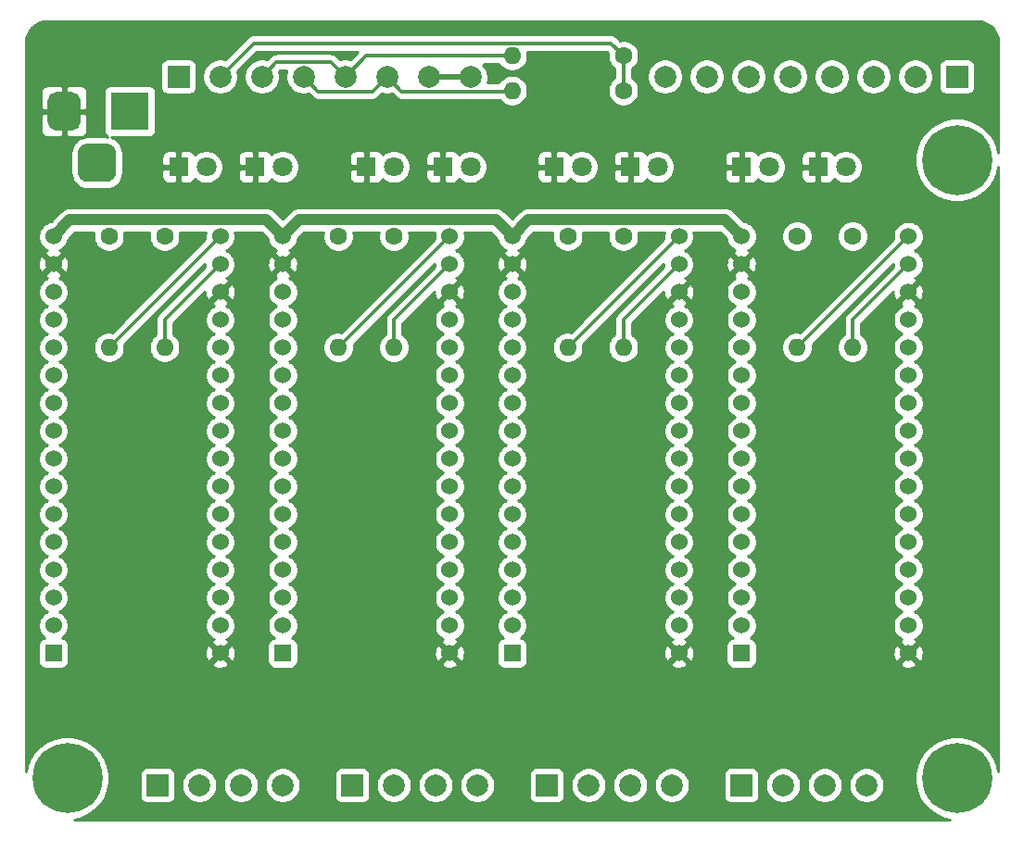
<source format=gbl>
G04 #@! TF.GenerationSoftware,KiCad,Pcbnew,(5.1.9)-1*
G04 #@! TF.CreationDate,2021-10-14T10:16:43-04:00*
G04 #@! TF.ProjectId,doublemagfixture,646f7562-6c65-46d6-9167-666978747572,rev?*
G04 #@! TF.SameCoordinates,Original*
G04 #@! TF.FileFunction,Copper,L2,Bot*
G04 #@! TF.FilePolarity,Positive*
%FSLAX46Y46*%
G04 Gerber Fmt 4.6, Leading zero omitted, Abs format (unit mm)*
G04 Created by KiCad (PCBNEW (5.1.9)-1) date 2021-10-14 10:16:43*
%MOMM*%
%LPD*%
G01*
G04 APERTURE LIST*
G04 #@! TA.AperFunction,ComponentPad*
%ADD10C,1.524000*%
G04 #@! TD*
G04 #@! TA.AperFunction,ComponentPad*
%ADD11R,1.524000X1.524000*%
G04 #@! TD*
G04 #@! TA.AperFunction,ComponentPad*
%ADD12C,1.800000*%
G04 #@! TD*
G04 #@! TA.AperFunction,ComponentPad*
%ADD13R,1.800000X1.800000*%
G04 #@! TD*
G04 #@! TA.AperFunction,ComponentPad*
%ADD14C,6.400000*%
G04 #@! TD*
G04 #@! TA.AperFunction,ComponentPad*
%ADD15O,1.600000X1.600000*%
G04 #@! TD*
G04 #@! TA.AperFunction,ComponentPad*
%ADD16C,1.600000*%
G04 #@! TD*
G04 #@! TA.AperFunction,ComponentPad*
%ADD17C,2.000000*%
G04 #@! TD*
G04 #@! TA.AperFunction,ComponentPad*
%ADD18R,2.000000X2.000000*%
G04 #@! TD*
G04 #@! TA.AperFunction,ComponentPad*
%ADD19R,3.500000X3.500000*%
G04 #@! TD*
G04 #@! TA.AperFunction,ViaPad*
%ADD20C,0.800000*%
G04 #@! TD*
G04 #@! TA.AperFunction,Conductor*
%ADD21C,0.500000*%
G04 #@! TD*
G04 #@! TA.AperFunction,Conductor*
%ADD22C,0.300000*%
G04 #@! TD*
G04 #@! TA.AperFunction,Conductor*
%ADD23C,1.000000*%
G04 #@! TD*
G04 #@! TA.AperFunction,Conductor*
%ADD24C,0.254000*%
G04 #@! TD*
G04 #@! TA.AperFunction,Conductor*
%ADD25C,0.100000*%
G04 #@! TD*
G04 APERTURE END LIST*
D10*
X19050000Y-51435000D03*
X19050000Y-53975000D03*
X19050000Y-48895000D03*
X19050000Y-41275000D03*
X19050000Y-38735000D03*
X19050000Y-36195000D03*
X19050000Y-33655000D03*
X19050000Y-31115000D03*
X19050000Y-28575000D03*
X3810000Y-26035000D03*
X3810000Y-28575000D03*
X3810000Y-36195000D03*
X3810000Y-38735000D03*
X3810000Y-41275000D03*
X3810000Y-48895000D03*
X19050000Y-59055000D03*
X19050000Y-56515000D03*
X19050000Y-46355000D03*
X19050000Y-43815000D03*
X19050000Y-26035000D03*
X19050000Y-23495000D03*
X19050000Y-20955000D03*
X3810000Y-20955000D03*
X3810000Y-23495000D03*
X3810000Y-31115000D03*
X3810000Y-33655000D03*
X3810000Y-43815000D03*
X3810000Y-46355000D03*
X3810000Y-51435000D03*
X3810000Y-53975000D03*
X3810000Y-56515000D03*
D11*
X3810000Y-59055000D03*
D10*
X40005000Y-51435000D03*
X40005000Y-53975000D03*
X40005000Y-48895000D03*
X40005000Y-41275000D03*
X40005000Y-38735000D03*
X40005000Y-36195000D03*
X40005000Y-33655000D03*
X40005000Y-31115000D03*
X40005000Y-28575000D03*
X24765000Y-26035000D03*
X24765000Y-28575000D03*
X24765000Y-36195000D03*
X24765000Y-38735000D03*
X24765000Y-41275000D03*
X24765000Y-48895000D03*
X40005000Y-59055000D03*
X40005000Y-56515000D03*
X40005000Y-46355000D03*
X40005000Y-43815000D03*
X40005000Y-26035000D03*
X40005000Y-23495000D03*
X40005000Y-20955000D03*
X24765000Y-20955000D03*
X24765000Y-23495000D03*
X24765000Y-31115000D03*
X24765000Y-33655000D03*
X24765000Y-43815000D03*
X24765000Y-46355000D03*
X24765000Y-51435000D03*
X24765000Y-53975000D03*
X24765000Y-56515000D03*
D11*
X24765000Y-59055000D03*
D10*
X60960000Y-51435000D03*
X60960000Y-53975000D03*
X60960000Y-48895000D03*
X60960000Y-41275000D03*
X60960000Y-38735000D03*
X60960000Y-36195000D03*
X60960000Y-33655000D03*
X60960000Y-31115000D03*
X60960000Y-28575000D03*
X45720000Y-26035000D03*
X45720000Y-28575000D03*
X45720000Y-36195000D03*
X45720000Y-38735000D03*
X45720000Y-41275000D03*
X45720000Y-48895000D03*
X60960000Y-59055000D03*
X60960000Y-56515000D03*
X60960000Y-46355000D03*
X60960000Y-43815000D03*
X60960000Y-26035000D03*
X60960000Y-23495000D03*
X60960000Y-20955000D03*
X45720000Y-20955000D03*
X45720000Y-23495000D03*
X45720000Y-31115000D03*
X45720000Y-33655000D03*
X45720000Y-43815000D03*
X45720000Y-46355000D03*
X45720000Y-51435000D03*
X45720000Y-53975000D03*
X45720000Y-56515000D03*
D11*
X45720000Y-59055000D03*
D10*
X81915000Y-51435000D03*
X81915000Y-53975000D03*
X81915000Y-48895000D03*
X81915000Y-41275000D03*
X81915000Y-38735000D03*
X81915000Y-36195000D03*
X81915000Y-33655000D03*
X81915000Y-31115000D03*
X81915000Y-28575000D03*
X66675000Y-26035000D03*
X66675000Y-28575000D03*
X66675000Y-36195000D03*
X66675000Y-38735000D03*
X66675000Y-41275000D03*
X66675000Y-48895000D03*
X81915000Y-59055000D03*
X81915000Y-56515000D03*
X81915000Y-46355000D03*
X81915000Y-43815000D03*
X81915000Y-26035000D03*
X81915000Y-23495000D03*
X81915000Y-20955000D03*
X66675000Y-20955000D03*
X66675000Y-23495000D03*
X66675000Y-31115000D03*
X66675000Y-33655000D03*
X66675000Y-43815000D03*
X66675000Y-46355000D03*
X66675000Y-51435000D03*
X66675000Y-53975000D03*
X66675000Y-56515000D03*
D11*
X66675000Y-59055000D03*
D12*
X24765000Y-14605000D03*
D13*
X22225000Y-14605000D03*
D12*
X17780000Y-14605000D03*
D13*
X15240000Y-14605000D03*
D12*
X41910000Y-14605000D03*
D13*
X39370000Y-14605000D03*
D12*
X34925000Y-14605000D03*
D13*
X32385000Y-14605000D03*
D12*
X59055000Y-14605000D03*
D13*
X56515000Y-14605000D03*
D12*
X52070000Y-14605000D03*
D13*
X49530000Y-14605000D03*
D12*
X76200000Y-14605000D03*
D13*
X73660000Y-14605000D03*
D12*
X69215000Y-14605000D03*
D13*
X66675000Y-14605000D03*
D14*
X86360000Y-70485000D03*
X5080000Y-70485000D03*
X86360000Y-13970000D03*
D15*
X45720000Y-7620000D03*
D16*
X55880000Y-7620000D03*
D15*
X45720000Y-4445000D03*
D16*
X55880000Y-4445000D03*
D15*
X13970000Y-31115000D03*
D16*
X13970000Y-20955000D03*
D15*
X8890000Y-31115000D03*
D16*
X8890000Y-20955000D03*
D15*
X34925000Y-31115000D03*
D16*
X34925000Y-20955000D03*
D15*
X29845000Y-31115000D03*
D16*
X29845000Y-20955000D03*
D15*
X55880000Y-31115000D03*
D16*
X55880000Y-20955000D03*
D15*
X50800000Y-31115000D03*
D16*
X50800000Y-20955000D03*
D15*
X76835000Y-31115000D03*
D16*
X76835000Y-20955000D03*
D15*
X71755000Y-31115000D03*
D16*
X71755000Y-20955000D03*
D17*
X41910000Y-6350000D03*
X38100000Y-6350000D03*
X34290000Y-6350000D03*
X30480000Y-6350000D03*
X26670000Y-6350000D03*
X22860000Y-6350000D03*
X19050000Y-6350000D03*
D18*
X15240000Y-6350000D03*
D17*
X59690000Y-6350000D03*
X63500000Y-6350000D03*
X67310000Y-6350000D03*
X71120000Y-6350000D03*
X74930000Y-6350000D03*
X78740000Y-6350000D03*
X82550000Y-6350000D03*
D18*
X86360000Y-6350000D03*
D17*
X24765000Y-71120000D03*
X20955000Y-71120000D03*
X17145000Y-71120000D03*
D18*
X13335000Y-71120000D03*
D17*
X60325000Y-71120000D03*
X56515000Y-71120000D03*
X52705000Y-71120000D03*
D18*
X48895000Y-71120000D03*
D17*
X42545000Y-71120000D03*
X38735000Y-71120000D03*
X34925000Y-71120000D03*
D18*
X31115000Y-71120000D03*
D17*
X78105000Y-71120000D03*
X74295000Y-71120000D03*
X70485000Y-71120000D03*
D18*
X66675000Y-71120000D03*
D19*
X10795000Y-9525000D03*
G04 #@! TA.AperFunction,ComponentPad*
G36*
G01*
X3295000Y-10525000D02*
X3295000Y-8525000D01*
G75*
G02*
X4045000Y-7775000I750000J0D01*
G01*
X5545000Y-7775000D01*
G75*
G02*
X6295000Y-8525000I0J-750000D01*
G01*
X6295000Y-10525000D01*
G75*
G02*
X5545000Y-11275000I-750000J0D01*
G01*
X4045000Y-11275000D01*
G75*
G02*
X3295000Y-10525000I0J750000D01*
G01*
G37*
G04 #@! TD.AperFunction*
G04 #@! TA.AperFunction,ComponentPad*
G36*
G01*
X6045000Y-15100000D02*
X6045000Y-13350000D01*
G75*
G02*
X6920000Y-12475000I875000J0D01*
G01*
X8670000Y-12475000D01*
G75*
G02*
X9545000Y-13350000I0J-875000D01*
G01*
X9545000Y-15100000D01*
G75*
G02*
X8670000Y-15975000I-875000J0D01*
G01*
X6920000Y-15975000D01*
G75*
G02*
X6045000Y-15100000I0J875000D01*
G01*
G37*
G04 #@! TD.AperFunction*
D20*
X27940000Y-71120000D03*
X45720000Y-71120000D03*
X63500000Y-71120000D03*
X74295000Y-42545000D03*
X53340000Y-42545000D03*
X32385000Y-42545000D03*
X11430000Y-42545000D03*
X62865000Y-42545000D03*
X64770000Y-42545000D03*
X41910000Y-42545000D03*
X43815000Y-42545000D03*
X20955000Y-42545000D03*
X22860000Y-42545000D03*
X87630000Y-20955000D03*
X87630000Y-28575000D03*
X87630000Y-36195000D03*
D21*
X38100000Y-6350000D02*
X41910000Y-6350000D01*
D22*
X32939999Y-7700001D02*
X34290000Y-6350000D01*
X28020001Y-7700001D02*
X32939999Y-7700001D01*
X26670000Y-6350000D02*
X28020001Y-7700001D01*
X45639999Y-7700001D02*
X45720000Y-7620000D01*
X35640001Y-7700001D02*
X45639999Y-7700001D01*
X34290000Y-6350000D02*
X35640001Y-7700001D01*
X30480000Y-6350000D02*
X32385000Y-4445000D01*
X32385000Y-4445000D02*
X45720000Y-4445000D01*
X29129999Y-4999999D02*
X30480000Y-6350000D01*
X24210001Y-4999999D02*
X29129999Y-4999999D01*
X22860000Y-6350000D02*
X24210001Y-4999999D01*
X19050000Y-20955000D02*
X8890000Y-31115000D01*
D23*
X47220001Y-19454999D02*
X45720000Y-20955000D01*
X65174999Y-19454999D02*
X47220001Y-19454999D01*
X66675000Y-20955000D02*
X65174999Y-19454999D01*
X44219999Y-19454999D02*
X26265001Y-19454999D01*
X26265001Y-19454999D02*
X24765000Y-20955000D01*
X45720000Y-20955000D02*
X44219999Y-19454999D01*
X5310001Y-19454999D02*
X3810000Y-20955000D01*
X23264999Y-19454999D02*
X5310001Y-19454999D01*
X24765000Y-20955000D02*
X23264999Y-19454999D01*
D22*
X13970000Y-28575000D02*
X13970000Y-31115000D01*
X19050000Y-23495000D02*
X13970000Y-28575000D01*
X40005000Y-20955000D02*
X29845000Y-31115000D01*
X34925000Y-28575000D02*
X34925000Y-31115000D01*
X40005000Y-23495000D02*
X34925000Y-28575000D01*
X54729999Y-3294999D02*
X55880000Y-4445000D01*
X22105001Y-3294999D02*
X54729999Y-3294999D01*
X19050000Y-6350000D02*
X22105001Y-3294999D01*
X55880000Y-4445000D02*
X55880000Y-7620000D01*
X60960000Y-20955000D02*
X50800000Y-31115000D01*
X55880000Y-28575000D02*
X55880000Y-31115000D01*
X60960000Y-23495000D02*
X55880000Y-28575000D01*
X81915000Y-20955000D02*
X71755000Y-31115000D01*
X76835000Y-28575000D02*
X76835000Y-31115000D01*
X81915000Y-23495000D02*
X76835000Y-28575000D01*
D24*
X88629545Y-1333909D02*
X88980208Y-1439780D01*
X89303625Y-1611744D01*
X89587484Y-1843254D01*
X89820965Y-2125486D01*
X89995183Y-2447695D01*
X90103502Y-2797614D01*
X90145001Y-3192452D01*
X90145001Y-13340923D01*
X90047623Y-12851372D01*
X89758533Y-12153446D01*
X89338839Y-11525330D01*
X88804670Y-10991161D01*
X88176554Y-10571467D01*
X87478628Y-10282377D01*
X86737715Y-10135000D01*
X85982285Y-10135000D01*
X85241372Y-10282377D01*
X84543446Y-10571467D01*
X83915330Y-10991161D01*
X83381161Y-11525330D01*
X82961467Y-12153446D01*
X82672377Y-12851372D01*
X82525000Y-13592285D01*
X82525000Y-14347715D01*
X82672377Y-15088628D01*
X82961467Y-15786554D01*
X83381161Y-16414670D01*
X83915330Y-16948839D01*
X84543446Y-17368533D01*
X85241372Y-17657623D01*
X85982285Y-17805000D01*
X86737715Y-17805000D01*
X87478628Y-17657623D01*
X88176554Y-17368533D01*
X88804670Y-16948839D01*
X89338839Y-16414670D01*
X89758533Y-15786554D01*
X90047623Y-15088628D01*
X90145001Y-14599077D01*
X90145000Y-69855918D01*
X90047623Y-69366372D01*
X89758533Y-68668446D01*
X89338839Y-68040330D01*
X88804670Y-67506161D01*
X88176554Y-67086467D01*
X87478628Y-66797377D01*
X86737715Y-66650000D01*
X85982285Y-66650000D01*
X85241372Y-66797377D01*
X84543446Y-67086467D01*
X83915330Y-67506161D01*
X83381161Y-68040330D01*
X82961467Y-68668446D01*
X82672377Y-69366372D01*
X82525000Y-70107285D01*
X82525000Y-70862715D01*
X82672377Y-71603628D01*
X82961467Y-72301554D01*
X83381161Y-72929670D01*
X83915330Y-73463839D01*
X84543446Y-73883533D01*
X85241372Y-74172623D01*
X85730918Y-74270000D01*
X5709082Y-74270000D01*
X6198628Y-74172623D01*
X6896554Y-73883533D01*
X7524670Y-73463839D01*
X8058839Y-72929670D01*
X8478533Y-72301554D01*
X8767623Y-71603628D01*
X8915000Y-70862715D01*
X8915000Y-70120000D01*
X11696928Y-70120000D01*
X11696928Y-72120000D01*
X11709188Y-72244482D01*
X11745498Y-72364180D01*
X11804463Y-72474494D01*
X11883815Y-72571185D01*
X11980506Y-72650537D01*
X12090820Y-72709502D01*
X12210518Y-72745812D01*
X12335000Y-72758072D01*
X14335000Y-72758072D01*
X14459482Y-72745812D01*
X14579180Y-72709502D01*
X14689494Y-72650537D01*
X14786185Y-72571185D01*
X14865537Y-72474494D01*
X14924502Y-72364180D01*
X14960812Y-72244482D01*
X14973072Y-72120000D01*
X14973072Y-70958967D01*
X15510000Y-70958967D01*
X15510000Y-71281033D01*
X15572832Y-71596912D01*
X15696082Y-71894463D01*
X15875013Y-72162252D01*
X16102748Y-72389987D01*
X16370537Y-72568918D01*
X16668088Y-72692168D01*
X16983967Y-72755000D01*
X17306033Y-72755000D01*
X17621912Y-72692168D01*
X17919463Y-72568918D01*
X18187252Y-72389987D01*
X18414987Y-72162252D01*
X18593918Y-71894463D01*
X18717168Y-71596912D01*
X18780000Y-71281033D01*
X18780000Y-70958967D01*
X19320000Y-70958967D01*
X19320000Y-71281033D01*
X19382832Y-71596912D01*
X19506082Y-71894463D01*
X19685013Y-72162252D01*
X19912748Y-72389987D01*
X20180537Y-72568918D01*
X20478088Y-72692168D01*
X20793967Y-72755000D01*
X21116033Y-72755000D01*
X21431912Y-72692168D01*
X21729463Y-72568918D01*
X21997252Y-72389987D01*
X22224987Y-72162252D01*
X22403918Y-71894463D01*
X22527168Y-71596912D01*
X22590000Y-71281033D01*
X22590000Y-70958967D01*
X23130000Y-70958967D01*
X23130000Y-71281033D01*
X23192832Y-71596912D01*
X23316082Y-71894463D01*
X23495013Y-72162252D01*
X23722748Y-72389987D01*
X23990537Y-72568918D01*
X24288088Y-72692168D01*
X24603967Y-72755000D01*
X24926033Y-72755000D01*
X25241912Y-72692168D01*
X25539463Y-72568918D01*
X25807252Y-72389987D01*
X26034987Y-72162252D01*
X26213918Y-71894463D01*
X26337168Y-71596912D01*
X26400000Y-71281033D01*
X26400000Y-70958967D01*
X26337168Y-70643088D01*
X26213918Y-70345537D01*
X26063219Y-70120000D01*
X29476928Y-70120000D01*
X29476928Y-72120000D01*
X29489188Y-72244482D01*
X29525498Y-72364180D01*
X29584463Y-72474494D01*
X29663815Y-72571185D01*
X29760506Y-72650537D01*
X29870820Y-72709502D01*
X29990518Y-72745812D01*
X30115000Y-72758072D01*
X32115000Y-72758072D01*
X32239482Y-72745812D01*
X32359180Y-72709502D01*
X32469494Y-72650537D01*
X32566185Y-72571185D01*
X32645537Y-72474494D01*
X32704502Y-72364180D01*
X32740812Y-72244482D01*
X32753072Y-72120000D01*
X32753072Y-70958967D01*
X33290000Y-70958967D01*
X33290000Y-71281033D01*
X33352832Y-71596912D01*
X33476082Y-71894463D01*
X33655013Y-72162252D01*
X33882748Y-72389987D01*
X34150537Y-72568918D01*
X34448088Y-72692168D01*
X34763967Y-72755000D01*
X35086033Y-72755000D01*
X35401912Y-72692168D01*
X35699463Y-72568918D01*
X35967252Y-72389987D01*
X36194987Y-72162252D01*
X36373918Y-71894463D01*
X36497168Y-71596912D01*
X36560000Y-71281033D01*
X36560000Y-70958967D01*
X37100000Y-70958967D01*
X37100000Y-71281033D01*
X37162832Y-71596912D01*
X37286082Y-71894463D01*
X37465013Y-72162252D01*
X37692748Y-72389987D01*
X37960537Y-72568918D01*
X38258088Y-72692168D01*
X38573967Y-72755000D01*
X38896033Y-72755000D01*
X39211912Y-72692168D01*
X39509463Y-72568918D01*
X39777252Y-72389987D01*
X40004987Y-72162252D01*
X40183918Y-71894463D01*
X40307168Y-71596912D01*
X40370000Y-71281033D01*
X40370000Y-70958967D01*
X40910000Y-70958967D01*
X40910000Y-71281033D01*
X40972832Y-71596912D01*
X41096082Y-71894463D01*
X41275013Y-72162252D01*
X41502748Y-72389987D01*
X41770537Y-72568918D01*
X42068088Y-72692168D01*
X42383967Y-72755000D01*
X42706033Y-72755000D01*
X43021912Y-72692168D01*
X43319463Y-72568918D01*
X43587252Y-72389987D01*
X43814987Y-72162252D01*
X43993918Y-71894463D01*
X44117168Y-71596912D01*
X44180000Y-71281033D01*
X44180000Y-70958967D01*
X44117168Y-70643088D01*
X43993918Y-70345537D01*
X43843219Y-70120000D01*
X47256928Y-70120000D01*
X47256928Y-72120000D01*
X47269188Y-72244482D01*
X47305498Y-72364180D01*
X47364463Y-72474494D01*
X47443815Y-72571185D01*
X47540506Y-72650537D01*
X47650820Y-72709502D01*
X47770518Y-72745812D01*
X47895000Y-72758072D01*
X49895000Y-72758072D01*
X50019482Y-72745812D01*
X50139180Y-72709502D01*
X50249494Y-72650537D01*
X50346185Y-72571185D01*
X50425537Y-72474494D01*
X50484502Y-72364180D01*
X50520812Y-72244482D01*
X50533072Y-72120000D01*
X50533072Y-70958967D01*
X51070000Y-70958967D01*
X51070000Y-71281033D01*
X51132832Y-71596912D01*
X51256082Y-71894463D01*
X51435013Y-72162252D01*
X51662748Y-72389987D01*
X51930537Y-72568918D01*
X52228088Y-72692168D01*
X52543967Y-72755000D01*
X52866033Y-72755000D01*
X53181912Y-72692168D01*
X53479463Y-72568918D01*
X53747252Y-72389987D01*
X53974987Y-72162252D01*
X54153918Y-71894463D01*
X54277168Y-71596912D01*
X54340000Y-71281033D01*
X54340000Y-70958967D01*
X54880000Y-70958967D01*
X54880000Y-71281033D01*
X54942832Y-71596912D01*
X55066082Y-71894463D01*
X55245013Y-72162252D01*
X55472748Y-72389987D01*
X55740537Y-72568918D01*
X56038088Y-72692168D01*
X56353967Y-72755000D01*
X56676033Y-72755000D01*
X56991912Y-72692168D01*
X57289463Y-72568918D01*
X57557252Y-72389987D01*
X57784987Y-72162252D01*
X57963918Y-71894463D01*
X58087168Y-71596912D01*
X58150000Y-71281033D01*
X58150000Y-70958967D01*
X58690000Y-70958967D01*
X58690000Y-71281033D01*
X58752832Y-71596912D01*
X58876082Y-71894463D01*
X59055013Y-72162252D01*
X59282748Y-72389987D01*
X59550537Y-72568918D01*
X59848088Y-72692168D01*
X60163967Y-72755000D01*
X60486033Y-72755000D01*
X60801912Y-72692168D01*
X61099463Y-72568918D01*
X61367252Y-72389987D01*
X61594987Y-72162252D01*
X61773918Y-71894463D01*
X61897168Y-71596912D01*
X61960000Y-71281033D01*
X61960000Y-70958967D01*
X61897168Y-70643088D01*
X61773918Y-70345537D01*
X61623219Y-70120000D01*
X65036928Y-70120000D01*
X65036928Y-72120000D01*
X65049188Y-72244482D01*
X65085498Y-72364180D01*
X65144463Y-72474494D01*
X65223815Y-72571185D01*
X65320506Y-72650537D01*
X65430820Y-72709502D01*
X65550518Y-72745812D01*
X65675000Y-72758072D01*
X67675000Y-72758072D01*
X67799482Y-72745812D01*
X67919180Y-72709502D01*
X68029494Y-72650537D01*
X68126185Y-72571185D01*
X68205537Y-72474494D01*
X68264502Y-72364180D01*
X68300812Y-72244482D01*
X68313072Y-72120000D01*
X68313072Y-70958967D01*
X68850000Y-70958967D01*
X68850000Y-71281033D01*
X68912832Y-71596912D01*
X69036082Y-71894463D01*
X69215013Y-72162252D01*
X69442748Y-72389987D01*
X69710537Y-72568918D01*
X70008088Y-72692168D01*
X70323967Y-72755000D01*
X70646033Y-72755000D01*
X70961912Y-72692168D01*
X71259463Y-72568918D01*
X71527252Y-72389987D01*
X71754987Y-72162252D01*
X71933918Y-71894463D01*
X72057168Y-71596912D01*
X72120000Y-71281033D01*
X72120000Y-70958967D01*
X72660000Y-70958967D01*
X72660000Y-71281033D01*
X72722832Y-71596912D01*
X72846082Y-71894463D01*
X73025013Y-72162252D01*
X73252748Y-72389987D01*
X73520537Y-72568918D01*
X73818088Y-72692168D01*
X74133967Y-72755000D01*
X74456033Y-72755000D01*
X74771912Y-72692168D01*
X75069463Y-72568918D01*
X75337252Y-72389987D01*
X75564987Y-72162252D01*
X75743918Y-71894463D01*
X75867168Y-71596912D01*
X75930000Y-71281033D01*
X75930000Y-70958967D01*
X76470000Y-70958967D01*
X76470000Y-71281033D01*
X76532832Y-71596912D01*
X76656082Y-71894463D01*
X76835013Y-72162252D01*
X77062748Y-72389987D01*
X77330537Y-72568918D01*
X77628088Y-72692168D01*
X77943967Y-72755000D01*
X78266033Y-72755000D01*
X78581912Y-72692168D01*
X78879463Y-72568918D01*
X79147252Y-72389987D01*
X79374987Y-72162252D01*
X79553918Y-71894463D01*
X79677168Y-71596912D01*
X79740000Y-71281033D01*
X79740000Y-70958967D01*
X79677168Y-70643088D01*
X79553918Y-70345537D01*
X79374987Y-70077748D01*
X79147252Y-69850013D01*
X78879463Y-69671082D01*
X78581912Y-69547832D01*
X78266033Y-69485000D01*
X77943967Y-69485000D01*
X77628088Y-69547832D01*
X77330537Y-69671082D01*
X77062748Y-69850013D01*
X76835013Y-70077748D01*
X76656082Y-70345537D01*
X76532832Y-70643088D01*
X76470000Y-70958967D01*
X75930000Y-70958967D01*
X75867168Y-70643088D01*
X75743918Y-70345537D01*
X75564987Y-70077748D01*
X75337252Y-69850013D01*
X75069463Y-69671082D01*
X74771912Y-69547832D01*
X74456033Y-69485000D01*
X74133967Y-69485000D01*
X73818088Y-69547832D01*
X73520537Y-69671082D01*
X73252748Y-69850013D01*
X73025013Y-70077748D01*
X72846082Y-70345537D01*
X72722832Y-70643088D01*
X72660000Y-70958967D01*
X72120000Y-70958967D01*
X72057168Y-70643088D01*
X71933918Y-70345537D01*
X71754987Y-70077748D01*
X71527252Y-69850013D01*
X71259463Y-69671082D01*
X70961912Y-69547832D01*
X70646033Y-69485000D01*
X70323967Y-69485000D01*
X70008088Y-69547832D01*
X69710537Y-69671082D01*
X69442748Y-69850013D01*
X69215013Y-70077748D01*
X69036082Y-70345537D01*
X68912832Y-70643088D01*
X68850000Y-70958967D01*
X68313072Y-70958967D01*
X68313072Y-70120000D01*
X68300812Y-69995518D01*
X68264502Y-69875820D01*
X68205537Y-69765506D01*
X68126185Y-69668815D01*
X68029494Y-69589463D01*
X67919180Y-69530498D01*
X67799482Y-69494188D01*
X67675000Y-69481928D01*
X65675000Y-69481928D01*
X65550518Y-69494188D01*
X65430820Y-69530498D01*
X65320506Y-69589463D01*
X65223815Y-69668815D01*
X65144463Y-69765506D01*
X65085498Y-69875820D01*
X65049188Y-69995518D01*
X65036928Y-70120000D01*
X61623219Y-70120000D01*
X61594987Y-70077748D01*
X61367252Y-69850013D01*
X61099463Y-69671082D01*
X60801912Y-69547832D01*
X60486033Y-69485000D01*
X60163967Y-69485000D01*
X59848088Y-69547832D01*
X59550537Y-69671082D01*
X59282748Y-69850013D01*
X59055013Y-70077748D01*
X58876082Y-70345537D01*
X58752832Y-70643088D01*
X58690000Y-70958967D01*
X58150000Y-70958967D01*
X58087168Y-70643088D01*
X57963918Y-70345537D01*
X57784987Y-70077748D01*
X57557252Y-69850013D01*
X57289463Y-69671082D01*
X56991912Y-69547832D01*
X56676033Y-69485000D01*
X56353967Y-69485000D01*
X56038088Y-69547832D01*
X55740537Y-69671082D01*
X55472748Y-69850013D01*
X55245013Y-70077748D01*
X55066082Y-70345537D01*
X54942832Y-70643088D01*
X54880000Y-70958967D01*
X54340000Y-70958967D01*
X54277168Y-70643088D01*
X54153918Y-70345537D01*
X53974987Y-70077748D01*
X53747252Y-69850013D01*
X53479463Y-69671082D01*
X53181912Y-69547832D01*
X52866033Y-69485000D01*
X52543967Y-69485000D01*
X52228088Y-69547832D01*
X51930537Y-69671082D01*
X51662748Y-69850013D01*
X51435013Y-70077748D01*
X51256082Y-70345537D01*
X51132832Y-70643088D01*
X51070000Y-70958967D01*
X50533072Y-70958967D01*
X50533072Y-70120000D01*
X50520812Y-69995518D01*
X50484502Y-69875820D01*
X50425537Y-69765506D01*
X50346185Y-69668815D01*
X50249494Y-69589463D01*
X50139180Y-69530498D01*
X50019482Y-69494188D01*
X49895000Y-69481928D01*
X47895000Y-69481928D01*
X47770518Y-69494188D01*
X47650820Y-69530498D01*
X47540506Y-69589463D01*
X47443815Y-69668815D01*
X47364463Y-69765506D01*
X47305498Y-69875820D01*
X47269188Y-69995518D01*
X47256928Y-70120000D01*
X43843219Y-70120000D01*
X43814987Y-70077748D01*
X43587252Y-69850013D01*
X43319463Y-69671082D01*
X43021912Y-69547832D01*
X42706033Y-69485000D01*
X42383967Y-69485000D01*
X42068088Y-69547832D01*
X41770537Y-69671082D01*
X41502748Y-69850013D01*
X41275013Y-70077748D01*
X41096082Y-70345537D01*
X40972832Y-70643088D01*
X40910000Y-70958967D01*
X40370000Y-70958967D01*
X40307168Y-70643088D01*
X40183918Y-70345537D01*
X40004987Y-70077748D01*
X39777252Y-69850013D01*
X39509463Y-69671082D01*
X39211912Y-69547832D01*
X38896033Y-69485000D01*
X38573967Y-69485000D01*
X38258088Y-69547832D01*
X37960537Y-69671082D01*
X37692748Y-69850013D01*
X37465013Y-70077748D01*
X37286082Y-70345537D01*
X37162832Y-70643088D01*
X37100000Y-70958967D01*
X36560000Y-70958967D01*
X36497168Y-70643088D01*
X36373918Y-70345537D01*
X36194987Y-70077748D01*
X35967252Y-69850013D01*
X35699463Y-69671082D01*
X35401912Y-69547832D01*
X35086033Y-69485000D01*
X34763967Y-69485000D01*
X34448088Y-69547832D01*
X34150537Y-69671082D01*
X33882748Y-69850013D01*
X33655013Y-70077748D01*
X33476082Y-70345537D01*
X33352832Y-70643088D01*
X33290000Y-70958967D01*
X32753072Y-70958967D01*
X32753072Y-70120000D01*
X32740812Y-69995518D01*
X32704502Y-69875820D01*
X32645537Y-69765506D01*
X32566185Y-69668815D01*
X32469494Y-69589463D01*
X32359180Y-69530498D01*
X32239482Y-69494188D01*
X32115000Y-69481928D01*
X30115000Y-69481928D01*
X29990518Y-69494188D01*
X29870820Y-69530498D01*
X29760506Y-69589463D01*
X29663815Y-69668815D01*
X29584463Y-69765506D01*
X29525498Y-69875820D01*
X29489188Y-69995518D01*
X29476928Y-70120000D01*
X26063219Y-70120000D01*
X26034987Y-70077748D01*
X25807252Y-69850013D01*
X25539463Y-69671082D01*
X25241912Y-69547832D01*
X24926033Y-69485000D01*
X24603967Y-69485000D01*
X24288088Y-69547832D01*
X23990537Y-69671082D01*
X23722748Y-69850013D01*
X23495013Y-70077748D01*
X23316082Y-70345537D01*
X23192832Y-70643088D01*
X23130000Y-70958967D01*
X22590000Y-70958967D01*
X22527168Y-70643088D01*
X22403918Y-70345537D01*
X22224987Y-70077748D01*
X21997252Y-69850013D01*
X21729463Y-69671082D01*
X21431912Y-69547832D01*
X21116033Y-69485000D01*
X20793967Y-69485000D01*
X20478088Y-69547832D01*
X20180537Y-69671082D01*
X19912748Y-69850013D01*
X19685013Y-70077748D01*
X19506082Y-70345537D01*
X19382832Y-70643088D01*
X19320000Y-70958967D01*
X18780000Y-70958967D01*
X18717168Y-70643088D01*
X18593918Y-70345537D01*
X18414987Y-70077748D01*
X18187252Y-69850013D01*
X17919463Y-69671082D01*
X17621912Y-69547832D01*
X17306033Y-69485000D01*
X16983967Y-69485000D01*
X16668088Y-69547832D01*
X16370537Y-69671082D01*
X16102748Y-69850013D01*
X15875013Y-70077748D01*
X15696082Y-70345537D01*
X15572832Y-70643088D01*
X15510000Y-70958967D01*
X14973072Y-70958967D01*
X14973072Y-70120000D01*
X14960812Y-69995518D01*
X14924502Y-69875820D01*
X14865537Y-69765506D01*
X14786185Y-69668815D01*
X14689494Y-69589463D01*
X14579180Y-69530498D01*
X14459482Y-69494188D01*
X14335000Y-69481928D01*
X12335000Y-69481928D01*
X12210518Y-69494188D01*
X12090820Y-69530498D01*
X11980506Y-69589463D01*
X11883815Y-69668815D01*
X11804463Y-69765506D01*
X11745498Y-69875820D01*
X11709188Y-69995518D01*
X11696928Y-70120000D01*
X8915000Y-70120000D01*
X8915000Y-70107285D01*
X8767623Y-69366372D01*
X8478533Y-68668446D01*
X8058839Y-68040330D01*
X7524670Y-67506161D01*
X6896554Y-67086467D01*
X6198628Y-66797377D01*
X5457715Y-66650000D01*
X4702285Y-66650000D01*
X3961372Y-66797377D01*
X3263446Y-67086467D01*
X2635330Y-67506161D01*
X2101161Y-68040330D01*
X1681467Y-68668446D01*
X1392377Y-69366372D01*
X1295000Y-69855918D01*
X1295000Y-58293000D01*
X2409928Y-58293000D01*
X2409928Y-59817000D01*
X2422188Y-59941482D01*
X2458498Y-60061180D01*
X2517463Y-60171494D01*
X2596815Y-60268185D01*
X2693506Y-60347537D01*
X2803820Y-60406502D01*
X2923518Y-60442812D01*
X3048000Y-60455072D01*
X4572000Y-60455072D01*
X4696482Y-60442812D01*
X4816180Y-60406502D01*
X4926494Y-60347537D01*
X5023185Y-60268185D01*
X5102537Y-60171494D01*
X5161502Y-60061180D01*
X5173822Y-60020565D01*
X18264040Y-60020565D01*
X18331020Y-60260656D01*
X18580048Y-60377756D01*
X18847135Y-60444023D01*
X19122017Y-60456910D01*
X19394133Y-60415922D01*
X19653023Y-60322636D01*
X19768980Y-60260656D01*
X19835960Y-60020565D01*
X19050000Y-59234605D01*
X18264040Y-60020565D01*
X5173822Y-60020565D01*
X5197812Y-59941482D01*
X5210072Y-59817000D01*
X5210072Y-59127017D01*
X17648090Y-59127017D01*
X17689078Y-59399133D01*
X17782364Y-59658023D01*
X17844344Y-59773980D01*
X18084435Y-59840960D01*
X18870395Y-59055000D01*
X19229605Y-59055000D01*
X20015565Y-59840960D01*
X20255656Y-59773980D01*
X20372756Y-59524952D01*
X20439023Y-59257865D01*
X20451910Y-58982983D01*
X20410922Y-58710867D01*
X20317636Y-58451977D01*
X20255656Y-58336020D01*
X20101451Y-58293000D01*
X23364928Y-58293000D01*
X23364928Y-59817000D01*
X23377188Y-59941482D01*
X23413498Y-60061180D01*
X23472463Y-60171494D01*
X23551815Y-60268185D01*
X23648506Y-60347537D01*
X23758820Y-60406502D01*
X23878518Y-60442812D01*
X24003000Y-60455072D01*
X25527000Y-60455072D01*
X25651482Y-60442812D01*
X25771180Y-60406502D01*
X25881494Y-60347537D01*
X25978185Y-60268185D01*
X26057537Y-60171494D01*
X26116502Y-60061180D01*
X26128822Y-60020565D01*
X39219040Y-60020565D01*
X39286020Y-60260656D01*
X39535048Y-60377756D01*
X39802135Y-60444023D01*
X40077017Y-60456910D01*
X40349133Y-60415922D01*
X40608023Y-60322636D01*
X40723980Y-60260656D01*
X40790960Y-60020565D01*
X40005000Y-59234605D01*
X39219040Y-60020565D01*
X26128822Y-60020565D01*
X26152812Y-59941482D01*
X26165072Y-59817000D01*
X26165072Y-59127017D01*
X38603090Y-59127017D01*
X38644078Y-59399133D01*
X38737364Y-59658023D01*
X38799344Y-59773980D01*
X39039435Y-59840960D01*
X39825395Y-59055000D01*
X40184605Y-59055000D01*
X40970565Y-59840960D01*
X41210656Y-59773980D01*
X41327756Y-59524952D01*
X41394023Y-59257865D01*
X41406910Y-58982983D01*
X41365922Y-58710867D01*
X41272636Y-58451977D01*
X41210656Y-58336020D01*
X41056451Y-58293000D01*
X44319928Y-58293000D01*
X44319928Y-59817000D01*
X44332188Y-59941482D01*
X44368498Y-60061180D01*
X44427463Y-60171494D01*
X44506815Y-60268185D01*
X44603506Y-60347537D01*
X44713820Y-60406502D01*
X44833518Y-60442812D01*
X44958000Y-60455072D01*
X46482000Y-60455072D01*
X46606482Y-60442812D01*
X46726180Y-60406502D01*
X46836494Y-60347537D01*
X46933185Y-60268185D01*
X47012537Y-60171494D01*
X47071502Y-60061180D01*
X47083822Y-60020565D01*
X60174040Y-60020565D01*
X60241020Y-60260656D01*
X60490048Y-60377756D01*
X60757135Y-60444023D01*
X61032017Y-60456910D01*
X61304133Y-60415922D01*
X61563023Y-60322636D01*
X61678980Y-60260656D01*
X61745960Y-60020565D01*
X60960000Y-59234605D01*
X60174040Y-60020565D01*
X47083822Y-60020565D01*
X47107812Y-59941482D01*
X47120072Y-59817000D01*
X47120072Y-59127017D01*
X59558090Y-59127017D01*
X59599078Y-59399133D01*
X59692364Y-59658023D01*
X59754344Y-59773980D01*
X59994435Y-59840960D01*
X60780395Y-59055000D01*
X61139605Y-59055000D01*
X61925565Y-59840960D01*
X62165656Y-59773980D01*
X62282756Y-59524952D01*
X62349023Y-59257865D01*
X62361910Y-58982983D01*
X62320922Y-58710867D01*
X62227636Y-58451977D01*
X62165656Y-58336020D01*
X62011451Y-58293000D01*
X65274928Y-58293000D01*
X65274928Y-59817000D01*
X65287188Y-59941482D01*
X65323498Y-60061180D01*
X65382463Y-60171494D01*
X65461815Y-60268185D01*
X65558506Y-60347537D01*
X65668820Y-60406502D01*
X65788518Y-60442812D01*
X65913000Y-60455072D01*
X67437000Y-60455072D01*
X67561482Y-60442812D01*
X67681180Y-60406502D01*
X67791494Y-60347537D01*
X67888185Y-60268185D01*
X67967537Y-60171494D01*
X68026502Y-60061180D01*
X68038822Y-60020565D01*
X81129040Y-60020565D01*
X81196020Y-60260656D01*
X81445048Y-60377756D01*
X81712135Y-60444023D01*
X81987017Y-60456910D01*
X82259133Y-60415922D01*
X82518023Y-60322636D01*
X82633980Y-60260656D01*
X82700960Y-60020565D01*
X81915000Y-59234605D01*
X81129040Y-60020565D01*
X68038822Y-60020565D01*
X68062812Y-59941482D01*
X68075072Y-59817000D01*
X68075072Y-59127017D01*
X80513090Y-59127017D01*
X80554078Y-59399133D01*
X80647364Y-59658023D01*
X80709344Y-59773980D01*
X80949435Y-59840960D01*
X81735395Y-59055000D01*
X82094605Y-59055000D01*
X82880565Y-59840960D01*
X83120656Y-59773980D01*
X83237756Y-59524952D01*
X83304023Y-59257865D01*
X83316910Y-58982983D01*
X83275922Y-58710867D01*
X83182636Y-58451977D01*
X83120656Y-58336020D01*
X82880565Y-58269040D01*
X82094605Y-59055000D01*
X81735395Y-59055000D01*
X80949435Y-58269040D01*
X80709344Y-58336020D01*
X80592244Y-58585048D01*
X80525977Y-58852135D01*
X80513090Y-59127017D01*
X68075072Y-59127017D01*
X68075072Y-58293000D01*
X68062812Y-58168518D01*
X68026502Y-58048820D01*
X67967537Y-57938506D01*
X67888185Y-57841815D01*
X67791494Y-57762463D01*
X67681180Y-57703498D01*
X67561482Y-57667188D01*
X67477535Y-57658920D01*
X67565535Y-57600120D01*
X67760120Y-57405535D01*
X67913005Y-57176727D01*
X68018314Y-56922490D01*
X68072000Y-56652592D01*
X68072000Y-56377408D01*
X68018314Y-56107510D01*
X67913005Y-55853273D01*
X67760120Y-55624465D01*
X67565535Y-55429880D01*
X67336727Y-55276995D01*
X67259485Y-55245000D01*
X67336727Y-55213005D01*
X67565535Y-55060120D01*
X67760120Y-54865535D01*
X67913005Y-54636727D01*
X68018314Y-54382490D01*
X68072000Y-54112592D01*
X68072000Y-53837408D01*
X68018314Y-53567510D01*
X67913005Y-53313273D01*
X67760120Y-53084465D01*
X67565535Y-52889880D01*
X67336727Y-52736995D01*
X67259485Y-52705000D01*
X67336727Y-52673005D01*
X67565535Y-52520120D01*
X67760120Y-52325535D01*
X67913005Y-52096727D01*
X68018314Y-51842490D01*
X68072000Y-51572592D01*
X68072000Y-51297408D01*
X68018314Y-51027510D01*
X67913005Y-50773273D01*
X67760120Y-50544465D01*
X67565535Y-50349880D01*
X67336727Y-50196995D01*
X67259485Y-50165000D01*
X67336727Y-50133005D01*
X67565535Y-49980120D01*
X67760120Y-49785535D01*
X67913005Y-49556727D01*
X68018314Y-49302490D01*
X68072000Y-49032592D01*
X68072000Y-48757408D01*
X68018314Y-48487510D01*
X67913005Y-48233273D01*
X67760120Y-48004465D01*
X67565535Y-47809880D01*
X67336727Y-47656995D01*
X67259485Y-47625000D01*
X67336727Y-47593005D01*
X67565535Y-47440120D01*
X67760120Y-47245535D01*
X67913005Y-47016727D01*
X68018314Y-46762490D01*
X68072000Y-46492592D01*
X68072000Y-46217408D01*
X68018314Y-45947510D01*
X67913005Y-45693273D01*
X67760120Y-45464465D01*
X67565535Y-45269880D01*
X67336727Y-45116995D01*
X67259485Y-45085000D01*
X67336727Y-45053005D01*
X67565535Y-44900120D01*
X67760120Y-44705535D01*
X67913005Y-44476727D01*
X68018314Y-44222490D01*
X68072000Y-43952592D01*
X68072000Y-43677408D01*
X68018314Y-43407510D01*
X67913005Y-43153273D01*
X67760120Y-42924465D01*
X67565535Y-42729880D01*
X67336727Y-42576995D01*
X67259485Y-42545000D01*
X67336727Y-42513005D01*
X67565535Y-42360120D01*
X67760120Y-42165535D01*
X67913005Y-41936727D01*
X68018314Y-41682490D01*
X68072000Y-41412592D01*
X68072000Y-41137408D01*
X68018314Y-40867510D01*
X67913005Y-40613273D01*
X67760120Y-40384465D01*
X67565535Y-40189880D01*
X67336727Y-40036995D01*
X67259485Y-40005000D01*
X67336727Y-39973005D01*
X67565535Y-39820120D01*
X67760120Y-39625535D01*
X67913005Y-39396727D01*
X68018314Y-39142490D01*
X68072000Y-38872592D01*
X68072000Y-38597408D01*
X68018314Y-38327510D01*
X67913005Y-38073273D01*
X67760120Y-37844465D01*
X67565535Y-37649880D01*
X67336727Y-37496995D01*
X67259485Y-37465000D01*
X67336727Y-37433005D01*
X67565535Y-37280120D01*
X67760120Y-37085535D01*
X67913005Y-36856727D01*
X68018314Y-36602490D01*
X68072000Y-36332592D01*
X68072000Y-36057408D01*
X68018314Y-35787510D01*
X67913005Y-35533273D01*
X67760120Y-35304465D01*
X67565535Y-35109880D01*
X67336727Y-34956995D01*
X67259485Y-34925000D01*
X67336727Y-34893005D01*
X67565535Y-34740120D01*
X67760120Y-34545535D01*
X67913005Y-34316727D01*
X68018314Y-34062490D01*
X68072000Y-33792592D01*
X68072000Y-33517408D01*
X68018314Y-33247510D01*
X67913005Y-32993273D01*
X67760120Y-32764465D01*
X67565535Y-32569880D01*
X67336727Y-32416995D01*
X67259485Y-32385000D01*
X67336727Y-32353005D01*
X67565535Y-32200120D01*
X67760120Y-32005535D01*
X67913005Y-31776727D01*
X68018314Y-31522490D01*
X68072000Y-31252592D01*
X68072000Y-30977408D01*
X68071256Y-30973665D01*
X70320000Y-30973665D01*
X70320000Y-31256335D01*
X70375147Y-31533574D01*
X70483320Y-31794727D01*
X70640363Y-32029759D01*
X70840241Y-32229637D01*
X71075273Y-32386680D01*
X71336426Y-32494853D01*
X71613665Y-32550000D01*
X71896335Y-32550000D01*
X72173574Y-32494853D01*
X72434727Y-32386680D01*
X72669759Y-32229637D01*
X72869637Y-32029759D01*
X73026680Y-31794727D01*
X73134853Y-31533574D01*
X73190000Y-31256335D01*
X73190000Y-30973665D01*
X73159554Y-30820603D01*
X80518000Y-23462157D01*
X80518000Y-23632592D01*
X80542762Y-23757080D01*
X76307190Y-27992653D01*
X76277236Y-28017236D01*
X76179138Y-28136768D01*
X76106246Y-28273141D01*
X76061359Y-28421114D01*
X76050000Y-28536440D01*
X76050000Y-28536447D01*
X76046203Y-28575000D01*
X76050000Y-28613553D01*
X76050001Y-29913661D01*
X75920241Y-30000363D01*
X75720363Y-30200241D01*
X75563320Y-30435273D01*
X75455147Y-30696426D01*
X75400000Y-30973665D01*
X75400000Y-31256335D01*
X75455147Y-31533574D01*
X75563320Y-31794727D01*
X75720363Y-32029759D01*
X75920241Y-32229637D01*
X76155273Y-32386680D01*
X76416426Y-32494853D01*
X76693665Y-32550000D01*
X76976335Y-32550000D01*
X77253574Y-32494853D01*
X77514727Y-32386680D01*
X77749759Y-32229637D01*
X77949637Y-32029759D01*
X78106680Y-31794727D01*
X78214853Y-31533574D01*
X78270000Y-31256335D01*
X78270000Y-30973665D01*
X78214853Y-30696426D01*
X78106680Y-30435273D01*
X77949637Y-30200241D01*
X77749759Y-30000363D01*
X77620000Y-29913661D01*
X77620000Y-28900157D01*
X78082749Y-28437408D01*
X80518000Y-28437408D01*
X80518000Y-28712592D01*
X80571686Y-28982490D01*
X80676995Y-29236727D01*
X80829880Y-29465535D01*
X81024465Y-29660120D01*
X81253273Y-29813005D01*
X81330515Y-29845000D01*
X81253273Y-29876995D01*
X81024465Y-30029880D01*
X80829880Y-30224465D01*
X80676995Y-30453273D01*
X80571686Y-30707510D01*
X80518000Y-30977408D01*
X80518000Y-31252592D01*
X80571686Y-31522490D01*
X80676995Y-31776727D01*
X80829880Y-32005535D01*
X81024465Y-32200120D01*
X81253273Y-32353005D01*
X81330515Y-32385000D01*
X81253273Y-32416995D01*
X81024465Y-32569880D01*
X80829880Y-32764465D01*
X80676995Y-32993273D01*
X80571686Y-33247510D01*
X80518000Y-33517408D01*
X80518000Y-33792592D01*
X80571686Y-34062490D01*
X80676995Y-34316727D01*
X80829880Y-34545535D01*
X81024465Y-34740120D01*
X81253273Y-34893005D01*
X81330515Y-34925000D01*
X81253273Y-34956995D01*
X81024465Y-35109880D01*
X80829880Y-35304465D01*
X80676995Y-35533273D01*
X80571686Y-35787510D01*
X80518000Y-36057408D01*
X80518000Y-36332592D01*
X80571686Y-36602490D01*
X80676995Y-36856727D01*
X80829880Y-37085535D01*
X81024465Y-37280120D01*
X81253273Y-37433005D01*
X81330515Y-37465000D01*
X81253273Y-37496995D01*
X81024465Y-37649880D01*
X80829880Y-37844465D01*
X80676995Y-38073273D01*
X80571686Y-38327510D01*
X80518000Y-38597408D01*
X80518000Y-38872592D01*
X80571686Y-39142490D01*
X80676995Y-39396727D01*
X80829880Y-39625535D01*
X81024465Y-39820120D01*
X81253273Y-39973005D01*
X81330515Y-40005000D01*
X81253273Y-40036995D01*
X81024465Y-40189880D01*
X80829880Y-40384465D01*
X80676995Y-40613273D01*
X80571686Y-40867510D01*
X80518000Y-41137408D01*
X80518000Y-41412592D01*
X80571686Y-41682490D01*
X80676995Y-41936727D01*
X80829880Y-42165535D01*
X81024465Y-42360120D01*
X81253273Y-42513005D01*
X81330515Y-42545000D01*
X81253273Y-42576995D01*
X81024465Y-42729880D01*
X80829880Y-42924465D01*
X80676995Y-43153273D01*
X80571686Y-43407510D01*
X80518000Y-43677408D01*
X80518000Y-43952592D01*
X80571686Y-44222490D01*
X80676995Y-44476727D01*
X80829880Y-44705535D01*
X81024465Y-44900120D01*
X81253273Y-45053005D01*
X81330515Y-45085000D01*
X81253273Y-45116995D01*
X81024465Y-45269880D01*
X80829880Y-45464465D01*
X80676995Y-45693273D01*
X80571686Y-45947510D01*
X80518000Y-46217408D01*
X80518000Y-46492592D01*
X80571686Y-46762490D01*
X80676995Y-47016727D01*
X80829880Y-47245535D01*
X81024465Y-47440120D01*
X81253273Y-47593005D01*
X81330515Y-47625000D01*
X81253273Y-47656995D01*
X81024465Y-47809880D01*
X80829880Y-48004465D01*
X80676995Y-48233273D01*
X80571686Y-48487510D01*
X80518000Y-48757408D01*
X80518000Y-49032592D01*
X80571686Y-49302490D01*
X80676995Y-49556727D01*
X80829880Y-49785535D01*
X81024465Y-49980120D01*
X81253273Y-50133005D01*
X81330515Y-50165000D01*
X81253273Y-50196995D01*
X81024465Y-50349880D01*
X80829880Y-50544465D01*
X80676995Y-50773273D01*
X80571686Y-51027510D01*
X80518000Y-51297408D01*
X80518000Y-51572592D01*
X80571686Y-51842490D01*
X80676995Y-52096727D01*
X80829880Y-52325535D01*
X81024465Y-52520120D01*
X81253273Y-52673005D01*
X81330515Y-52705000D01*
X81253273Y-52736995D01*
X81024465Y-52889880D01*
X80829880Y-53084465D01*
X80676995Y-53313273D01*
X80571686Y-53567510D01*
X80518000Y-53837408D01*
X80518000Y-54112592D01*
X80571686Y-54382490D01*
X80676995Y-54636727D01*
X80829880Y-54865535D01*
X81024465Y-55060120D01*
X81253273Y-55213005D01*
X81330515Y-55245000D01*
X81253273Y-55276995D01*
X81024465Y-55429880D01*
X80829880Y-55624465D01*
X80676995Y-55853273D01*
X80571686Y-56107510D01*
X80518000Y-56377408D01*
X80518000Y-56652592D01*
X80571686Y-56922490D01*
X80676995Y-57176727D01*
X80829880Y-57405535D01*
X81024465Y-57600120D01*
X81253273Y-57753005D01*
X81324943Y-57782692D01*
X81311977Y-57787364D01*
X81196020Y-57849344D01*
X81129040Y-58089435D01*
X81915000Y-58875395D01*
X82700960Y-58089435D01*
X82633980Y-57849344D01*
X82498240Y-57785515D01*
X82576727Y-57753005D01*
X82805535Y-57600120D01*
X83000120Y-57405535D01*
X83153005Y-57176727D01*
X83258314Y-56922490D01*
X83312000Y-56652592D01*
X83312000Y-56377408D01*
X83258314Y-56107510D01*
X83153005Y-55853273D01*
X83000120Y-55624465D01*
X82805535Y-55429880D01*
X82576727Y-55276995D01*
X82499485Y-55245000D01*
X82576727Y-55213005D01*
X82805535Y-55060120D01*
X83000120Y-54865535D01*
X83153005Y-54636727D01*
X83258314Y-54382490D01*
X83312000Y-54112592D01*
X83312000Y-53837408D01*
X83258314Y-53567510D01*
X83153005Y-53313273D01*
X83000120Y-53084465D01*
X82805535Y-52889880D01*
X82576727Y-52736995D01*
X82499485Y-52705000D01*
X82576727Y-52673005D01*
X82805535Y-52520120D01*
X83000120Y-52325535D01*
X83153005Y-52096727D01*
X83258314Y-51842490D01*
X83312000Y-51572592D01*
X83312000Y-51297408D01*
X83258314Y-51027510D01*
X83153005Y-50773273D01*
X83000120Y-50544465D01*
X82805535Y-50349880D01*
X82576727Y-50196995D01*
X82499485Y-50165000D01*
X82576727Y-50133005D01*
X82805535Y-49980120D01*
X83000120Y-49785535D01*
X83153005Y-49556727D01*
X83258314Y-49302490D01*
X83312000Y-49032592D01*
X83312000Y-48757408D01*
X83258314Y-48487510D01*
X83153005Y-48233273D01*
X83000120Y-48004465D01*
X82805535Y-47809880D01*
X82576727Y-47656995D01*
X82499485Y-47625000D01*
X82576727Y-47593005D01*
X82805535Y-47440120D01*
X83000120Y-47245535D01*
X83153005Y-47016727D01*
X83258314Y-46762490D01*
X83312000Y-46492592D01*
X83312000Y-46217408D01*
X83258314Y-45947510D01*
X83153005Y-45693273D01*
X83000120Y-45464465D01*
X82805535Y-45269880D01*
X82576727Y-45116995D01*
X82499485Y-45085000D01*
X82576727Y-45053005D01*
X82805535Y-44900120D01*
X83000120Y-44705535D01*
X83153005Y-44476727D01*
X83258314Y-44222490D01*
X83312000Y-43952592D01*
X83312000Y-43677408D01*
X83258314Y-43407510D01*
X83153005Y-43153273D01*
X83000120Y-42924465D01*
X82805535Y-42729880D01*
X82576727Y-42576995D01*
X82499485Y-42545000D01*
X82576727Y-42513005D01*
X82805535Y-42360120D01*
X83000120Y-42165535D01*
X83153005Y-41936727D01*
X83258314Y-41682490D01*
X83312000Y-41412592D01*
X83312000Y-41137408D01*
X83258314Y-40867510D01*
X83153005Y-40613273D01*
X83000120Y-40384465D01*
X82805535Y-40189880D01*
X82576727Y-40036995D01*
X82499485Y-40005000D01*
X82576727Y-39973005D01*
X82805535Y-39820120D01*
X83000120Y-39625535D01*
X83153005Y-39396727D01*
X83258314Y-39142490D01*
X83312000Y-38872592D01*
X83312000Y-38597408D01*
X83258314Y-38327510D01*
X83153005Y-38073273D01*
X83000120Y-37844465D01*
X82805535Y-37649880D01*
X82576727Y-37496995D01*
X82499485Y-37465000D01*
X82576727Y-37433005D01*
X82805535Y-37280120D01*
X83000120Y-37085535D01*
X83153005Y-36856727D01*
X83258314Y-36602490D01*
X83312000Y-36332592D01*
X83312000Y-36057408D01*
X83258314Y-35787510D01*
X83153005Y-35533273D01*
X83000120Y-35304465D01*
X82805535Y-35109880D01*
X82576727Y-34956995D01*
X82499485Y-34925000D01*
X82576727Y-34893005D01*
X82805535Y-34740120D01*
X83000120Y-34545535D01*
X83153005Y-34316727D01*
X83258314Y-34062490D01*
X83312000Y-33792592D01*
X83312000Y-33517408D01*
X83258314Y-33247510D01*
X83153005Y-32993273D01*
X83000120Y-32764465D01*
X82805535Y-32569880D01*
X82576727Y-32416995D01*
X82499485Y-32385000D01*
X82576727Y-32353005D01*
X82805535Y-32200120D01*
X83000120Y-32005535D01*
X83153005Y-31776727D01*
X83258314Y-31522490D01*
X83312000Y-31252592D01*
X83312000Y-30977408D01*
X83258314Y-30707510D01*
X83153005Y-30453273D01*
X83000120Y-30224465D01*
X82805535Y-30029880D01*
X82576727Y-29876995D01*
X82499485Y-29845000D01*
X82576727Y-29813005D01*
X82805535Y-29660120D01*
X83000120Y-29465535D01*
X83153005Y-29236727D01*
X83258314Y-28982490D01*
X83312000Y-28712592D01*
X83312000Y-28437408D01*
X83258314Y-28167510D01*
X83153005Y-27913273D01*
X83000120Y-27684465D01*
X82805535Y-27489880D01*
X82576727Y-27336995D01*
X82505057Y-27307308D01*
X82518023Y-27302636D01*
X82633980Y-27240656D01*
X82700960Y-27000565D01*
X81915000Y-26214605D01*
X81129040Y-27000565D01*
X81196020Y-27240656D01*
X81331760Y-27304485D01*
X81253273Y-27336995D01*
X81024465Y-27489880D01*
X80829880Y-27684465D01*
X80676995Y-27913273D01*
X80571686Y-28167510D01*
X80518000Y-28437408D01*
X78082749Y-28437408D01*
X80518006Y-26002151D01*
X80513090Y-26107017D01*
X80554078Y-26379133D01*
X80647364Y-26638023D01*
X80709344Y-26753980D01*
X80949435Y-26820960D01*
X81735395Y-26035000D01*
X82094605Y-26035000D01*
X82880565Y-26820960D01*
X83120656Y-26753980D01*
X83237756Y-26504952D01*
X83304023Y-26237865D01*
X83316910Y-25962983D01*
X83275922Y-25690867D01*
X83182636Y-25431977D01*
X83120656Y-25316020D01*
X82880565Y-25249040D01*
X82094605Y-26035000D01*
X81735395Y-26035000D01*
X81721253Y-26020858D01*
X81900858Y-25841253D01*
X81915000Y-25855395D01*
X82700960Y-25069435D01*
X82633980Y-24829344D01*
X82498240Y-24765515D01*
X82576727Y-24733005D01*
X82805535Y-24580120D01*
X83000120Y-24385535D01*
X83153005Y-24156727D01*
X83258314Y-23902490D01*
X83312000Y-23632592D01*
X83312000Y-23357408D01*
X83258314Y-23087510D01*
X83153005Y-22833273D01*
X83000120Y-22604465D01*
X82805535Y-22409880D01*
X82576727Y-22256995D01*
X82499485Y-22225000D01*
X82576727Y-22193005D01*
X82805535Y-22040120D01*
X83000120Y-21845535D01*
X83153005Y-21616727D01*
X83258314Y-21362490D01*
X83312000Y-21092592D01*
X83312000Y-20817408D01*
X83258314Y-20547510D01*
X83153005Y-20293273D01*
X83000120Y-20064465D01*
X82805535Y-19869880D01*
X82576727Y-19716995D01*
X82322490Y-19611686D01*
X82052592Y-19558000D01*
X81777408Y-19558000D01*
X81507510Y-19611686D01*
X81253273Y-19716995D01*
X81024465Y-19869880D01*
X80829880Y-20064465D01*
X80676995Y-20293273D01*
X80571686Y-20547510D01*
X80518000Y-20817408D01*
X80518000Y-21092592D01*
X80542762Y-21217081D01*
X72049397Y-29710446D01*
X71896335Y-29680000D01*
X71613665Y-29680000D01*
X71336426Y-29735147D01*
X71075273Y-29843320D01*
X70840241Y-30000363D01*
X70640363Y-30200241D01*
X70483320Y-30435273D01*
X70375147Y-30696426D01*
X70320000Y-30973665D01*
X68071256Y-30973665D01*
X68018314Y-30707510D01*
X67913005Y-30453273D01*
X67760120Y-30224465D01*
X67565535Y-30029880D01*
X67336727Y-29876995D01*
X67259485Y-29845000D01*
X67336727Y-29813005D01*
X67565535Y-29660120D01*
X67760120Y-29465535D01*
X67913005Y-29236727D01*
X68018314Y-28982490D01*
X68072000Y-28712592D01*
X68072000Y-28437408D01*
X68018314Y-28167510D01*
X67913005Y-27913273D01*
X67760120Y-27684465D01*
X67565535Y-27489880D01*
X67336727Y-27336995D01*
X67259485Y-27305000D01*
X67336727Y-27273005D01*
X67565535Y-27120120D01*
X67760120Y-26925535D01*
X67913005Y-26696727D01*
X68018314Y-26442490D01*
X68072000Y-26172592D01*
X68072000Y-25897408D01*
X68018314Y-25627510D01*
X67913005Y-25373273D01*
X67760120Y-25144465D01*
X67565535Y-24949880D01*
X67336727Y-24796995D01*
X67265057Y-24767308D01*
X67278023Y-24762636D01*
X67393980Y-24700656D01*
X67460960Y-24460565D01*
X66675000Y-23674605D01*
X65889040Y-24460565D01*
X65956020Y-24700656D01*
X66091760Y-24764485D01*
X66013273Y-24796995D01*
X65784465Y-24949880D01*
X65589880Y-25144465D01*
X65436995Y-25373273D01*
X65331686Y-25627510D01*
X65278000Y-25897408D01*
X65278000Y-26172592D01*
X65331686Y-26442490D01*
X65436995Y-26696727D01*
X65589880Y-26925535D01*
X65784465Y-27120120D01*
X66013273Y-27273005D01*
X66090515Y-27305000D01*
X66013273Y-27336995D01*
X65784465Y-27489880D01*
X65589880Y-27684465D01*
X65436995Y-27913273D01*
X65331686Y-28167510D01*
X65278000Y-28437408D01*
X65278000Y-28712592D01*
X65331686Y-28982490D01*
X65436995Y-29236727D01*
X65589880Y-29465535D01*
X65784465Y-29660120D01*
X66013273Y-29813005D01*
X66090515Y-29845000D01*
X66013273Y-29876995D01*
X65784465Y-30029880D01*
X65589880Y-30224465D01*
X65436995Y-30453273D01*
X65331686Y-30707510D01*
X65278000Y-30977408D01*
X65278000Y-31252592D01*
X65331686Y-31522490D01*
X65436995Y-31776727D01*
X65589880Y-32005535D01*
X65784465Y-32200120D01*
X66013273Y-32353005D01*
X66090515Y-32385000D01*
X66013273Y-32416995D01*
X65784465Y-32569880D01*
X65589880Y-32764465D01*
X65436995Y-32993273D01*
X65331686Y-33247510D01*
X65278000Y-33517408D01*
X65278000Y-33792592D01*
X65331686Y-34062490D01*
X65436995Y-34316727D01*
X65589880Y-34545535D01*
X65784465Y-34740120D01*
X66013273Y-34893005D01*
X66090515Y-34925000D01*
X66013273Y-34956995D01*
X65784465Y-35109880D01*
X65589880Y-35304465D01*
X65436995Y-35533273D01*
X65331686Y-35787510D01*
X65278000Y-36057408D01*
X65278000Y-36332592D01*
X65331686Y-36602490D01*
X65436995Y-36856727D01*
X65589880Y-37085535D01*
X65784465Y-37280120D01*
X66013273Y-37433005D01*
X66090515Y-37465000D01*
X66013273Y-37496995D01*
X65784465Y-37649880D01*
X65589880Y-37844465D01*
X65436995Y-38073273D01*
X65331686Y-38327510D01*
X65278000Y-38597408D01*
X65278000Y-38872592D01*
X65331686Y-39142490D01*
X65436995Y-39396727D01*
X65589880Y-39625535D01*
X65784465Y-39820120D01*
X66013273Y-39973005D01*
X66090515Y-40005000D01*
X66013273Y-40036995D01*
X65784465Y-40189880D01*
X65589880Y-40384465D01*
X65436995Y-40613273D01*
X65331686Y-40867510D01*
X65278000Y-41137408D01*
X65278000Y-41412592D01*
X65331686Y-41682490D01*
X65436995Y-41936727D01*
X65589880Y-42165535D01*
X65784465Y-42360120D01*
X66013273Y-42513005D01*
X66090515Y-42545000D01*
X66013273Y-42576995D01*
X65784465Y-42729880D01*
X65589880Y-42924465D01*
X65436995Y-43153273D01*
X65331686Y-43407510D01*
X65278000Y-43677408D01*
X65278000Y-43952592D01*
X65331686Y-44222490D01*
X65436995Y-44476727D01*
X65589880Y-44705535D01*
X65784465Y-44900120D01*
X66013273Y-45053005D01*
X66090515Y-45085000D01*
X66013273Y-45116995D01*
X65784465Y-45269880D01*
X65589880Y-45464465D01*
X65436995Y-45693273D01*
X65331686Y-45947510D01*
X65278000Y-46217408D01*
X65278000Y-46492592D01*
X65331686Y-46762490D01*
X65436995Y-47016727D01*
X65589880Y-47245535D01*
X65784465Y-47440120D01*
X66013273Y-47593005D01*
X66090515Y-47625000D01*
X66013273Y-47656995D01*
X65784465Y-47809880D01*
X65589880Y-48004465D01*
X65436995Y-48233273D01*
X65331686Y-48487510D01*
X65278000Y-48757408D01*
X65278000Y-49032592D01*
X65331686Y-49302490D01*
X65436995Y-49556727D01*
X65589880Y-49785535D01*
X65784465Y-49980120D01*
X66013273Y-50133005D01*
X66090515Y-50165000D01*
X66013273Y-50196995D01*
X65784465Y-50349880D01*
X65589880Y-50544465D01*
X65436995Y-50773273D01*
X65331686Y-51027510D01*
X65278000Y-51297408D01*
X65278000Y-51572592D01*
X65331686Y-51842490D01*
X65436995Y-52096727D01*
X65589880Y-52325535D01*
X65784465Y-52520120D01*
X66013273Y-52673005D01*
X66090515Y-52705000D01*
X66013273Y-52736995D01*
X65784465Y-52889880D01*
X65589880Y-53084465D01*
X65436995Y-53313273D01*
X65331686Y-53567510D01*
X65278000Y-53837408D01*
X65278000Y-54112592D01*
X65331686Y-54382490D01*
X65436995Y-54636727D01*
X65589880Y-54865535D01*
X65784465Y-55060120D01*
X66013273Y-55213005D01*
X66090515Y-55245000D01*
X66013273Y-55276995D01*
X65784465Y-55429880D01*
X65589880Y-55624465D01*
X65436995Y-55853273D01*
X65331686Y-56107510D01*
X65278000Y-56377408D01*
X65278000Y-56652592D01*
X65331686Y-56922490D01*
X65436995Y-57176727D01*
X65589880Y-57405535D01*
X65784465Y-57600120D01*
X65872465Y-57658920D01*
X65788518Y-57667188D01*
X65668820Y-57703498D01*
X65558506Y-57762463D01*
X65461815Y-57841815D01*
X65382463Y-57938506D01*
X65323498Y-58048820D01*
X65287188Y-58168518D01*
X65274928Y-58293000D01*
X62011451Y-58293000D01*
X61925565Y-58269040D01*
X61139605Y-59055000D01*
X60780395Y-59055000D01*
X59994435Y-58269040D01*
X59754344Y-58336020D01*
X59637244Y-58585048D01*
X59570977Y-58852135D01*
X59558090Y-59127017D01*
X47120072Y-59127017D01*
X47120072Y-58293000D01*
X47107812Y-58168518D01*
X47071502Y-58048820D01*
X47012537Y-57938506D01*
X46933185Y-57841815D01*
X46836494Y-57762463D01*
X46726180Y-57703498D01*
X46606482Y-57667188D01*
X46522535Y-57658920D01*
X46610535Y-57600120D01*
X46805120Y-57405535D01*
X46958005Y-57176727D01*
X47063314Y-56922490D01*
X47117000Y-56652592D01*
X47117000Y-56377408D01*
X47063314Y-56107510D01*
X46958005Y-55853273D01*
X46805120Y-55624465D01*
X46610535Y-55429880D01*
X46381727Y-55276995D01*
X46304485Y-55245000D01*
X46381727Y-55213005D01*
X46610535Y-55060120D01*
X46805120Y-54865535D01*
X46958005Y-54636727D01*
X47063314Y-54382490D01*
X47117000Y-54112592D01*
X47117000Y-53837408D01*
X47063314Y-53567510D01*
X46958005Y-53313273D01*
X46805120Y-53084465D01*
X46610535Y-52889880D01*
X46381727Y-52736995D01*
X46304485Y-52705000D01*
X46381727Y-52673005D01*
X46610535Y-52520120D01*
X46805120Y-52325535D01*
X46958005Y-52096727D01*
X47063314Y-51842490D01*
X47117000Y-51572592D01*
X47117000Y-51297408D01*
X47063314Y-51027510D01*
X46958005Y-50773273D01*
X46805120Y-50544465D01*
X46610535Y-50349880D01*
X46381727Y-50196995D01*
X46304485Y-50165000D01*
X46381727Y-50133005D01*
X46610535Y-49980120D01*
X46805120Y-49785535D01*
X46958005Y-49556727D01*
X47063314Y-49302490D01*
X47117000Y-49032592D01*
X47117000Y-48757408D01*
X47063314Y-48487510D01*
X46958005Y-48233273D01*
X46805120Y-48004465D01*
X46610535Y-47809880D01*
X46381727Y-47656995D01*
X46304485Y-47625000D01*
X46381727Y-47593005D01*
X46610535Y-47440120D01*
X46805120Y-47245535D01*
X46958005Y-47016727D01*
X47063314Y-46762490D01*
X47117000Y-46492592D01*
X47117000Y-46217408D01*
X47063314Y-45947510D01*
X46958005Y-45693273D01*
X46805120Y-45464465D01*
X46610535Y-45269880D01*
X46381727Y-45116995D01*
X46304485Y-45085000D01*
X46381727Y-45053005D01*
X46610535Y-44900120D01*
X46805120Y-44705535D01*
X46958005Y-44476727D01*
X47063314Y-44222490D01*
X47117000Y-43952592D01*
X47117000Y-43677408D01*
X47063314Y-43407510D01*
X46958005Y-43153273D01*
X46805120Y-42924465D01*
X46610535Y-42729880D01*
X46381727Y-42576995D01*
X46304485Y-42545000D01*
X46381727Y-42513005D01*
X46610535Y-42360120D01*
X46805120Y-42165535D01*
X46958005Y-41936727D01*
X47063314Y-41682490D01*
X47117000Y-41412592D01*
X47117000Y-41137408D01*
X47063314Y-40867510D01*
X46958005Y-40613273D01*
X46805120Y-40384465D01*
X46610535Y-40189880D01*
X46381727Y-40036995D01*
X46304485Y-40005000D01*
X46381727Y-39973005D01*
X46610535Y-39820120D01*
X46805120Y-39625535D01*
X46958005Y-39396727D01*
X47063314Y-39142490D01*
X47117000Y-38872592D01*
X47117000Y-38597408D01*
X47063314Y-38327510D01*
X46958005Y-38073273D01*
X46805120Y-37844465D01*
X46610535Y-37649880D01*
X46381727Y-37496995D01*
X46304485Y-37465000D01*
X46381727Y-37433005D01*
X46610535Y-37280120D01*
X46805120Y-37085535D01*
X46958005Y-36856727D01*
X47063314Y-36602490D01*
X47117000Y-36332592D01*
X47117000Y-36057408D01*
X47063314Y-35787510D01*
X46958005Y-35533273D01*
X46805120Y-35304465D01*
X46610535Y-35109880D01*
X46381727Y-34956995D01*
X46304485Y-34925000D01*
X46381727Y-34893005D01*
X46610535Y-34740120D01*
X46805120Y-34545535D01*
X46958005Y-34316727D01*
X47063314Y-34062490D01*
X47117000Y-33792592D01*
X47117000Y-33517408D01*
X47063314Y-33247510D01*
X46958005Y-32993273D01*
X46805120Y-32764465D01*
X46610535Y-32569880D01*
X46381727Y-32416995D01*
X46304485Y-32385000D01*
X46381727Y-32353005D01*
X46610535Y-32200120D01*
X46805120Y-32005535D01*
X46958005Y-31776727D01*
X47063314Y-31522490D01*
X47117000Y-31252592D01*
X47117000Y-30977408D01*
X47063314Y-30707510D01*
X46958005Y-30453273D01*
X46805120Y-30224465D01*
X46610535Y-30029880D01*
X46381727Y-29876995D01*
X46304485Y-29845000D01*
X46381727Y-29813005D01*
X46610535Y-29660120D01*
X46805120Y-29465535D01*
X46958005Y-29236727D01*
X47063314Y-28982490D01*
X47117000Y-28712592D01*
X47117000Y-28437408D01*
X47063314Y-28167510D01*
X46958005Y-27913273D01*
X46805120Y-27684465D01*
X46610535Y-27489880D01*
X46381727Y-27336995D01*
X46304485Y-27305000D01*
X46381727Y-27273005D01*
X46610535Y-27120120D01*
X46805120Y-26925535D01*
X46958005Y-26696727D01*
X47063314Y-26442490D01*
X47117000Y-26172592D01*
X47117000Y-25897408D01*
X47063314Y-25627510D01*
X46958005Y-25373273D01*
X46805120Y-25144465D01*
X46610535Y-24949880D01*
X46381727Y-24796995D01*
X46310057Y-24767308D01*
X46323023Y-24762636D01*
X46438980Y-24700656D01*
X46505960Y-24460565D01*
X45720000Y-23674605D01*
X44934040Y-24460565D01*
X45001020Y-24700656D01*
X45136760Y-24764485D01*
X45058273Y-24796995D01*
X44829465Y-24949880D01*
X44634880Y-25144465D01*
X44481995Y-25373273D01*
X44376686Y-25627510D01*
X44323000Y-25897408D01*
X44323000Y-26172592D01*
X44376686Y-26442490D01*
X44481995Y-26696727D01*
X44634880Y-26925535D01*
X44829465Y-27120120D01*
X45058273Y-27273005D01*
X45135515Y-27305000D01*
X45058273Y-27336995D01*
X44829465Y-27489880D01*
X44634880Y-27684465D01*
X44481995Y-27913273D01*
X44376686Y-28167510D01*
X44323000Y-28437408D01*
X44323000Y-28712592D01*
X44376686Y-28982490D01*
X44481995Y-29236727D01*
X44634880Y-29465535D01*
X44829465Y-29660120D01*
X45058273Y-29813005D01*
X45135515Y-29845000D01*
X45058273Y-29876995D01*
X44829465Y-30029880D01*
X44634880Y-30224465D01*
X44481995Y-30453273D01*
X44376686Y-30707510D01*
X44323000Y-30977408D01*
X44323000Y-31252592D01*
X44376686Y-31522490D01*
X44481995Y-31776727D01*
X44634880Y-32005535D01*
X44829465Y-32200120D01*
X45058273Y-32353005D01*
X45135515Y-32385000D01*
X45058273Y-32416995D01*
X44829465Y-32569880D01*
X44634880Y-32764465D01*
X44481995Y-32993273D01*
X44376686Y-33247510D01*
X44323000Y-33517408D01*
X44323000Y-33792592D01*
X44376686Y-34062490D01*
X44481995Y-34316727D01*
X44634880Y-34545535D01*
X44829465Y-34740120D01*
X45058273Y-34893005D01*
X45135515Y-34925000D01*
X45058273Y-34956995D01*
X44829465Y-35109880D01*
X44634880Y-35304465D01*
X44481995Y-35533273D01*
X44376686Y-35787510D01*
X44323000Y-36057408D01*
X44323000Y-36332592D01*
X44376686Y-36602490D01*
X44481995Y-36856727D01*
X44634880Y-37085535D01*
X44829465Y-37280120D01*
X45058273Y-37433005D01*
X45135515Y-37465000D01*
X45058273Y-37496995D01*
X44829465Y-37649880D01*
X44634880Y-37844465D01*
X44481995Y-38073273D01*
X44376686Y-38327510D01*
X44323000Y-38597408D01*
X44323000Y-38872592D01*
X44376686Y-39142490D01*
X44481995Y-39396727D01*
X44634880Y-39625535D01*
X44829465Y-39820120D01*
X45058273Y-39973005D01*
X45135515Y-40005000D01*
X45058273Y-40036995D01*
X44829465Y-40189880D01*
X44634880Y-40384465D01*
X44481995Y-40613273D01*
X44376686Y-40867510D01*
X44323000Y-41137408D01*
X44323000Y-41412592D01*
X44376686Y-41682490D01*
X44481995Y-41936727D01*
X44634880Y-42165535D01*
X44829465Y-42360120D01*
X45058273Y-42513005D01*
X45135515Y-42545000D01*
X45058273Y-42576995D01*
X44829465Y-42729880D01*
X44634880Y-42924465D01*
X44481995Y-43153273D01*
X44376686Y-43407510D01*
X44323000Y-43677408D01*
X44323000Y-43952592D01*
X44376686Y-44222490D01*
X44481995Y-44476727D01*
X44634880Y-44705535D01*
X44829465Y-44900120D01*
X45058273Y-45053005D01*
X45135515Y-45085000D01*
X45058273Y-45116995D01*
X44829465Y-45269880D01*
X44634880Y-45464465D01*
X44481995Y-45693273D01*
X44376686Y-45947510D01*
X44323000Y-46217408D01*
X44323000Y-46492592D01*
X44376686Y-46762490D01*
X44481995Y-47016727D01*
X44634880Y-47245535D01*
X44829465Y-47440120D01*
X45058273Y-47593005D01*
X45135515Y-47625000D01*
X45058273Y-47656995D01*
X44829465Y-47809880D01*
X44634880Y-48004465D01*
X44481995Y-48233273D01*
X44376686Y-48487510D01*
X44323000Y-48757408D01*
X44323000Y-49032592D01*
X44376686Y-49302490D01*
X44481995Y-49556727D01*
X44634880Y-49785535D01*
X44829465Y-49980120D01*
X45058273Y-50133005D01*
X45135515Y-50165000D01*
X45058273Y-50196995D01*
X44829465Y-50349880D01*
X44634880Y-50544465D01*
X44481995Y-50773273D01*
X44376686Y-51027510D01*
X44323000Y-51297408D01*
X44323000Y-51572592D01*
X44376686Y-51842490D01*
X44481995Y-52096727D01*
X44634880Y-52325535D01*
X44829465Y-52520120D01*
X45058273Y-52673005D01*
X45135515Y-52705000D01*
X45058273Y-52736995D01*
X44829465Y-52889880D01*
X44634880Y-53084465D01*
X44481995Y-53313273D01*
X44376686Y-53567510D01*
X44323000Y-53837408D01*
X44323000Y-54112592D01*
X44376686Y-54382490D01*
X44481995Y-54636727D01*
X44634880Y-54865535D01*
X44829465Y-55060120D01*
X45058273Y-55213005D01*
X45135515Y-55245000D01*
X45058273Y-55276995D01*
X44829465Y-55429880D01*
X44634880Y-55624465D01*
X44481995Y-55853273D01*
X44376686Y-56107510D01*
X44323000Y-56377408D01*
X44323000Y-56652592D01*
X44376686Y-56922490D01*
X44481995Y-57176727D01*
X44634880Y-57405535D01*
X44829465Y-57600120D01*
X44917465Y-57658920D01*
X44833518Y-57667188D01*
X44713820Y-57703498D01*
X44603506Y-57762463D01*
X44506815Y-57841815D01*
X44427463Y-57938506D01*
X44368498Y-58048820D01*
X44332188Y-58168518D01*
X44319928Y-58293000D01*
X41056451Y-58293000D01*
X40970565Y-58269040D01*
X40184605Y-59055000D01*
X39825395Y-59055000D01*
X39039435Y-58269040D01*
X38799344Y-58336020D01*
X38682244Y-58585048D01*
X38615977Y-58852135D01*
X38603090Y-59127017D01*
X26165072Y-59127017D01*
X26165072Y-58293000D01*
X26152812Y-58168518D01*
X26116502Y-58048820D01*
X26057537Y-57938506D01*
X25978185Y-57841815D01*
X25881494Y-57762463D01*
X25771180Y-57703498D01*
X25651482Y-57667188D01*
X25567535Y-57658920D01*
X25655535Y-57600120D01*
X25850120Y-57405535D01*
X26003005Y-57176727D01*
X26108314Y-56922490D01*
X26162000Y-56652592D01*
X26162000Y-56377408D01*
X26108314Y-56107510D01*
X26003005Y-55853273D01*
X25850120Y-55624465D01*
X25655535Y-55429880D01*
X25426727Y-55276995D01*
X25349485Y-55245000D01*
X25426727Y-55213005D01*
X25655535Y-55060120D01*
X25850120Y-54865535D01*
X26003005Y-54636727D01*
X26108314Y-54382490D01*
X26162000Y-54112592D01*
X26162000Y-53837408D01*
X26108314Y-53567510D01*
X26003005Y-53313273D01*
X25850120Y-53084465D01*
X25655535Y-52889880D01*
X25426727Y-52736995D01*
X25349485Y-52705000D01*
X25426727Y-52673005D01*
X25655535Y-52520120D01*
X25850120Y-52325535D01*
X26003005Y-52096727D01*
X26108314Y-51842490D01*
X26162000Y-51572592D01*
X26162000Y-51297408D01*
X26108314Y-51027510D01*
X26003005Y-50773273D01*
X25850120Y-50544465D01*
X25655535Y-50349880D01*
X25426727Y-50196995D01*
X25349485Y-50165000D01*
X25426727Y-50133005D01*
X25655535Y-49980120D01*
X25850120Y-49785535D01*
X26003005Y-49556727D01*
X26108314Y-49302490D01*
X26162000Y-49032592D01*
X26162000Y-48757408D01*
X26108314Y-48487510D01*
X26003005Y-48233273D01*
X25850120Y-48004465D01*
X25655535Y-47809880D01*
X25426727Y-47656995D01*
X25349485Y-47625000D01*
X25426727Y-47593005D01*
X25655535Y-47440120D01*
X25850120Y-47245535D01*
X26003005Y-47016727D01*
X26108314Y-46762490D01*
X26162000Y-46492592D01*
X26162000Y-46217408D01*
X26108314Y-45947510D01*
X26003005Y-45693273D01*
X25850120Y-45464465D01*
X25655535Y-45269880D01*
X25426727Y-45116995D01*
X25349485Y-45085000D01*
X25426727Y-45053005D01*
X25655535Y-44900120D01*
X25850120Y-44705535D01*
X26003005Y-44476727D01*
X26108314Y-44222490D01*
X26162000Y-43952592D01*
X26162000Y-43677408D01*
X26108314Y-43407510D01*
X26003005Y-43153273D01*
X25850120Y-42924465D01*
X25655535Y-42729880D01*
X25426727Y-42576995D01*
X25349485Y-42545000D01*
X25426727Y-42513005D01*
X25655535Y-42360120D01*
X25850120Y-42165535D01*
X26003005Y-41936727D01*
X26108314Y-41682490D01*
X26162000Y-41412592D01*
X26162000Y-41137408D01*
X26108314Y-40867510D01*
X26003005Y-40613273D01*
X25850120Y-40384465D01*
X25655535Y-40189880D01*
X25426727Y-40036995D01*
X25349485Y-40005000D01*
X25426727Y-39973005D01*
X25655535Y-39820120D01*
X25850120Y-39625535D01*
X26003005Y-39396727D01*
X26108314Y-39142490D01*
X26162000Y-38872592D01*
X26162000Y-38597408D01*
X26108314Y-38327510D01*
X26003005Y-38073273D01*
X25850120Y-37844465D01*
X25655535Y-37649880D01*
X25426727Y-37496995D01*
X25349485Y-37465000D01*
X25426727Y-37433005D01*
X25655535Y-37280120D01*
X25850120Y-37085535D01*
X26003005Y-36856727D01*
X26108314Y-36602490D01*
X26162000Y-36332592D01*
X26162000Y-36057408D01*
X26108314Y-35787510D01*
X26003005Y-35533273D01*
X25850120Y-35304465D01*
X25655535Y-35109880D01*
X25426727Y-34956995D01*
X25349485Y-34925000D01*
X25426727Y-34893005D01*
X25655535Y-34740120D01*
X25850120Y-34545535D01*
X26003005Y-34316727D01*
X26108314Y-34062490D01*
X26162000Y-33792592D01*
X26162000Y-33517408D01*
X26108314Y-33247510D01*
X26003005Y-32993273D01*
X25850120Y-32764465D01*
X25655535Y-32569880D01*
X25426727Y-32416995D01*
X25349485Y-32385000D01*
X25426727Y-32353005D01*
X25655535Y-32200120D01*
X25850120Y-32005535D01*
X26003005Y-31776727D01*
X26108314Y-31522490D01*
X26162000Y-31252592D01*
X26162000Y-30977408D01*
X26108314Y-30707510D01*
X26003005Y-30453273D01*
X25850120Y-30224465D01*
X25655535Y-30029880D01*
X25426727Y-29876995D01*
X25349485Y-29845000D01*
X25426727Y-29813005D01*
X25655535Y-29660120D01*
X25850120Y-29465535D01*
X26003005Y-29236727D01*
X26108314Y-28982490D01*
X26162000Y-28712592D01*
X26162000Y-28437408D01*
X26108314Y-28167510D01*
X26003005Y-27913273D01*
X25850120Y-27684465D01*
X25655535Y-27489880D01*
X25426727Y-27336995D01*
X25349485Y-27305000D01*
X25426727Y-27273005D01*
X25655535Y-27120120D01*
X25850120Y-26925535D01*
X26003005Y-26696727D01*
X26108314Y-26442490D01*
X26162000Y-26172592D01*
X26162000Y-25897408D01*
X26108314Y-25627510D01*
X26003005Y-25373273D01*
X25850120Y-25144465D01*
X25655535Y-24949880D01*
X25426727Y-24796995D01*
X25355057Y-24767308D01*
X25368023Y-24762636D01*
X25483980Y-24700656D01*
X25550960Y-24460565D01*
X24765000Y-23674605D01*
X23979040Y-24460565D01*
X24046020Y-24700656D01*
X24181760Y-24764485D01*
X24103273Y-24796995D01*
X23874465Y-24949880D01*
X23679880Y-25144465D01*
X23526995Y-25373273D01*
X23421686Y-25627510D01*
X23368000Y-25897408D01*
X23368000Y-26172592D01*
X23421686Y-26442490D01*
X23526995Y-26696727D01*
X23679880Y-26925535D01*
X23874465Y-27120120D01*
X24103273Y-27273005D01*
X24180515Y-27305000D01*
X24103273Y-27336995D01*
X23874465Y-27489880D01*
X23679880Y-27684465D01*
X23526995Y-27913273D01*
X23421686Y-28167510D01*
X23368000Y-28437408D01*
X23368000Y-28712592D01*
X23421686Y-28982490D01*
X23526995Y-29236727D01*
X23679880Y-29465535D01*
X23874465Y-29660120D01*
X24103273Y-29813005D01*
X24180515Y-29845000D01*
X24103273Y-29876995D01*
X23874465Y-30029880D01*
X23679880Y-30224465D01*
X23526995Y-30453273D01*
X23421686Y-30707510D01*
X23368000Y-30977408D01*
X23368000Y-31252592D01*
X23421686Y-31522490D01*
X23526995Y-31776727D01*
X23679880Y-32005535D01*
X23874465Y-32200120D01*
X24103273Y-32353005D01*
X24180515Y-32385000D01*
X24103273Y-32416995D01*
X23874465Y-32569880D01*
X23679880Y-32764465D01*
X23526995Y-32993273D01*
X23421686Y-33247510D01*
X23368000Y-33517408D01*
X23368000Y-33792592D01*
X23421686Y-34062490D01*
X23526995Y-34316727D01*
X23679880Y-34545535D01*
X23874465Y-34740120D01*
X24103273Y-34893005D01*
X24180515Y-34925000D01*
X24103273Y-34956995D01*
X23874465Y-35109880D01*
X23679880Y-35304465D01*
X23526995Y-35533273D01*
X23421686Y-35787510D01*
X23368000Y-36057408D01*
X23368000Y-36332592D01*
X23421686Y-36602490D01*
X23526995Y-36856727D01*
X23679880Y-37085535D01*
X23874465Y-37280120D01*
X24103273Y-37433005D01*
X24180515Y-37465000D01*
X24103273Y-37496995D01*
X23874465Y-37649880D01*
X23679880Y-37844465D01*
X23526995Y-38073273D01*
X23421686Y-38327510D01*
X23368000Y-38597408D01*
X23368000Y-38872592D01*
X23421686Y-39142490D01*
X23526995Y-39396727D01*
X23679880Y-39625535D01*
X23874465Y-39820120D01*
X24103273Y-39973005D01*
X24180515Y-40005000D01*
X24103273Y-40036995D01*
X23874465Y-40189880D01*
X23679880Y-40384465D01*
X23526995Y-40613273D01*
X23421686Y-40867510D01*
X23368000Y-41137408D01*
X23368000Y-41412592D01*
X23421686Y-41682490D01*
X23526995Y-41936727D01*
X23679880Y-42165535D01*
X23874465Y-42360120D01*
X24103273Y-42513005D01*
X24180515Y-42545000D01*
X24103273Y-42576995D01*
X23874465Y-42729880D01*
X23679880Y-42924465D01*
X23526995Y-43153273D01*
X23421686Y-43407510D01*
X23368000Y-43677408D01*
X23368000Y-43952592D01*
X23421686Y-44222490D01*
X23526995Y-44476727D01*
X23679880Y-44705535D01*
X23874465Y-44900120D01*
X24103273Y-45053005D01*
X24180515Y-45085000D01*
X24103273Y-45116995D01*
X23874465Y-45269880D01*
X23679880Y-45464465D01*
X23526995Y-45693273D01*
X23421686Y-45947510D01*
X23368000Y-46217408D01*
X23368000Y-46492592D01*
X23421686Y-46762490D01*
X23526995Y-47016727D01*
X23679880Y-47245535D01*
X23874465Y-47440120D01*
X24103273Y-47593005D01*
X24180515Y-47625000D01*
X24103273Y-47656995D01*
X23874465Y-47809880D01*
X23679880Y-48004465D01*
X23526995Y-48233273D01*
X23421686Y-48487510D01*
X23368000Y-48757408D01*
X23368000Y-49032592D01*
X23421686Y-49302490D01*
X23526995Y-49556727D01*
X23679880Y-49785535D01*
X23874465Y-49980120D01*
X24103273Y-50133005D01*
X24180515Y-50165000D01*
X24103273Y-50196995D01*
X23874465Y-50349880D01*
X23679880Y-50544465D01*
X23526995Y-50773273D01*
X23421686Y-51027510D01*
X23368000Y-51297408D01*
X23368000Y-51572592D01*
X23421686Y-51842490D01*
X23526995Y-52096727D01*
X23679880Y-52325535D01*
X23874465Y-52520120D01*
X24103273Y-52673005D01*
X24180515Y-52705000D01*
X24103273Y-52736995D01*
X23874465Y-52889880D01*
X23679880Y-53084465D01*
X23526995Y-53313273D01*
X23421686Y-53567510D01*
X23368000Y-53837408D01*
X23368000Y-54112592D01*
X23421686Y-54382490D01*
X23526995Y-54636727D01*
X23679880Y-54865535D01*
X23874465Y-55060120D01*
X24103273Y-55213005D01*
X24180515Y-55245000D01*
X24103273Y-55276995D01*
X23874465Y-55429880D01*
X23679880Y-55624465D01*
X23526995Y-55853273D01*
X23421686Y-56107510D01*
X23368000Y-56377408D01*
X23368000Y-56652592D01*
X23421686Y-56922490D01*
X23526995Y-57176727D01*
X23679880Y-57405535D01*
X23874465Y-57600120D01*
X23962465Y-57658920D01*
X23878518Y-57667188D01*
X23758820Y-57703498D01*
X23648506Y-57762463D01*
X23551815Y-57841815D01*
X23472463Y-57938506D01*
X23413498Y-58048820D01*
X23377188Y-58168518D01*
X23364928Y-58293000D01*
X20101451Y-58293000D01*
X20015565Y-58269040D01*
X19229605Y-59055000D01*
X18870395Y-59055000D01*
X18084435Y-58269040D01*
X17844344Y-58336020D01*
X17727244Y-58585048D01*
X17660977Y-58852135D01*
X17648090Y-59127017D01*
X5210072Y-59127017D01*
X5210072Y-58293000D01*
X5197812Y-58168518D01*
X5161502Y-58048820D01*
X5102537Y-57938506D01*
X5023185Y-57841815D01*
X4926494Y-57762463D01*
X4816180Y-57703498D01*
X4696482Y-57667188D01*
X4612535Y-57658920D01*
X4700535Y-57600120D01*
X4895120Y-57405535D01*
X5048005Y-57176727D01*
X5153314Y-56922490D01*
X5207000Y-56652592D01*
X5207000Y-56377408D01*
X5153314Y-56107510D01*
X5048005Y-55853273D01*
X4895120Y-55624465D01*
X4700535Y-55429880D01*
X4471727Y-55276995D01*
X4394485Y-55245000D01*
X4471727Y-55213005D01*
X4700535Y-55060120D01*
X4895120Y-54865535D01*
X5048005Y-54636727D01*
X5153314Y-54382490D01*
X5207000Y-54112592D01*
X5207000Y-53837408D01*
X5153314Y-53567510D01*
X5048005Y-53313273D01*
X4895120Y-53084465D01*
X4700535Y-52889880D01*
X4471727Y-52736995D01*
X4394485Y-52705000D01*
X4471727Y-52673005D01*
X4700535Y-52520120D01*
X4895120Y-52325535D01*
X5048005Y-52096727D01*
X5153314Y-51842490D01*
X5207000Y-51572592D01*
X5207000Y-51297408D01*
X5153314Y-51027510D01*
X5048005Y-50773273D01*
X4895120Y-50544465D01*
X4700535Y-50349880D01*
X4471727Y-50196995D01*
X4394485Y-50165000D01*
X4471727Y-50133005D01*
X4700535Y-49980120D01*
X4895120Y-49785535D01*
X5048005Y-49556727D01*
X5153314Y-49302490D01*
X5207000Y-49032592D01*
X5207000Y-48757408D01*
X5153314Y-48487510D01*
X5048005Y-48233273D01*
X4895120Y-48004465D01*
X4700535Y-47809880D01*
X4471727Y-47656995D01*
X4394485Y-47625000D01*
X4471727Y-47593005D01*
X4700535Y-47440120D01*
X4895120Y-47245535D01*
X5048005Y-47016727D01*
X5153314Y-46762490D01*
X5207000Y-46492592D01*
X5207000Y-46217408D01*
X5153314Y-45947510D01*
X5048005Y-45693273D01*
X4895120Y-45464465D01*
X4700535Y-45269880D01*
X4471727Y-45116995D01*
X4394485Y-45085000D01*
X4471727Y-45053005D01*
X4700535Y-44900120D01*
X4895120Y-44705535D01*
X5048005Y-44476727D01*
X5153314Y-44222490D01*
X5207000Y-43952592D01*
X5207000Y-43677408D01*
X5153314Y-43407510D01*
X5048005Y-43153273D01*
X4895120Y-42924465D01*
X4700535Y-42729880D01*
X4471727Y-42576995D01*
X4394485Y-42545000D01*
X4471727Y-42513005D01*
X4700535Y-42360120D01*
X4895120Y-42165535D01*
X5048005Y-41936727D01*
X5153314Y-41682490D01*
X5207000Y-41412592D01*
X5207000Y-41137408D01*
X5153314Y-40867510D01*
X5048005Y-40613273D01*
X4895120Y-40384465D01*
X4700535Y-40189880D01*
X4471727Y-40036995D01*
X4394485Y-40005000D01*
X4471727Y-39973005D01*
X4700535Y-39820120D01*
X4895120Y-39625535D01*
X5048005Y-39396727D01*
X5153314Y-39142490D01*
X5207000Y-38872592D01*
X5207000Y-38597408D01*
X5153314Y-38327510D01*
X5048005Y-38073273D01*
X4895120Y-37844465D01*
X4700535Y-37649880D01*
X4471727Y-37496995D01*
X4394485Y-37465000D01*
X4471727Y-37433005D01*
X4700535Y-37280120D01*
X4895120Y-37085535D01*
X5048005Y-36856727D01*
X5153314Y-36602490D01*
X5207000Y-36332592D01*
X5207000Y-36057408D01*
X5153314Y-35787510D01*
X5048005Y-35533273D01*
X4895120Y-35304465D01*
X4700535Y-35109880D01*
X4471727Y-34956995D01*
X4394485Y-34925000D01*
X4471727Y-34893005D01*
X4700535Y-34740120D01*
X4895120Y-34545535D01*
X5048005Y-34316727D01*
X5153314Y-34062490D01*
X5207000Y-33792592D01*
X5207000Y-33517408D01*
X5153314Y-33247510D01*
X5048005Y-32993273D01*
X4895120Y-32764465D01*
X4700535Y-32569880D01*
X4471727Y-32416995D01*
X4394485Y-32385000D01*
X4471727Y-32353005D01*
X4700535Y-32200120D01*
X4895120Y-32005535D01*
X5048005Y-31776727D01*
X5153314Y-31522490D01*
X5207000Y-31252592D01*
X5207000Y-30977408D01*
X5153314Y-30707510D01*
X5048005Y-30453273D01*
X4895120Y-30224465D01*
X4700535Y-30029880D01*
X4471727Y-29876995D01*
X4394485Y-29845000D01*
X4471727Y-29813005D01*
X4700535Y-29660120D01*
X4895120Y-29465535D01*
X5048005Y-29236727D01*
X5153314Y-28982490D01*
X5207000Y-28712592D01*
X5207000Y-28437408D01*
X5153314Y-28167510D01*
X5048005Y-27913273D01*
X4895120Y-27684465D01*
X4700535Y-27489880D01*
X4471727Y-27336995D01*
X4394485Y-27305000D01*
X4471727Y-27273005D01*
X4700535Y-27120120D01*
X4895120Y-26925535D01*
X5048005Y-26696727D01*
X5153314Y-26442490D01*
X5207000Y-26172592D01*
X5207000Y-25897408D01*
X5153314Y-25627510D01*
X5048005Y-25373273D01*
X4895120Y-25144465D01*
X4700535Y-24949880D01*
X4471727Y-24796995D01*
X4400057Y-24767308D01*
X4413023Y-24762636D01*
X4528980Y-24700656D01*
X4595960Y-24460565D01*
X3810000Y-23674605D01*
X3024040Y-24460565D01*
X3091020Y-24700656D01*
X3226760Y-24764485D01*
X3148273Y-24796995D01*
X2919465Y-24949880D01*
X2724880Y-25144465D01*
X2571995Y-25373273D01*
X2466686Y-25627510D01*
X2413000Y-25897408D01*
X2413000Y-26172592D01*
X2466686Y-26442490D01*
X2571995Y-26696727D01*
X2724880Y-26925535D01*
X2919465Y-27120120D01*
X3148273Y-27273005D01*
X3225515Y-27305000D01*
X3148273Y-27336995D01*
X2919465Y-27489880D01*
X2724880Y-27684465D01*
X2571995Y-27913273D01*
X2466686Y-28167510D01*
X2413000Y-28437408D01*
X2413000Y-28712592D01*
X2466686Y-28982490D01*
X2571995Y-29236727D01*
X2724880Y-29465535D01*
X2919465Y-29660120D01*
X3148273Y-29813005D01*
X3225515Y-29845000D01*
X3148273Y-29876995D01*
X2919465Y-30029880D01*
X2724880Y-30224465D01*
X2571995Y-30453273D01*
X2466686Y-30707510D01*
X2413000Y-30977408D01*
X2413000Y-31252592D01*
X2466686Y-31522490D01*
X2571995Y-31776727D01*
X2724880Y-32005535D01*
X2919465Y-32200120D01*
X3148273Y-32353005D01*
X3225515Y-32385000D01*
X3148273Y-32416995D01*
X2919465Y-32569880D01*
X2724880Y-32764465D01*
X2571995Y-32993273D01*
X2466686Y-33247510D01*
X2413000Y-33517408D01*
X2413000Y-33792592D01*
X2466686Y-34062490D01*
X2571995Y-34316727D01*
X2724880Y-34545535D01*
X2919465Y-34740120D01*
X3148273Y-34893005D01*
X3225515Y-34925000D01*
X3148273Y-34956995D01*
X2919465Y-35109880D01*
X2724880Y-35304465D01*
X2571995Y-35533273D01*
X2466686Y-35787510D01*
X2413000Y-36057408D01*
X2413000Y-36332592D01*
X2466686Y-36602490D01*
X2571995Y-36856727D01*
X2724880Y-37085535D01*
X2919465Y-37280120D01*
X3148273Y-37433005D01*
X3225515Y-37465000D01*
X3148273Y-37496995D01*
X2919465Y-37649880D01*
X2724880Y-37844465D01*
X2571995Y-38073273D01*
X2466686Y-38327510D01*
X2413000Y-38597408D01*
X2413000Y-38872592D01*
X2466686Y-39142490D01*
X2571995Y-39396727D01*
X2724880Y-39625535D01*
X2919465Y-39820120D01*
X3148273Y-39973005D01*
X3225515Y-40005000D01*
X3148273Y-40036995D01*
X2919465Y-40189880D01*
X2724880Y-40384465D01*
X2571995Y-40613273D01*
X2466686Y-40867510D01*
X2413000Y-41137408D01*
X2413000Y-41412592D01*
X2466686Y-41682490D01*
X2571995Y-41936727D01*
X2724880Y-42165535D01*
X2919465Y-42360120D01*
X3148273Y-42513005D01*
X3225515Y-42545000D01*
X3148273Y-42576995D01*
X2919465Y-42729880D01*
X2724880Y-42924465D01*
X2571995Y-43153273D01*
X2466686Y-43407510D01*
X2413000Y-43677408D01*
X2413000Y-43952592D01*
X2466686Y-44222490D01*
X2571995Y-44476727D01*
X2724880Y-44705535D01*
X2919465Y-44900120D01*
X3148273Y-45053005D01*
X3225515Y-45085000D01*
X3148273Y-45116995D01*
X2919465Y-45269880D01*
X2724880Y-45464465D01*
X2571995Y-45693273D01*
X2466686Y-45947510D01*
X2413000Y-46217408D01*
X2413000Y-46492592D01*
X2466686Y-46762490D01*
X2571995Y-47016727D01*
X2724880Y-47245535D01*
X2919465Y-47440120D01*
X3148273Y-47593005D01*
X3225515Y-47625000D01*
X3148273Y-47656995D01*
X2919465Y-47809880D01*
X2724880Y-48004465D01*
X2571995Y-48233273D01*
X2466686Y-48487510D01*
X2413000Y-48757408D01*
X2413000Y-49032592D01*
X2466686Y-49302490D01*
X2571995Y-49556727D01*
X2724880Y-49785535D01*
X2919465Y-49980120D01*
X3148273Y-50133005D01*
X3225515Y-50165000D01*
X3148273Y-50196995D01*
X2919465Y-50349880D01*
X2724880Y-50544465D01*
X2571995Y-50773273D01*
X2466686Y-51027510D01*
X2413000Y-51297408D01*
X2413000Y-51572592D01*
X2466686Y-51842490D01*
X2571995Y-52096727D01*
X2724880Y-52325535D01*
X2919465Y-52520120D01*
X3148273Y-52673005D01*
X3225515Y-52705000D01*
X3148273Y-52736995D01*
X2919465Y-52889880D01*
X2724880Y-53084465D01*
X2571995Y-53313273D01*
X2466686Y-53567510D01*
X2413000Y-53837408D01*
X2413000Y-54112592D01*
X2466686Y-54382490D01*
X2571995Y-54636727D01*
X2724880Y-54865535D01*
X2919465Y-55060120D01*
X3148273Y-55213005D01*
X3225515Y-55245000D01*
X3148273Y-55276995D01*
X2919465Y-55429880D01*
X2724880Y-55624465D01*
X2571995Y-55853273D01*
X2466686Y-56107510D01*
X2413000Y-56377408D01*
X2413000Y-56652592D01*
X2466686Y-56922490D01*
X2571995Y-57176727D01*
X2724880Y-57405535D01*
X2919465Y-57600120D01*
X3007465Y-57658920D01*
X2923518Y-57667188D01*
X2803820Y-57703498D01*
X2693506Y-57762463D01*
X2596815Y-57841815D01*
X2517463Y-57938506D01*
X2458498Y-58048820D01*
X2422188Y-58168518D01*
X2409928Y-58293000D01*
X1295000Y-58293000D01*
X1295000Y-23567017D01*
X2408090Y-23567017D01*
X2449078Y-23839133D01*
X2542364Y-24098023D01*
X2604344Y-24213980D01*
X2844435Y-24280960D01*
X3630395Y-23495000D01*
X3989605Y-23495000D01*
X4775565Y-24280960D01*
X5015656Y-24213980D01*
X5132756Y-23964952D01*
X5199023Y-23697865D01*
X5211910Y-23422983D01*
X5170922Y-23150867D01*
X5077636Y-22891977D01*
X5015656Y-22776020D01*
X4775565Y-22709040D01*
X3989605Y-23495000D01*
X3630395Y-23495000D01*
X2844435Y-22709040D01*
X2604344Y-22776020D01*
X2487244Y-23025048D01*
X2420977Y-23292135D01*
X2408090Y-23567017D01*
X1295000Y-23567017D01*
X1295000Y-20817408D01*
X2413000Y-20817408D01*
X2413000Y-21092592D01*
X2466686Y-21362490D01*
X2571995Y-21616727D01*
X2724880Y-21845535D01*
X2919465Y-22040120D01*
X3148273Y-22193005D01*
X3219943Y-22222692D01*
X3206977Y-22227364D01*
X3091020Y-22289344D01*
X3024040Y-22529435D01*
X3810000Y-23315395D01*
X4595960Y-22529435D01*
X4528980Y-22289344D01*
X4393240Y-22225515D01*
X4471727Y-22193005D01*
X4700535Y-22040120D01*
X4895120Y-21845535D01*
X5048005Y-21616727D01*
X5153314Y-21362490D01*
X5189485Y-21180647D01*
X5780133Y-20589999D01*
X7499491Y-20589999D01*
X7455000Y-20813665D01*
X7455000Y-21096335D01*
X7510147Y-21373574D01*
X7618320Y-21634727D01*
X7775363Y-21869759D01*
X7975241Y-22069637D01*
X8210273Y-22226680D01*
X8471426Y-22334853D01*
X8748665Y-22390000D01*
X9031335Y-22390000D01*
X9308574Y-22334853D01*
X9569727Y-22226680D01*
X9804759Y-22069637D01*
X10004637Y-21869759D01*
X10161680Y-21634727D01*
X10269853Y-21373574D01*
X10325000Y-21096335D01*
X10325000Y-20813665D01*
X10280509Y-20589999D01*
X12579491Y-20589999D01*
X12535000Y-20813665D01*
X12535000Y-21096335D01*
X12590147Y-21373574D01*
X12698320Y-21634727D01*
X12855363Y-21869759D01*
X13055241Y-22069637D01*
X13290273Y-22226680D01*
X13551426Y-22334853D01*
X13828665Y-22390000D01*
X14111335Y-22390000D01*
X14388574Y-22334853D01*
X14649727Y-22226680D01*
X14884759Y-22069637D01*
X15084637Y-21869759D01*
X15241680Y-21634727D01*
X15349853Y-21373574D01*
X15405000Y-21096335D01*
X15405000Y-20813665D01*
X15360509Y-20589999D01*
X17698234Y-20589999D01*
X17653000Y-20817408D01*
X17653000Y-21092592D01*
X17677762Y-21217081D01*
X9184397Y-29710446D01*
X9031335Y-29680000D01*
X8748665Y-29680000D01*
X8471426Y-29735147D01*
X8210273Y-29843320D01*
X7975241Y-30000363D01*
X7775363Y-30200241D01*
X7618320Y-30435273D01*
X7510147Y-30696426D01*
X7455000Y-30973665D01*
X7455000Y-31256335D01*
X7510147Y-31533574D01*
X7618320Y-31794727D01*
X7775363Y-32029759D01*
X7975241Y-32229637D01*
X8210273Y-32386680D01*
X8471426Y-32494853D01*
X8748665Y-32550000D01*
X9031335Y-32550000D01*
X9308574Y-32494853D01*
X9569727Y-32386680D01*
X9804759Y-32229637D01*
X10004637Y-32029759D01*
X10161680Y-31794727D01*
X10269853Y-31533574D01*
X10325000Y-31256335D01*
X10325000Y-30973665D01*
X10294554Y-30820603D01*
X17653000Y-23462157D01*
X17653000Y-23632592D01*
X17677762Y-23757080D01*
X13442190Y-27992653D01*
X13412236Y-28017236D01*
X13314138Y-28136768D01*
X13241246Y-28273141D01*
X13196359Y-28421114D01*
X13185000Y-28536440D01*
X13185000Y-28536447D01*
X13181203Y-28575000D01*
X13185000Y-28613553D01*
X13185001Y-29913661D01*
X13055241Y-30000363D01*
X12855363Y-30200241D01*
X12698320Y-30435273D01*
X12590147Y-30696426D01*
X12535000Y-30973665D01*
X12535000Y-31256335D01*
X12590147Y-31533574D01*
X12698320Y-31794727D01*
X12855363Y-32029759D01*
X13055241Y-32229637D01*
X13290273Y-32386680D01*
X13551426Y-32494853D01*
X13828665Y-32550000D01*
X14111335Y-32550000D01*
X14388574Y-32494853D01*
X14649727Y-32386680D01*
X14884759Y-32229637D01*
X15084637Y-32029759D01*
X15241680Y-31794727D01*
X15349853Y-31533574D01*
X15405000Y-31256335D01*
X15405000Y-30973665D01*
X15349853Y-30696426D01*
X15241680Y-30435273D01*
X15084637Y-30200241D01*
X14884759Y-30000363D01*
X14755000Y-29913661D01*
X14755000Y-28900157D01*
X15217749Y-28437408D01*
X17653000Y-28437408D01*
X17653000Y-28712592D01*
X17706686Y-28982490D01*
X17811995Y-29236727D01*
X17964880Y-29465535D01*
X18159465Y-29660120D01*
X18388273Y-29813005D01*
X18465515Y-29845000D01*
X18388273Y-29876995D01*
X18159465Y-30029880D01*
X17964880Y-30224465D01*
X17811995Y-30453273D01*
X17706686Y-30707510D01*
X17653000Y-30977408D01*
X17653000Y-31252592D01*
X17706686Y-31522490D01*
X17811995Y-31776727D01*
X17964880Y-32005535D01*
X18159465Y-32200120D01*
X18388273Y-32353005D01*
X18465515Y-32385000D01*
X18388273Y-32416995D01*
X18159465Y-32569880D01*
X17964880Y-32764465D01*
X17811995Y-32993273D01*
X17706686Y-33247510D01*
X17653000Y-33517408D01*
X17653000Y-33792592D01*
X17706686Y-34062490D01*
X17811995Y-34316727D01*
X17964880Y-34545535D01*
X18159465Y-34740120D01*
X18388273Y-34893005D01*
X18465515Y-34925000D01*
X18388273Y-34956995D01*
X18159465Y-35109880D01*
X17964880Y-35304465D01*
X17811995Y-35533273D01*
X17706686Y-35787510D01*
X17653000Y-36057408D01*
X17653000Y-36332592D01*
X17706686Y-36602490D01*
X17811995Y-36856727D01*
X17964880Y-37085535D01*
X18159465Y-37280120D01*
X18388273Y-37433005D01*
X18465515Y-37465000D01*
X18388273Y-37496995D01*
X18159465Y-37649880D01*
X17964880Y-37844465D01*
X17811995Y-38073273D01*
X17706686Y-38327510D01*
X17653000Y-38597408D01*
X17653000Y-38872592D01*
X17706686Y-39142490D01*
X17811995Y-39396727D01*
X17964880Y-39625535D01*
X18159465Y-39820120D01*
X18388273Y-39973005D01*
X18465515Y-40005000D01*
X18388273Y-40036995D01*
X18159465Y-40189880D01*
X17964880Y-40384465D01*
X17811995Y-40613273D01*
X17706686Y-40867510D01*
X17653000Y-41137408D01*
X17653000Y-41412592D01*
X17706686Y-41682490D01*
X17811995Y-41936727D01*
X17964880Y-42165535D01*
X18159465Y-42360120D01*
X18388273Y-42513005D01*
X18465515Y-42545000D01*
X18388273Y-42576995D01*
X18159465Y-42729880D01*
X17964880Y-42924465D01*
X17811995Y-43153273D01*
X17706686Y-43407510D01*
X17653000Y-43677408D01*
X17653000Y-43952592D01*
X17706686Y-44222490D01*
X17811995Y-44476727D01*
X17964880Y-44705535D01*
X18159465Y-44900120D01*
X18388273Y-45053005D01*
X18465515Y-45085000D01*
X18388273Y-45116995D01*
X18159465Y-45269880D01*
X17964880Y-45464465D01*
X17811995Y-45693273D01*
X17706686Y-45947510D01*
X17653000Y-46217408D01*
X17653000Y-46492592D01*
X17706686Y-46762490D01*
X17811995Y-47016727D01*
X17964880Y-47245535D01*
X18159465Y-47440120D01*
X18388273Y-47593005D01*
X18465515Y-47625000D01*
X18388273Y-47656995D01*
X18159465Y-47809880D01*
X17964880Y-48004465D01*
X17811995Y-48233273D01*
X17706686Y-48487510D01*
X17653000Y-48757408D01*
X17653000Y-49032592D01*
X17706686Y-49302490D01*
X17811995Y-49556727D01*
X17964880Y-49785535D01*
X18159465Y-49980120D01*
X18388273Y-50133005D01*
X18465515Y-50165000D01*
X18388273Y-50196995D01*
X18159465Y-50349880D01*
X17964880Y-50544465D01*
X17811995Y-50773273D01*
X17706686Y-51027510D01*
X17653000Y-51297408D01*
X17653000Y-51572592D01*
X17706686Y-51842490D01*
X17811995Y-52096727D01*
X17964880Y-52325535D01*
X18159465Y-52520120D01*
X18388273Y-52673005D01*
X18465515Y-52705000D01*
X18388273Y-52736995D01*
X18159465Y-52889880D01*
X17964880Y-53084465D01*
X17811995Y-53313273D01*
X17706686Y-53567510D01*
X17653000Y-53837408D01*
X17653000Y-54112592D01*
X17706686Y-54382490D01*
X17811995Y-54636727D01*
X17964880Y-54865535D01*
X18159465Y-55060120D01*
X18388273Y-55213005D01*
X18465515Y-55245000D01*
X18388273Y-55276995D01*
X18159465Y-55429880D01*
X17964880Y-55624465D01*
X17811995Y-55853273D01*
X17706686Y-56107510D01*
X17653000Y-56377408D01*
X17653000Y-56652592D01*
X17706686Y-56922490D01*
X17811995Y-57176727D01*
X17964880Y-57405535D01*
X18159465Y-57600120D01*
X18388273Y-57753005D01*
X18459943Y-57782692D01*
X18446977Y-57787364D01*
X18331020Y-57849344D01*
X18264040Y-58089435D01*
X19050000Y-58875395D01*
X19835960Y-58089435D01*
X19768980Y-57849344D01*
X19633240Y-57785515D01*
X19711727Y-57753005D01*
X19940535Y-57600120D01*
X20135120Y-57405535D01*
X20288005Y-57176727D01*
X20393314Y-56922490D01*
X20447000Y-56652592D01*
X20447000Y-56377408D01*
X20393314Y-56107510D01*
X20288005Y-55853273D01*
X20135120Y-55624465D01*
X19940535Y-55429880D01*
X19711727Y-55276995D01*
X19634485Y-55245000D01*
X19711727Y-55213005D01*
X19940535Y-55060120D01*
X20135120Y-54865535D01*
X20288005Y-54636727D01*
X20393314Y-54382490D01*
X20447000Y-54112592D01*
X20447000Y-53837408D01*
X20393314Y-53567510D01*
X20288005Y-53313273D01*
X20135120Y-53084465D01*
X19940535Y-52889880D01*
X19711727Y-52736995D01*
X19634485Y-52705000D01*
X19711727Y-52673005D01*
X19940535Y-52520120D01*
X20135120Y-52325535D01*
X20288005Y-52096727D01*
X20393314Y-51842490D01*
X20447000Y-51572592D01*
X20447000Y-51297408D01*
X20393314Y-51027510D01*
X20288005Y-50773273D01*
X20135120Y-50544465D01*
X19940535Y-50349880D01*
X19711727Y-50196995D01*
X19634485Y-50165000D01*
X19711727Y-50133005D01*
X19940535Y-49980120D01*
X20135120Y-49785535D01*
X20288005Y-49556727D01*
X20393314Y-49302490D01*
X20447000Y-49032592D01*
X20447000Y-48757408D01*
X20393314Y-48487510D01*
X20288005Y-48233273D01*
X20135120Y-48004465D01*
X19940535Y-47809880D01*
X19711727Y-47656995D01*
X19634485Y-47625000D01*
X19711727Y-47593005D01*
X19940535Y-47440120D01*
X20135120Y-47245535D01*
X20288005Y-47016727D01*
X20393314Y-46762490D01*
X20447000Y-46492592D01*
X20447000Y-46217408D01*
X20393314Y-45947510D01*
X20288005Y-45693273D01*
X20135120Y-45464465D01*
X19940535Y-45269880D01*
X19711727Y-45116995D01*
X19634485Y-45085000D01*
X19711727Y-45053005D01*
X19940535Y-44900120D01*
X20135120Y-44705535D01*
X20288005Y-44476727D01*
X20393314Y-44222490D01*
X20447000Y-43952592D01*
X20447000Y-43677408D01*
X20393314Y-43407510D01*
X20288005Y-43153273D01*
X20135120Y-42924465D01*
X19940535Y-42729880D01*
X19711727Y-42576995D01*
X19634485Y-42545000D01*
X19711727Y-42513005D01*
X19940535Y-42360120D01*
X20135120Y-42165535D01*
X20288005Y-41936727D01*
X20393314Y-41682490D01*
X20447000Y-41412592D01*
X20447000Y-41137408D01*
X20393314Y-40867510D01*
X20288005Y-40613273D01*
X20135120Y-40384465D01*
X19940535Y-40189880D01*
X19711727Y-40036995D01*
X19634485Y-40005000D01*
X19711727Y-39973005D01*
X19940535Y-39820120D01*
X20135120Y-39625535D01*
X20288005Y-39396727D01*
X20393314Y-39142490D01*
X20447000Y-38872592D01*
X20447000Y-38597408D01*
X20393314Y-38327510D01*
X20288005Y-38073273D01*
X20135120Y-37844465D01*
X19940535Y-37649880D01*
X19711727Y-37496995D01*
X19634485Y-37465000D01*
X19711727Y-37433005D01*
X19940535Y-37280120D01*
X20135120Y-37085535D01*
X20288005Y-36856727D01*
X20393314Y-36602490D01*
X20447000Y-36332592D01*
X20447000Y-36057408D01*
X20393314Y-35787510D01*
X20288005Y-35533273D01*
X20135120Y-35304465D01*
X19940535Y-35109880D01*
X19711727Y-34956995D01*
X19634485Y-34925000D01*
X19711727Y-34893005D01*
X19940535Y-34740120D01*
X20135120Y-34545535D01*
X20288005Y-34316727D01*
X20393314Y-34062490D01*
X20447000Y-33792592D01*
X20447000Y-33517408D01*
X20393314Y-33247510D01*
X20288005Y-32993273D01*
X20135120Y-32764465D01*
X19940535Y-32569880D01*
X19711727Y-32416995D01*
X19634485Y-32385000D01*
X19711727Y-32353005D01*
X19940535Y-32200120D01*
X20135120Y-32005535D01*
X20288005Y-31776727D01*
X20393314Y-31522490D01*
X20447000Y-31252592D01*
X20447000Y-30977408D01*
X20393314Y-30707510D01*
X20288005Y-30453273D01*
X20135120Y-30224465D01*
X19940535Y-30029880D01*
X19711727Y-29876995D01*
X19634485Y-29845000D01*
X19711727Y-29813005D01*
X19940535Y-29660120D01*
X20135120Y-29465535D01*
X20288005Y-29236727D01*
X20393314Y-28982490D01*
X20447000Y-28712592D01*
X20447000Y-28437408D01*
X20393314Y-28167510D01*
X20288005Y-27913273D01*
X20135120Y-27684465D01*
X19940535Y-27489880D01*
X19711727Y-27336995D01*
X19640057Y-27307308D01*
X19653023Y-27302636D01*
X19768980Y-27240656D01*
X19835960Y-27000565D01*
X19050000Y-26214605D01*
X18264040Y-27000565D01*
X18331020Y-27240656D01*
X18466760Y-27304485D01*
X18388273Y-27336995D01*
X18159465Y-27489880D01*
X17964880Y-27684465D01*
X17811995Y-27913273D01*
X17706686Y-28167510D01*
X17653000Y-28437408D01*
X15217749Y-28437408D01*
X17653006Y-26002151D01*
X17648090Y-26107017D01*
X17689078Y-26379133D01*
X17782364Y-26638023D01*
X17844344Y-26753980D01*
X18084435Y-26820960D01*
X18870395Y-26035000D01*
X19229605Y-26035000D01*
X20015565Y-26820960D01*
X20255656Y-26753980D01*
X20372756Y-26504952D01*
X20439023Y-26237865D01*
X20451910Y-25962983D01*
X20410922Y-25690867D01*
X20317636Y-25431977D01*
X20255656Y-25316020D01*
X20015565Y-25249040D01*
X19229605Y-26035000D01*
X18870395Y-26035000D01*
X18856253Y-26020858D01*
X19035858Y-25841253D01*
X19050000Y-25855395D01*
X19835960Y-25069435D01*
X19768980Y-24829344D01*
X19633240Y-24765515D01*
X19711727Y-24733005D01*
X19940535Y-24580120D01*
X20135120Y-24385535D01*
X20288005Y-24156727D01*
X20393314Y-23902490D01*
X20447000Y-23632592D01*
X20447000Y-23567017D01*
X23363090Y-23567017D01*
X23404078Y-23839133D01*
X23497364Y-24098023D01*
X23559344Y-24213980D01*
X23799435Y-24280960D01*
X24585395Y-23495000D01*
X24944605Y-23495000D01*
X25730565Y-24280960D01*
X25970656Y-24213980D01*
X26087756Y-23964952D01*
X26154023Y-23697865D01*
X26166910Y-23422983D01*
X26125922Y-23150867D01*
X26032636Y-22891977D01*
X25970656Y-22776020D01*
X25730565Y-22709040D01*
X24944605Y-23495000D01*
X24585395Y-23495000D01*
X23799435Y-22709040D01*
X23559344Y-22776020D01*
X23442244Y-23025048D01*
X23375977Y-23292135D01*
X23363090Y-23567017D01*
X20447000Y-23567017D01*
X20447000Y-23357408D01*
X20393314Y-23087510D01*
X20288005Y-22833273D01*
X20135120Y-22604465D01*
X19940535Y-22409880D01*
X19711727Y-22256995D01*
X19634485Y-22225000D01*
X19711727Y-22193005D01*
X19940535Y-22040120D01*
X20135120Y-21845535D01*
X20288005Y-21616727D01*
X20393314Y-21362490D01*
X20447000Y-21092592D01*
X20447000Y-20817408D01*
X20401766Y-20589999D01*
X22794868Y-20589999D01*
X23385515Y-21180647D01*
X23421686Y-21362490D01*
X23526995Y-21616727D01*
X23679880Y-21845535D01*
X23874465Y-22040120D01*
X24103273Y-22193005D01*
X24174943Y-22222692D01*
X24161977Y-22227364D01*
X24046020Y-22289344D01*
X23979040Y-22529435D01*
X24765000Y-23315395D01*
X25550960Y-22529435D01*
X25483980Y-22289344D01*
X25348240Y-22225515D01*
X25426727Y-22193005D01*
X25655535Y-22040120D01*
X25850120Y-21845535D01*
X26003005Y-21616727D01*
X26108314Y-21362490D01*
X26144485Y-21180647D01*
X26735133Y-20589999D01*
X28454491Y-20589999D01*
X28410000Y-20813665D01*
X28410000Y-21096335D01*
X28465147Y-21373574D01*
X28573320Y-21634727D01*
X28730363Y-21869759D01*
X28930241Y-22069637D01*
X29165273Y-22226680D01*
X29426426Y-22334853D01*
X29703665Y-22390000D01*
X29986335Y-22390000D01*
X30263574Y-22334853D01*
X30524727Y-22226680D01*
X30759759Y-22069637D01*
X30959637Y-21869759D01*
X31116680Y-21634727D01*
X31224853Y-21373574D01*
X31280000Y-21096335D01*
X31280000Y-20813665D01*
X31235509Y-20589999D01*
X33534491Y-20589999D01*
X33490000Y-20813665D01*
X33490000Y-21096335D01*
X33545147Y-21373574D01*
X33653320Y-21634727D01*
X33810363Y-21869759D01*
X34010241Y-22069637D01*
X34245273Y-22226680D01*
X34506426Y-22334853D01*
X34783665Y-22390000D01*
X35066335Y-22390000D01*
X35343574Y-22334853D01*
X35604727Y-22226680D01*
X35839759Y-22069637D01*
X36039637Y-21869759D01*
X36196680Y-21634727D01*
X36304853Y-21373574D01*
X36360000Y-21096335D01*
X36360000Y-20813665D01*
X36315509Y-20589999D01*
X38653234Y-20589999D01*
X38608000Y-20817408D01*
X38608000Y-21092592D01*
X38632762Y-21217081D01*
X30139397Y-29710446D01*
X29986335Y-29680000D01*
X29703665Y-29680000D01*
X29426426Y-29735147D01*
X29165273Y-29843320D01*
X28930241Y-30000363D01*
X28730363Y-30200241D01*
X28573320Y-30435273D01*
X28465147Y-30696426D01*
X28410000Y-30973665D01*
X28410000Y-31256335D01*
X28465147Y-31533574D01*
X28573320Y-31794727D01*
X28730363Y-32029759D01*
X28930241Y-32229637D01*
X29165273Y-32386680D01*
X29426426Y-32494853D01*
X29703665Y-32550000D01*
X29986335Y-32550000D01*
X30263574Y-32494853D01*
X30524727Y-32386680D01*
X30759759Y-32229637D01*
X30959637Y-32029759D01*
X31116680Y-31794727D01*
X31224853Y-31533574D01*
X31280000Y-31256335D01*
X31280000Y-30973665D01*
X31249554Y-30820603D01*
X38608000Y-23462157D01*
X38608000Y-23632592D01*
X38632762Y-23757080D01*
X34397190Y-27992653D01*
X34367236Y-28017236D01*
X34269138Y-28136768D01*
X34196246Y-28273141D01*
X34151359Y-28421114D01*
X34140000Y-28536440D01*
X34140000Y-28536447D01*
X34136203Y-28575000D01*
X34140000Y-28613553D01*
X34140001Y-29913661D01*
X34010241Y-30000363D01*
X33810363Y-30200241D01*
X33653320Y-30435273D01*
X33545147Y-30696426D01*
X33490000Y-30973665D01*
X33490000Y-31256335D01*
X33545147Y-31533574D01*
X33653320Y-31794727D01*
X33810363Y-32029759D01*
X34010241Y-32229637D01*
X34245273Y-32386680D01*
X34506426Y-32494853D01*
X34783665Y-32550000D01*
X35066335Y-32550000D01*
X35343574Y-32494853D01*
X35604727Y-32386680D01*
X35839759Y-32229637D01*
X36039637Y-32029759D01*
X36196680Y-31794727D01*
X36304853Y-31533574D01*
X36360000Y-31256335D01*
X36360000Y-30973665D01*
X36304853Y-30696426D01*
X36196680Y-30435273D01*
X36039637Y-30200241D01*
X35839759Y-30000363D01*
X35710000Y-29913661D01*
X35710000Y-28900157D01*
X36172749Y-28437408D01*
X38608000Y-28437408D01*
X38608000Y-28712592D01*
X38661686Y-28982490D01*
X38766995Y-29236727D01*
X38919880Y-29465535D01*
X39114465Y-29660120D01*
X39343273Y-29813005D01*
X39420515Y-29845000D01*
X39343273Y-29876995D01*
X39114465Y-30029880D01*
X38919880Y-30224465D01*
X38766995Y-30453273D01*
X38661686Y-30707510D01*
X38608000Y-30977408D01*
X38608000Y-31252592D01*
X38661686Y-31522490D01*
X38766995Y-31776727D01*
X38919880Y-32005535D01*
X39114465Y-32200120D01*
X39343273Y-32353005D01*
X39420515Y-32385000D01*
X39343273Y-32416995D01*
X39114465Y-32569880D01*
X38919880Y-32764465D01*
X38766995Y-32993273D01*
X38661686Y-33247510D01*
X38608000Y-33517408D01*
X38608000Y-33792592D01*
X38661686Y-34062490D01*
X38766995Y-34316727D01*
X38919880Y-34545535D01*
X39114465Y-34740120D01*
X39343273Y-34893005D01*
X39420515Y-34925000D01*
X39343273Y-34956995D01*
X39114465Y-35109880D01*
X38919880Y-35304465D01*
X38766995Y-35533273D01*
X38661686Y-35787510D01*
X38608000Y-36057408D01*
X38608000Y-36332592D01*
X38661686Y-36602490D01*
X38766995Y-36856727D01*
X38919880Y-37085535D01*
X39114465Y-37280120D01*
X39343273Y-37433005D01*
X39420515Y-37465000D01*
X39343273Y-37496995D01*
X39114465Y-37649880D01*
X38919880Y-37844465D01*
X38766995Y-38073273D01*
X38661686Y-38327510D01*
X38608000Y-38597408D01*
X38608000Y-38872592D01*
X38661686Y-39142490D01*
X38766995Y-39396727D01*
X38919880Y-39625535D01*
X39114465Y-39820120D01*
X39343273Y-39973005D01*
X39420515Y-40005000D01*
X39343273Y-40036995D01*
X39114465Y-40189880D01*
X38919880Y-40384465D01*
X38766995Y-40613273D01*
X38661686Y-40867510D01*
X38608000Y-41137408D01*
X38608000Y-41412592D01*
X38661686Y-41682490D01*
X38766995Y-41936727D01*
X38919880Y-42165535D01*
X39114465Y-42360120D01*
X39343273Y-42513005D01*
X39420515Y-42545000D01*
X39343273Y-42576995D01*
X39114465Y-42729880D01*
X38919880Y-42924465D01*
X38766995Y-43153273D01*
X38661686Y-43407510D01*
X38608000Y-43677408D01*
X38608000Y-43952592D01*
X38661686Y-44222490D01*
X38766995Y-44476727D01*
X38919880Y-44705535D01*
X39114465Y-44900120D01*
X39343273Y-45053005D01*
X39420515Y-45085000D01*
X39343273Y-45116995D01*
X39114465Y-45269880D01*
X38919880Y-45464465D01*
X38766995Y-45693273D01*
X38661686Y-45947510D01*
X38608000Y-46217408D01*
X38608000Y-46492592D01*
X38661686Y-46762490D01*
X38766995Y-47016727D01*
X38919880Y-47245535D01*
X39114465Y-47440120D01*
X39343273Y-47593005D01*
X39420515Y-47625000D01*
X39343273Y-47656995D01*
X39114465Y-47809880D01*
X38919880Y-48004465D01*
X38766995Y-48233273D01*
X38661686Y-48487510D01*
X38608000Y-48757408D01*
X38608000Y-49032592D01*
X38661686Y-49302490D01*
X38766995Y-49556727D01*
X38919880Y-49785535D01*
X39114465Y-49980120D01*
X39343273Y-50133005D01*
X39420515Y-50165000D01*
X39343273Y-50196995D01*
X39114465Y-50349880D01*
X38919880Y-50544465D01*
X38766995Y-50773273D01*
X38661686Y-51027510D01*
X38608000Y-51297408D01*
X38608000Y-51572592D01*
X38661686Y-51842490D01*
X38766995Y-52096727D01*
X38919880Y-52325535D01*
X39114465Y-52520120D01*
X39343273Y-52673005D01*
X39420515Y-52705000D01*
X39343273Y-52736995D01*
X39114465Y-52889880D01*
X38919880Y-53084465D01*
X38766995Y-53313273D01*
X38661686Y-53567510D01*
X38608000Y-53837408D01*
X38608000Y-54112592D01*
X38661686Y-54382490D01*
X38766995Y-54636727D01*
X38919880Y-54865535D01*
X39114465Y-55060120D01*
X39343273Y-55213005D01*
X39420515Y-55245000D01*
X39343273Y-55276995D01*
X39114465Y-55429880D01*
X38919880Y-55624465D01*
X38766995Y-55853273D01*
X38661686Y-56107510D01*
X38608000Y-56377408D01*
X38608000Y-56652592D01*
X38661686Y-56922490D01*
X38766995Y-57176727D01*
X38919880Y-57405535D01*
X39114465Y-57600120D01*
X39343273Y-57753005D01*
X39414943Y-57782692D01*
X39401977Y-57787364D01*
X39286020Y-57849344D01*
X39219040Y-58089435D01*
X40005000Y-58875395D01*
X40790960Y-58089435D01*
X40723980Y-57849344D01*
X40588240Y-57785515D01*
X40666727Y-57753005D01*
X40895535Y-57600120D01*
X41090120Y-57405535D01*
X41243005Y-57176727D01*
X41348314Y-56922490D01*
X41402000Y-56652592D01*
X41402000Y-56377408D01*
X41348314Y-56107510D01*
X41243005Y-55853273D01*
X41090120Y-55624465D01*
X40895535Y-55429880D01*
X40666727Y-55276995D01*
X40589485Y-55245000D01*
X40666727Y-55213005D01*
X40895535Y-55060120D01*
X41090120Y-54865535D01*
X41243005Y-54636727D01*
X41348314Y-54382490D01*
X41402000Y-54112592D01*
X41402000Y-53837408D01*
X41348314Y-53567510D01*
X41243005Y-53313273D01*
X41090120Y-53084465D01*
X40895535Y-52889880D01*
X40666727Y-52736995D01*
X40589485Y-52705000D01*
X40666727Y-52673005D01*
X40895535Y-52520120D01*
X41090120Y-52325535D01*
X41243005Y-52096727D01*
X41348314Y-51842490D01*
X41402000Y-51572592D01*
X41402000Y-51297408D01*
X41348314Y-51027510D01*
X41243005Y-50773273D01*
X41090120Y-50544465D01*
X40895535Y-50349880D01*
X40666727Y-50196995D01*
X40589485Y-50165000D01*
X40666727Y-50133005D01*
X40895535Y-49980120D01*
X41090120Y-49785535D01*
X41243005Y-49556727D01*
X41348314Y-49302490D01*
X41402000Y-49032592D01*
X41402000Y-48757408D01*
X41348314Y-48487510D01*
X41243005Y-48233273D01*
X41090120Y-48004465D01*
X40895535Y-47809880D01*
X40666727Y-47656995D01*
X40589485Y-47625000D01*
X40666727Y-47593005D01*
X40895535Y-47440120D01*
X41090120Y-47245535D01*
X41243005Y-47016727D01*
X41348314Y-46762490D01*
X41402000Y-46492592D01*
X41402000Y-46217408D01*
X41348314Y-45947510D01*
X41243005Y-45693273D01*
X41090120Y-45464465D01*
X40895535Y-45269880D01*
X40666727Y-45116995D01*
X40589485Y-45085000D01*
X40666727Y-45053005D01*
X40895535Y-44900120D01*
X41090120Y-44705535D01*
X41243005Y-44476727D01*
X41348314Y-44222490D01*
X41402000Y-43952592D01*
X41402000Y-43677408D01*
X41348314Y-43407510D01*
X41243005Y-43153273D01*
X41090120Y-42924465D01*
X40895535Y-42729880D01*
X40666727Y-42576995D01*
X40589485Y-42545000D01*
X40666727Y-42513005D01*
X40895535Y-42360120D01*
X41090120Y-42165535D01*
X41243005Y-41936727D01*
X41348314Y-41682490D01*
X41402000Y-41412592D01*
X41402000Y-41137408D01*
X41348314Y-40867510D01*
X41243005Y-40613273D01*
X41090120Y-40384465D01*
X40895535Y-40189880D01*
X40666727Y-40036995D01*
X40589485Y-40005000D01*
X40666727Y-39973005D01*
X40895535Y-39820120D01*
X41090120Y-39625535D01*
X41243005Y-39396727D01*
X41348314Y-39142490D01*
X41402000Y-38872592D01*
X41402000Y-38597408D01*
X41348314Y-38327510D01*
X41243005Y-38073273D01*
X41090120Y-37844465D01*
X40895535Y-37649880D01*
X40666727Y-37496995D01*
X40589485Y-37465000D01*
X40666727Y-37433005D01*
X40895535Y-37280120D01*
X41090120Y-37085535D01*
X41243005Y-36856727D01*
X41348314Y-36602490D01*
X41402000Y-36332592D01*
X41402000Y-36057408D01*
X41348314Y-35787510D01*
X41243005Y-35533273D01*
X41090120Y-35304465D01*
X40895535Y-35109880D01*
X40666727Y-34956995D01*
X40589485Y-34925000D01*
X40666727Y-34893005D01*
X40895535Y-34740120D01*
X41090120Y-34545535D01*
X41243005Y-34316727D01*
X41348314Y-34062490D01*
X41402000Y-33792592D01*
X41402000Y-33517408D01*
X41348314Y-33247510D01*
X41243005Y-32993273D01*
X41090120Y-32764465D01*
X40895535Y-32569880D01*
X40666727Y-32416995D01*
X40589485Y-32385000D01*
X40666727Y-32353005D01*
X40895535Y-32200120D01*
X41090120Y-32005535D01*
X41243005Y-31776727D01*
X41348314Y-31522490D01*
X41402000Y-31252592D01*
X41402000Y-30977408D01*
X41348314Y-30707510D01*
X41243005Y-30453273D01*
X41090120Y-30224465D01*
X40895535Y-30029880D01*
X40666727Y-29876995D01*
X40589485Y-29845000D01*
X40666727Y-29813005D01*
X40895535Y-29660120D01*
X41090120Y-29465535D01*
X41243005Y-29236727D01*
X41348314Y-28982490D01*
X41402000Y-28712592D01*
X41402000Y-28437408D01*
X41348314Y-28167510D01*
X41243005Y-27913273D01*
X41090120Y-27684465D01*
X40895535Y-27489880D01*
X40666727Y-27336995D01*
X40595057Y-27307308D01*
X40608023Y-27302636D01*
X40723980Y-27240656D01*
X40790960Y-27000565D01*
X40005000Y-26214605D01*
X39219040Y-27000565D01*
X39286020Y-27240656D01*
X39421760Y-27304485D01*
X39343273Y-27336995D01*
X39114465Y-27489880D01*
X38919880Y-27684465D01*
X38766995Y-27913273D01*
X38661686Y-28167510D01*
X38608000Y-28437408D01*
X36172749Y-28437408D01*
X38608006Y-26002151D01*
X38603090Y-26107017D01*
X38644078Y-26379133D01*
X38737364Y-26638023D01*
X38799344Y-26753980D01*
X39039435Y-26820960D01*
X39825395Y-26035000D01*
X40184605Y-26035000D01*
X40970565Y-26820960D01*
X41210656Y-26753980D01*
X41327756Y-26504952D01*
X41394023Y-26237865D01*
X41406910Y-25962983D01*
X41365922Y-25690867D01*
X41272636Y-25431977D01*
X41210656Y-25316020D01*
X40970565Y-25249040D01*
X40184605Y-26035000D01*
X39825395Y-26035000D01*
X39811253Y-26020858D01*
X39990858Y-25841253D01*
X40005000Y-25855395D01*
X40790960Y-25069435D01*
X40723980Y-24829344D01*
X40588240Y-24765515D01*
X40666727Y-24733005D01*
X40895535Y-24580120D01*
X41090120Y-24385535D01*
X41243005Y-24156727D01*
X41348314Y-23902490D01*
X41402000Y-23632592D01*
X41402000Y-23567017D01*
X44318090Y-23567017D01*
X44359078Y-23839133D01*
X44452364Y-24098023D01*
X44514344Y-24213980D01*
X44754435Y-24280960D01*
X45540395Y-23495000D01*
X45899605Y-23495000D01*
X46685565Y-24280960D01*
X46925656Y-24213980D01*
X47042756Y-23964952D01*
X47109023Y-23697865D01*
X47121910Y-23422983D01*
X47080922Y-23150867D01*
X46987636Y-22891977D01*
X46925656Y-22776020D01*
X46685565Y-22709040D01*
X45899605Y-23495000D01*
X45540395Y-23495000D01*
X44754435Y-22709040D01*
X44514344Y-22776020D01*
X44397244Y-23025048D01*
X44330977Y-23292135D01*
X44318090Y-23567017D01*
X41402000Y-23567017D01*
X41402000Y-23357408D01*
X41348314Y-23087510D01*
X41243005Y-22833273D01*
X41090120Y-22604465D01*
X40895535Y-22409880D01*
X40666727Y-22256995D01*
X40589485Y-22225000D01*
X40666727Y-22193005D01*
X40895535Y-22040120D01*
X41090120Y-21845535D01*
X41243005Y-21616727D01*
X41348314Y-21362490D01*
X41402000Y-21092592D01*
X41402000Y-20817408D01*
X41356766Y-20589999D01*
X43749868Y-20589999D01*
X44340515Y-21180647D01*
X44376686Y-21362490D01*
X44481995Y-21616727D01*
X44634880Y-21845535D01*
X44829465Y-22040120D01*
X45058273Y-22193005D01*
X45129943Y-22222692D01*
X45116977Y-22227364D01*
X45001020Y-22289344D01*
X44934040Y-22529435D01*
X45720000Y-23315395D01*
X46505960Y-22529435D01*
X46438980Y-22289344D01*
X46303240Y-22225515D01*
X46381727Y-22193005D01*
X46610535Y-22040120D01*
X46805120Y-21845535D01*
X46958005Y-21616727D01*
X47063314Y-21362490D01*
X47099485Y-21180647D01*
X47690133Y-20589999D01*
X49409491Y-20589999D01*
X49365000Y-20813665D01*
X49365000Y-21096335D01*
X49420147Y-21373574D01*
X49528320Y-21634727D01*
X49685363Y-21869759D01*
X49885241Y-22069637D01*
X50120273Y-22226680D01*
X50381426Y-22334853D01*
X50658665Y-22390000D01*
X50941335Y-22390000D01*
X51218574Y-22334853D01*
X51479727Y-22226680D01*
X51714759Y-22069637D01*
X51914637Y-21869759D01*
X52071680Y-21634727D01*
X52179853Y-21373574D01*
X52235000Y-21096335D01*
X52235000Y-20813665D01*
X52190509Y-20589999D01*
X54489491Y-20589999D01*
X54445000Y-20813665D01*
X54445000Y-21096335D01*
X54500147Y-21373574D01*
X54608320Y-21634727D01*
X54765363Y-21869759D01*
X54965241Y-22069637D01*
X55200273Y-22226680D01*
X55461426Y-22334853D01*
X55738665Y-22390000D01*
X56021335Y-22390000D01*
X56298574Y-22334853D01*
X56559727Y-22226680D01*
X56794759Y-22069637D01*
X56994637Y-21869759D01*
X57151680Y-21634727D01*
X57259853Y-21373574D01*
X57315000Y-21096335D01*
X57315000Y-20813665D01*
X57270509Y-20589999D01*
X59608234Y-20589999D01*
X59563000Y-20817408D01*
X59563000Y-21092592D01*
X59587762Y-21217081D01*
X51094397Y-29710446D01*
X50941335Y-29680000D01*
X50658665Y-29680000D01*
X50381426Y-29735147D01*
X50120273Y-29843320D01*
X49885241Y-30000363D01*
X49685363Y-30200241D01*
X49528320Y-30435273D01*
X49420147Y-30696426D01*
X49365000Y-30973665D01*
X49365000Y-31256335D01*
X49420147Y-31533574D01*
X49528320Y-31794727D01*
X49685363Y-32029759D01*
X49885241Y-32229637D01*
X50120273Y-32386680D01*
X50381426Y-32494853D01*
X50658665Y-32550000D01*
X50941335Y-32550000D01*
X51218574Y-32494853D01*
X51479727Y-32386680D01*
X51714759Y-32229637D01*
X51914637Y-32029759D01*
X52071680Y-31794727D01*
X52179853Y-31533574D01*
X52235000Y-31256335D01*
X52235000Y-30973665D01*
X52204554Y-30820603D01*
X59563000Y-23462157D01*
X59563000Y-23632592D01*
X59587762Y-23757080D01*
X55352190Y-27992653D01*
X55322236Y-28017236D01*
X55224138Y-28136768D01*
X55151246Y-28273141D01*
X55106359Y-28421114D01*
X55095000Y-28536440D01*
X55095000Y-28536447D01*
X55091203Y-28575000D01*
X55095000Y-28613553D01*
X55095001Y-29913661D01*
X54965241Y-30000363D01*
X54765363Y-30200241D01*
X54608320Y-30435273D01*
X54500147Y-30696426D01*
X54445000Y-30973665D01*
X54445000Y-31256335D01*
X54500147Y-31533574D01*
X54608320Y-31794727D01*
X54765363Y-32029759D01*
X54965241Y-32229637D01*
X55200273Y-32386680D01*
X55461426Y-32494853D01*
X55738665Y-32550000D01*
X56021335Y-32550000D01*
X56298574Y-32494853D01*
X56559727Y-32386680D01*
X56794759Y-32229637D01*
X56994637Y-32029759D01*
X57151680Y-31794727D01*
X57259853Y-31533574D01*
X57315000Y-31256335D01*
X57315000Y-30973665D01*
X57259853Y-30696426D01*
X57151680Y-30435273D01*
X56994637Y-30200241D01*
X56794759Y-30000363D01*
X56665000Y-29913661D01*
X56665000Y-28900157D01*
X57127749Y-28437408D01*
X59563000Y-28437408D01*
X59563000Y-28712592D01*
X59616686Y-28982490D01*
X59721995Y-29236727D01*
X59874880Y-29465535D01*
X60069465Y-29660120D01*
X60298273Y-29813005D01*
X60375515Y-29845000D01*
X60298273Y-29876995D01*
X60069465Y-30029880D01*
X59874880Y-30224465D01*
X59721995Y-30453273D01*
X59616686Y-30707510D01*
X59563000Y-30977408D01*
X59563000Y-31252592D01*
X59616686Y-31522490D01*
X59721995Y-31776727D01*
X59874880Y-32005535D01*
X60069465Y-32200120D01*
X60298273Y-32353005D01*
X60375515Y-32385000D01*
X60298273Y-32416995D01*
X60069465Y-32569880D01*
X59874880Y-32764465D01*
X59721995Y-32993273D01*
X59616686Y-33247510D01*
X59563000Y-33517408D01*
X59563000Y-33792592D01*
X59616686Y-34062490D01*
X59721995Y-34316727D01*
X59874880Y-34545535D01*
X60069465Y-34740120D01*
X60298273Y-34893005D01*
X60375515Y-34925000D01*
X60298273Y-34956995D01*
X60069465Y-35109880D01*
X59874880Y-35304465D01*
X59721995Y-35533273D01*
X59616686Y-35787510D01*
X59563000Y-36057408D01*
X59563000Y-36332592D01*
X59616686Y-36602490D01*
X59721995Y-36856727D01*
X59874880Y-37085535D01*
X60069465Y-37280120D01*
X60298273Y-37433005D01*
X60375515Y-37465000D01*
X60298273Y-37496995D01*
X60069465Y-37649880D01*
X59874880Y-37844465D01*
X59721995Y-38073273D01*
X59616686Y-38327510D01*
X59563000Y-38597408D01*
X59563000Y-38872592D01*
X59616686Y-39142490D01*
X59721995Y-39396727D01*
X59874880Y-39625535D01*
X60069465Y-39820120D01*
X60298273Y-39973005D01*
X60375515Y-40005000D01*
X60298273Y-40036995D01*
X60069465Y-40189880D01*
X59874880Y-40384465D01*
X59721995Y-40613273D01*
X59616686Y-40867510D01*
X59563000Y-41137408D01*
X59563000Y-41412592D01*
X59616686Y-41682490D01*
X59721995Y-41936727D01*
X59874880Y-42165535D01*
X60069465Y-42360120D01*
X60298273Y-42513005D01*
X60375515Y-42545000D01*
X60298273Y-42576995D01*
X60069465Y-42729880D01*
X59874880Y-42924465D01*
X59721995Y-43153273D01*
X59616686Y-43407510D01*
X59563000Y-43677408D01*
X59563000Y-43952592D01*
X59616686Y-44222490D01*
X59721995Y-44476727D01*
X59874880Y-44705535D01*
X60069465Y-44900120D01*
X60298273Y-45053005D01*
X60375515Y-45085000D01*
X60298273Y-45116995D01*
X60069465Y-45269880D01*
X59874880Y-45464465D01*
X59721995Y-45693273D01*
X59616686Y-45947510D01*
X59563000Y-46217408D01*
X59563000Y-46492592D01*
X59616686Y-46762490D01*
X59721995Y-47016727D01*
X59874880Y-47245535D01*
X60069465Y-47440120D01*
X60298273Y-47593005D01*
X60375515Y-47625000D01*
X60298273Y-47656995D01*
X60069465Y-47809880D01*
X59874880Y-48004465D01*
X59721995Y-48233273D01*
X59616686Y-48487510D01*
X59563000Y-48757408D01*
X59563000Y-49032592D01*
X59616686Y-49302490D01*
X59721995Y-49556727D01*
X59874880Y-49785535D01*
X60069465Y-49980120D01*
X60298273Y-50133005D01*
X60375515Y-50165000D01*
X60298273Y-50196995D01*
X60069465Y-50349880D01*
X59874880Y-50544465D01*
X59721995Y-50773273D01*
X59616686Y-51027510D01*
X59563000Y-51297408D01*
X59563000Y-51572592D01*
X59616686Y-51842490D01*
X59721995Y-52096727D01*
X59874880Y-52325535D01*
X60069465Y-52520120D01*
X60298273Y-52673005D01*
X60375515Y-52705000D01*
X60298273Y-52736995D01*
X60069465Y-52889880D01*
X59874880Y-53084465D01*
X59721995Y-53313273D01*
X59616686Y-53567510D01*
X59563000Y-53837408D01*
X59563000Y-54112592D01*
X59616686Y-54382490D01*
X59721995Y-54636727D01*
X59874880Y-54865535D01*
X60069465Y-55060120D01*
X60298273Y-55213005D01*
X60375515Y-55245000D01*
X60298273Y-55276995D01*
X60069465Y-55429880D01*
X59874880Y-55624465D01*
X59721995Y-55853273D01*
X59616686Y-56107510D01*
X59563000Y-56377408D01*
X59563000Y-56652592D01*
X59616686Y-56922490D01*
X59721995Y-57176727D01*
X59874880Y-57405535D01*
X60069465Y-57600120D01*
X60298273Y-57753005D01*
X60369943Y-57782692D01*
X60356977Y-57787364D01*
X60241020Y-57849344D01*
X60174040Y-58089435D01*
X60960000Y-58875395D01*
X61745960Y-58089435D01*
X61678980Y-57849344D01*
X61543240Y-57785515D01*
X61621727Y-57753005D01*
X61850535Y-57600120D01*
X62045120Y-57405535D01*
X62198005Y-57176727D01*
X62303314Y-56922490D01*
X62357000Y-56652592D01*
X62357000Y-56377408D01*
X62303314Y-56107510D01*
X62198005Y-55853273D01*
X62045120Y-55624465D01*
X61850535Y-55429880D01*
X61621727Y-55276995D01*
X61544485Y-55245000D01*
X61621727Y-55213005D01*
X61850535Y-55060120D01*
X62045120Y-54865535D01*
X62198005Y-54636727D01*
X62303314Y-54382490D01*
X62357000Y-54112592D01*
X62357000Y-53837408D01*
X62303314Y-53567510D01*
X62198005Y-53313273D01*
X62045120Y-53084465D01*
X61850535Y-52889880D01*
X61621727Y-52736995D01*
X61544485Y-52705000D01*
X61621727Y-52673005D01*
X61850535Y-52520120D01*
X62045120Y-52325535D01*
X62198005Y-52096727D01*
X62303314Y-51842490D01*
X62357000Y-51572592D01*
X62357000Y-51297408D01*
X62303314Y-51027510D01*
X62198005Y-50773273D01*
X62045120Y-50544465D01*
X61850535Y-50349880D01*
X61621727Y-50196995D01*
X61544485Y-50165000D01*
X61621727Y-50133005D01*
X61850535Y-49980120D01*
X62045120Y-49785535D01*
X62198005Y-49556727D01*
X62303314Y-49302490D01*
X62357000Y-49032592D01*
X62357000Y-48757408D01*
X62303314Y-48487510D01*
X62198005Y-48233273D01*
X62045120Y-48004465D01*
X61850535Y-47809880D01*
X61621727Y-47656995D01*
X61544485Y-47625000D01*
X61621727Y-47593005D01*
X61850535Y-47440120D01*
X62045120Y-47245535D01*
X62198005Y-47016727D01*
X62303314Y-46762490D01*
X62357000Y-46492592D01*
X62357000Y-46217408D01*
X62303314Y-45947510D01*
X62198005Y-45693273D01*
X62045120Y-45464465D01*
X61850535Y-45269880D01*
X61621727Y-45116995D01*
X61544485Y-45085000D01*
X61621727Y-45053005D01*
X61850535Y-44900120D01*
X62045120Y-44705535D01*
X62198005Y-44476727D01*
X62303314Y-44222490D01*
X62357000Y-43952592D01*
X62357000Y-43677408D01*
X62303314Y-43407510D01*
X62198005Y-43153273D01*
X62045120Y-42924465D01*
X61850535Y-42729880D01*
X61621727Y-42576995D01*
X61544485Y-42545000D01*
X61621727Y-42513005D01*
X61850535Y-42360120D01*
X62045120Y-42165535D01*
X62198005Y-41936727D01*
X62303314Y-41682490D01*
X62357000Y-41412592D01*
X62357000Y-41137408D01*
X62303314Y-40867510D01*
X62198005Y-40613273D01*
X62045120Y-40384465D01*
X61850535Y-40189880D01*
X61621727Y-40036995D01*
X61544485Y-40005000D01*
X61621727Y-39973005D01*
X61850535Y-39820120D01*
X62045120Y-39625535D01*
X62198005Y-39396727D01*
X62303314Y-39142490D01*
X62357000Y-38872592D01*
X62357000Y-38597408D01*
X62303314Y-38327510D01*
X62198005Y-38073273D01*
X62045120Y-37844465D01*
X61850535Y-37649880D01*
X61621727Y-37496995D01*
X61544485Y-37465000D01*
X61621727Y-37433005D01*
X61850535Y-37280120D01*
X62045120Y-37085535D01*
X62198005Y-36856727D01*
X62303314Y-36602490D01*
X62357000Y-36332592D01*
X62357000Y-36057408D01*
X62303314Y-35787510D01*
X62198005Y-35533273D01*
X62045120Y-35304465D01*
X61850535Y-35109880D01*
X61621727Y-34956995D01*
X61544485Y-34925000D01*
X61621727Y-34893005D01*
X61850535Y-34740120D01*
X62045120Y-34545535D01*
X62198005Y-34316727D01*
X62303314Y-34062490D01*
X62357000Y-33792592D01*
X62357000Y-33517408D01*
X62303314Y-33247510D01*
X62198005Y-32993273D01*
X62045120Y-32764465D01*
X61850535Y-32569880D01*
X61621727Y-32416995D01*
X61544485Y-32385000D01*
X61621727Y-32353005D01*
X61850535Y-32200120D01*
X62045120Y-32005535D01*
X62198005Y-31776727D01*
X62303314Y-31522490D01*
X62357000Y-31252592D01*
X62357000Y-30977408D01*
X62303314Y-30707510D01*
X62198005Y-30453273D01*
X62045120Y-30224465D01*
X61850535Y-30029880D01*
X61621727Y-29876995D01*
X61544485Y-29845000D01*
X61621727Y-29813005D01*
X61850535Y-29660120D01*
X62045120Y-29465535D01*
X62198005Y-29236727D01*
X62303314Y-28982490D01*
X62357000Y-28712592D01*
X62357000Y-28437408D01*
X62303314Y-28167510D01*
X62198005Y-27913273D01*
X62045120Y-27684465D01*
X61850535Y-27489880D01*
X61621727Y-27336995D01*
X61550057Y-27307308D01*
X61563023Y-27302636D01*
X61678980Y-27240656D01*
X61745960Y-27000565D01*
X60960000Y-26214605D01*
X60174040Y-27000565D01*
X60241020Y-27240656D01*
X60376760Y-27304485D01*
X60298273Y-27336995D01*
X60069465Y-27489880D01*
X59874880Y-27684465D01*
X59721995Y-27913273D01*
X59616686Y-28167510D01*
X59563000Y-28437408D01*
X57127749Y-28437408D01*
X59563006Y-26002151D01*
X59558090Y-26107017D01*
X59599078Y-26379133D01*
X59692364Y-26638023D01*
X59754344Y-26753980D01*
X59994435Y-26820960D01*
X60780395Y-26035000D01*
X61139605Y-26035000D01*
X61925565Y-26820960D01*
X62165656Y-26753980D01*
X62282756Y-26504952D01*
X62349023Y-26237865D01*
X62361910Y-25962983D01*
X62320922Y-25690867D01*
X62227636Y-25431977D01*
X62165656Y-25316020D01*
X61925565Y-25249040D01*
X61139605Y-26035000D01*
X60780395Y-26035000D01*
X60766253Y-26020858D01*
X60945858Y-25841253D01*
X60960000Y-25855395D01*
X61745960Y-25069435D01*
X61678980Y-24829344D01*
X61543240Y-24765515D01*
X61621727Y-24733005D01*
X61850535Y-24580120D01*
X62045120Y-24385535D01*
X62198005Y-24156727D01*
X62303314Y-23902490D01*
X62357000Y-23632592D01*
X62357000Y-23567017D01*
X65273090Y-23567017D01*
X65314078Y-23839133D01*
X65407364Y-24098023D01*
X65469344Y-24213980D01*
X65709435Y-24280960D01*
X66495395Y-23495000D01*
X66854605Y-23495000D01*
X67640565Y-24280960D01*
X67880656Y-24213980D01*
X67997756Y-23964952D01*
X68064023Y-23697865D01*
X68076910Y-23422983D01*
X68035922Y-23150867D01*
X67942636Y-22891977D01*
X67880656Y-22776020D01*
X67640565Y-22709040D01*
X66854605Y-23495000D01*
X66495395Y-23495000D01*
X65709435Y-22709040D01*
X65469344Y-22776020D01*
X65352244Y-23025048D01*
X65285977Y-23292135D01*
X65273090Y-23567017D01*
X62357000Y-23567017D01*
X62357000Y-23357408D01*
X62303314Y-23087510D01*
X62198005Y-22833273D01*
X62045120Y-22604465D01*
X61850535Y-22409880D01*
X61621727Y-22256995D01*
X61544485Y-22225000D01*
X61621727Y-22193005D01*
X61850535Y-22040120D01*
X62045120Y-21845535D01*
X62198005Y-21616727D01*
X62303314Y-21362490D01*
X62357000Y-21092592D01*
X62357000Y-20817408D01*
X62311766Y-20589999D01*
X64704868Y-20589999D01*
X65295515Y-21180647D01*
X65331686Y-21362490D01*
X65436995Y-21616727D01*
X65589880Y-21845535D01*
X65784465Y-22040120D01*
X66013273Y-22193005D01*
X66084943Y-22222692D01*
X66071977Y-22227364D01*
X65956020Y-22289344D01*
X65889040Y-22529435D01*
X66675000Y-23315395D01*
X67460960Y-22529435D01*
X67393980Y-22289344D01*
X67258240Y-22225515D01*
X67336727Y-22193005D01*
X67565535Y-22040120D01*
X67760120Y-21845535D01*
X67913005Y-21616727D01*
X68018314Y-21362490D01*
X68072000Y-21092592D01*
X68072000Y-20817408D01*
X68071256Y-20813665D01*
X70320000Y-20813665D01*
X70320000Y-21096335D01*
X70375147Y-21373574D01*
X70483320Y-21634727D01*
X70640363Y-21869759D01*
X70840241Y-22069637D01*
X71075273Y-22226680D01*
X71336426Y-22334853D01*
X71613665Y-22390000D01*
X71896335Y-22390000D01*
X72173574Y-22334853D01*
X72434727Y-22226680D01*
X72669759Y-22069637D01*
X72869637Y-21869759D01*
X73026680Y-21634727D01*
X73134853Y-21373574D01*
X73190000Y-21096335D01*
X73190000Y-20813665D01*
X75400000Y-20813665D01*
X75400000Y-21096335D01*
X75455147Y-21373574D01*
X75563320Y-21634727D01*
X75720363Y-21869759D01*
X75920241Y-22069637D01*
X76155273Y-22226680D01*
X76416426Y-22334853D01*
X76693665Y-22390000D01*
X76976335Y-22390000D01*
X77253574Y-22334853D01*
X77514727Y-22226680D01*
X77749759Y-22069637D01*
X77949637Y-21869759D01*
X78106680Y-21634727D01*
X78214853Y-21373574D01*
X78270000Y-21096335D01*
X78270000Y-20813665D01*
X78214853Y-20536426D01*
X78106680Y-20275273D01*
X77949637Y-20040241D01*
X77749759Y-19840363D01*
X77514727Y-19683320D01*
X77253574Y-19575147D01*
X76976335Y-19520000D01*
X76693665Y-19520000D01*
X76416426Y-19575147D01*
X76155273Y-19683320D01*
X75920241Y-19840363D01*
X75720363Y-20040241D01*
X75563320Y-20275273D01*
X75455147Y-20536426D01*
X75400000Y-20813665D01*
X73190000Y-20813665D01*
X73134853Y-20536426D01*
X73026680Y-20275273D01*
X72869637Y-20040241D01*
X72669759Y-19840363D01*
X72434727Y-19683320D01*
X72173574Y-19575147D01*
X71896335Y-19520000D01*
X71613665Y-19520000D01*
X71336426Y-19575147D01*
X71075273Y-19683320D01*
X70840241Y-19840363D01*
X70640363Y-20040241D01*
X70483320Y-20275273D01*
X70375147Y-20536426D01*
X70320000Y-20813665D01*
X68071256Y-20813665D01*
X68018314Y-20547510D01*
X67913005Y-20293273D01*
X67760120Y-20064465D01*
X67565535Y-19869880D01*
X67336727Y-19716995D01*
X67082490Y-19611686D01*
X66900647Y-19575515D01*
X66016995Y-18691864D01*
X65981448Y-18648550D01*
X65808622Y-18506715D01*
X65611446Y-18401323D01*
X65397498Y-18336422D01*
X65230751Y-18319999D01*
X65230750Y-18319999D01*
X65174999Y-18314508D01*
X65119248Y-18319999D01*
X47275753Y-18319999D01*
X47220001Y-18314508D01*
X47164249Y-18319999D01*
X46997502Y-18336422D01*
X46783554Y-18401323D01*
X46586378Y-18506715D01*
X46413552Y-18648550D01*
X46378009Y-18691859D01*
X45720000Y-19349868D01*
X45061995Y-18691864D01*
X45026448Y-18648550D01*
X44853622Y-18506715D01*
X44656446Y-18401323D01*
X44442498Y-18336422D01*
X44275751Y-18319999D01*
X44275750Y-18319999D01*
X44219999Y-18314508D01*
X44164248Y-18319999D01*
X26320753Y-18319999D01*
X26265001Y-18314508D01*
X26209249Y-18319999D01*
X26042502Y-18336422D01*
X25828554Y-18401323D01*
X25631378Y-18506715D01*
X25458552Y-18648550D01*
X25423009Y-18691859D01*
X24765000Y-19349868D01*
X24106995Y-18691864D01*
X24071448Y-18648550D01*
X23898622Y-18506715D01*
X23701446Y-18401323D01*
X23487498Y-18336422D01*
X23320751Y-18319999D01*
X23320750Y-18319999D01*
X23264999Y-18314508D01*
X23209248Y-18319999D01*
X5365753Y-18319999D01*
X5310001Y-18314508D01*
X5254249Y-18319999D01*
X5087502Y-18336422D01*
X4873554Y-18401323D01*
X4676378Y-18506715D01*
X4503552Y-18648550D01*
X4468009Y-18691859D01*
X3584353Y-19575515D01*
X3402510Y-19611686D01*
X3148273Y-19716995D01*
X2919465Y-19869880D01*
X2724880Y-20064465D01*
X2571995Y-20293273D01*
X2466686Y-20547510D01*
X2413000Y-20817408D01*
X1295000Y-20817408D01*
X1295000Y-13350000D01*
X5406928Y-13350000D01*
X5406928Y-15100000D01*
X5436001Y-15395186D01*
X5522104Y-15679028D01*
X5661927Y-15940618D01*
X5850097Y-16169903D01*
X6079382Y-16358073D01*
X6340972Y-16497896D01*
X6624814Y-16583999D01*
X6920000Y-16613072D01*
X8670000Y-16613072D01*
X8965186Y-16583999D01*
X9249028Y-16497896D01*
X9510618Y-16358073D01*
X9739903Y-16169903D01*
X9928073Y-15940618D01*
X10067896Y-15679028D01*
X10120687Y-15505000D01*
X13701928Y-15505000D01*
X13714188Y-15629482D01*
X13750498Y-15749180D01*
X13809463Y-15859494D01*
X13888815Y-15956185D01*
X13985506Y-16035537D01*
X14095820Y-16094502D01*
X14215518Y-16130812D01*
X14340000Y-16143072D01*
X14954250Y-16140000D01*
X15113000Y-15981250D01*
X15113000Y-14732000D01*
X13863750Y-14732000D01*
X13705000Y-14890750D01*
X13701928Y-15505000D01*
X10120687Y-15505000D01*
X10153999Y-15395186D01*
X10183072Y-15100000D01*
X10183072Y-13705000D01*
X13701928Y-13705000D01*
X13705000Y-14319250D01*
X13863750Y-14478000D01*
X15113000Y-14478000D01*
X15113000Y-13228750D01*
X15367000Y-13228750D01*
X15367000Y-14478000D01*
X15387000Y-14478000D01*
X15387000Y-14732000D01*
X15367000Y-14732000D01*
X15367000Y-15981250D01*
X15525750Y-16140000D01*
X16140000Y-16143072D01*
X16264482Y-16130812D01*
X16384180Y-16094502D01*
X16494494Y-16035537D01*
X16591185Y-15956185D01*
X16670537Y-15859494D01*
X16729502Y-15749180D01*
X16735056Y-15730873D01*
X16801495Y-15797312D01*
X17052905Y-15965299D01*
X17332257Y-16081011D01*
X17628816Y-16140000D01*
X17931184Y-16140000D01*
X18227743Y-16081011D01*
X18507095Y-15965299D01*
X18758505Y-15797312D01*
X18972312Y-15583505D01*
X19024767Y-15505000D01*
X20686928Y-15505000D01*
X20699188Y-15629482D01*
X20735498Y-15749180D01*
X20794463Y-15859494D01*
X20873815Y-15956185D01*
X20970506Y-16035537D01*
X21080820Y-16094502D01*
X21200518Y-16130812D01*
X21325000Y-16143072D01*
X21939250Y-16140000D01*
X22098000Y-15981250D01*
X22098000Y-14732000D01*
X20848750Y-14732000D01*
X20690000Y-14890750D01*
X20686928Y-15505000D01*
X19024767Y-15505000D01*
X19140299Y-15332095D01*
X19256011Y-15052743D01*
X19315000Y-14756184D01*
X19315000Y-14453816D01*
X19256011Y-14157257D01*
X19140299Y-13877905D01*
X19024768Y-13705000D01*
X20686928Y-13705000D01*
X20690000Y-14319250D01*
X20848750Y-14478000D01*
X22098000Y-14478000D01*
X22098000Y-13228750D01*
X22352000Y-13228750D01*
X22352000Y-14478000D01*
X22372000Y-14478000D01*
X22372000Y-14732000D01*
X22352000Y-14732000D01*
X22352000Y-15981250D01*
X22510750Y-16140000D01*
X23125000Y-16143072D01*
X23249482Y-16130812D01*
X23369180Y-16094502D01*
X23479494Y-16035537D01*
X23576185Y-15956185D01*
X23655537Y-15859494D01*
X23714502Y-15749180D01*
X23720056Y-15730873D01*
X23786495Y-15797312D01*
X24037905Y-15965299D01*
X24317257Y-16081011D01*
X24613816Y-16140000D01*
X24916184Y-16140000D01*
X25212743Y-16081011D01*
X25492095Y-15965299D01*
X25743505Y-15797312D01*
X25957312Y-15583505D01*
X26009767Y-15505000D01*
X30846928Y-15505000D01*
X30859188Y-15629482D01*
X30895498Y-15749180D01*
X30954463Y-15859494D01*
X31033815Y-15956185D01*
X31130506Y-16035537D01*
X31240820Y-16094502D01*
X31360518Y-16130812D01*
X31485000Y-16143072D01*
X32099250Y-16140000D01*
X32258000Y-15981250D01*
X32258000Y-14732000D01*
X31008750Y-14732000D01*
X30850000Y-14890750D01*
X30846928Y-15505000D01*
X26009767Y-15505000D01*
X26125299Y-15332095D01*
X26241011Y-15052743D01*
X26300000Y-14756184D01*
X26300000Y-14453816D01*
X26241011Y-14157257D01*
X26125299Y-13877905D01*
X26009768Y-13705000D01*
X30846928Y-13705000D01*
X30850000Y-14319250D01*
X31008750Y-14478000D01*
X32258000Y-14478000D01*
X32258000Y-13228750D01*
X32512000Y-13228750D01*
X32512000Y-14478000D01*
X32532000Y-14478000D01*
X32532000Y-14732000D01*
X32512000Y-14732000D01*
X32512000Y-15981250D01*
X32670750Y-16140000D01*
X33285000Y-16143072D01*
X33409482Y-16130812D01*
X33529180Y-16094502D01*
X33639494Y-16035537D01*
X33736185Y-15956185D01*
X33815537Y-15859494D01*
X33874502Y-15749180D01*
X33880056Y-15730873D01*
X33946495Y-15797312D01*
X34197905Y-15965299D01*
X34477257Y-16081011D01*
X34773816Y-16140000D01*
X35076184Y-16140000D01*
X35372743Y-16081011D01*
X35652095Y-15965299D01*
X35903505Y-15797312D01*
X36117312Y-15583505D01*
X36169767Y-15505000D01*
X37831928Y-15505000D01*
X37844188Y-15629482D01*
X37880498Y-15749180D01*
X37939463Y-15859494D01*
X38018815Y-15956185D01*
X38115506Y-16035537D01*
X38225820Y-16094502D01*
X38345518Y-16130812D01*
X38470000Y-16143072D01*
X39084250Y-16140000D01*
X39243000Y-15981250D01*
X39243000Y-14732000D01*
X37993750Y-14732000D01*
X37835000Y-14890750D01*
X37831928Y-15505000D01*
X36169767Y-15505000D01*
X36285299Y-15332095D01*
X36401011Y-15052743D01*
X36460000Y-14756184D01*
X36460000Y-14453816D01*
X36401011Y-14157257D01*
X36285299Y-13877905D01*
X36169768Y-13705000D01*
X37831928Y-13705000D01*
X37835000Y-14319250D01*
X37993750Y-14478000D01*
X39243000Y-14478000D01*
X39243000Y-13228750D01*
X39497000Y-13228750D01*
X39497000Y-14478000D01*
X39517000Y-14478000D01*
X39517000Y-14732000D01*
X39497000Y-14732000D01*
X39497000Y-15981250D01*
X39655750Y-16140000D01*
X40270000Y-16143072D01*
X40394482Y-16130812D01*
X40514180Y-16094502D01*
X40624494Y-16035537D01*
X40721185Y-15956185D01*
X40800537Y-15859494D01*
X40859502Y-15749180D01*
X40865056Y-15730873D01*
X40931495Y-15797312D01*
X41182905Y-15965299D01*
X41462257Y-16081011D01*
X41758816Y-16140000D01*
X42061184Y-16140000D01*
X42357743Y-16081011D01*
X42637095Y-15965299D01*
X42888505Y-15797312D01*
X43102312Y-15583505D01*
X43154767Y-15505000D01*
X47991928Y-15505000D01*
X48004188Y-15629482D01*
X48040498Y-15749180D01*
X48099463Y-15859494D01*
X48178815Y-15956185D01*
X48275506Y-16035537D01*
X48385820Y-16094502D01*
X48505518Y-16130812D01*
X48630000Y-16143072D01*
X49244250Y-16140000D01*
X49403000Y-15981250D01*
X49403000Y-14732000D01*
X48153750Y-14732000D01*
X47995000Y-14890750D01*
X47991928Y-15505000D01*
X43154767Y-15505000D01*
X43270299Y-15332095D01*
X43386011Y-15052743D01*
X43445000Y-14756184D01*
X43445000Y-14453816D01*
X43386011Y-14157257D01*
X43270299Y-13877905D01*
X43154768Y-13705000D01*
X47991928Y-13705000D01*
X47995000Y-14319250D01*
X48153750Y-14478000D01*
X49403000Y-14478000D01*
X49403000Y-13228750D01*
X49657000Y-13228750D01*
X49657000Y-14478000D01*
X49677000Y-14478000D01*
X49677000Y-14732000D01*
X49657000Y-14732000D01*
X49657000Y-15981250D01*
X49815750Y-16140000D01*
X50430000Y-16143072D01*
X50554482Y-16130812D01*
X50674180Y-16094502D01*
X50784494Y-16035537D01*
X50881185Y-15956185D01*
X50960537Y-15859494D01*
X51019502Y-15749180D01*
X51025056Y-15730873D01*
X51091495Y-15797312D01*
X51342905Y-15965299D01*
X51622257Y-16081011D01*
X51918816Y-16140000D01*
X52221184Y-16140000D01*
X52517743Y-16081011D01*
X52797095Y-15965299D01*
X53048505Y-15797312D01*
X53262312Y-15583505D01*
X53314767Y-15505000D01*
X54976928Y-15505000D01*
X54989188Y-15629482D01*
X55025498Y-15749180D01*
X55084463Y-15859494D01*
X55163815Y-15956185D01*
X55260506Y-16035537D01*
X55370820Y-16094502D01*
X55490518Y-16130812D01*
X55615000Y-16143072D01*
X56229250Y-16140000D01*
X56388000Y-15981250D01*
X56388000Y-14732000D01*
X55138750Y-14732000D01*
X54980000Y-14890750D01*
X54976928Y-15505000D01*
X53314767Y-15505000D01*
X53430299Y-15332095D01*
X53546011Y-15052743D01*
X53605000Y-14756184D01*
X53605000Y-14453816D01*
X53546011Y-14157257D01*
X53430299Y-13877905D01*
X53314768Y-13705000D01*
X54976928Y-13705000D01*
X54980000Y-14319250D01*
X55138750Y-14478000D01*
X56388000Y-14478000D01*
X56388000Y-13228750D01*
X56642000Y-13228750D01*
X56642000Y-14478000D01*
X56662000Y-14478000D01*
X56662000Y-14732000D01*
X56642000Y-14732000D01*
X56642000Y-15981250D01*
X56800750Y-16140000D01*
X57415000Y-16143072D01*
X57539482Y-16130812D01*
X57659180Y-16094502D01*
X57769494Y-16035537D01*
X57866185Y-15956185D01*
X57945537Y-15859494D01*
X58004502Y-15749180D01*
X58010056Y-15730873D01*
X58076495Y-15797312D01*
X58327905Y-15965299D01*
X58607257Y-16081011D01*
X58903816Y-16140000D01*
X59206184Y-16140000D01*
X59502743Y-16081011D01*
X59782095Y-15965299D01*
X60033505Y-15797312D01*
X60247312Y-15583505D01*
X60299767Y-15505000D01*
X65136928Y-15505000D01*
X65149188Y-15629482D01*
X65185498Y-15749180D01*
X65244463Y-15859494D01*
X65323815Y-15956185D01*
X65420506Y-16035537D01*
X65530820Y-16094502D01*
X65650518Y-16130812D01*
X65775000Y-16143072D01*
X66389250Y-16140000D01*
X66548000Y-15981250D01*
X66548000Y-14732000D01*
X65298750Y-14732000D01*
X65140000Y-14890750D01*
X65136928Y-15505000D01*
X60299767Y-15505000D01*
X60415299Y-15332095D01*
X60531011Y-15052743D01*
X60590000Y-14756184D01*
X60590000Y-14453816D01*
X60531011Y-14157257D01*
X60415299Y-13877905D01*
X60299768Y-13705000D01*
X65136928Y-13705000D01*
X65140000Y-14319250D01*
X65298750Y-14478000D01*
X66548000Y-14478000D01*
X66548000Y-13228750D01*
X66802000Y-13228750D01*
X66802000Y-14478000D01*
X66822000Y-14478000D01*
X66822000Y-14732000D01*
X66802000Y-14732000D01*
X66802000Y-15981250D01*
X66960750Y-16140000D01*
X67575000Y-16143072D01*
X67699482Y-16130812D01*
X67819180Y-16094502D01*
X67929494Y-16035537D01*
X68026185Y-15956185D01*
X68105537Y-15859494D01*
X68164502Y-15749180D01*
X68170056Y-15730873D01*
X68236495Y-15797312D01*
X68487905Y-15965299D01*
X68767257Y-16081011D01*
X69063816Y-16140000D01*
X69366184Y-16140000D01*
X69662743Y-16081011D01*
X69942095Y-15965299D01*
X70193505Y-15797312D01*
X70407312Y-15583505D01*
X70459767Y-15505000D01*
X72121928Y-15505000D01*
X72134188Y-15629482D01*
X72170498Y-15749180D01*
X72229463Y-15859494D01*
X72308815Y-15956185D01*
X72405506Y-16035537D01*
X72515820Y-16094502D01*
X72635518Y-16130812D01*
X72760000Y-16143072D01*
X73374250Y-16140000D01*
X73533000Y-15981250D01*
X73533000Y-14732000D01*
X72283750Y-14732000D01*
X72125000Y-14890750D01*
X72121928Y-15505000D01*
X70459767Y-15505000D01*
X70575299Y-15332095D01*
X70691011Y-15052743D01*
X70750000Y-14756184D01*
X70750000Y-14453816D01*
X70691011Y-14157257D01*
X70575299Y-13877905D01*
X70459768Y-13705000D01*
X72121928Y-13705000D01*
X72125000Y-14319250D01*
X72283750Y-14478000D01*
X73533000Y-14478000D01*
X73533000Y-13228750D01*
X73787000Y-13228750D01*
X73787000Y-14478000D01*
X73807000Y-14478000D01*
X73807000Y-14732000D01*
X73787000Y-14732000D01*
X73787000Y-15981250D01*
X73945750Y-16140000D01*
X74560000Y-16143072D01*
X74684482Y-16130812D01*
X74804180Y-16094502D01*
X74914494Y-16035537D01*
X75011185Y-15956185D01*
X75090537Y-15859494D01*
X75149502Y-15749180D01*
X75155056Y-15730873D01*
X75221495Y-15797312D01*
X75472905Y-15965299D01*
X75752257Y-16081011D01*
X76048816Y-16140000D01*
X76351184Y-16140000D01*
X76647743Y-16081011D01*
X76927095Y-15965299D01*
X77178505Y-15797312D01*
X77392312Y-15583505D01*
X77560299Y-15332095D01*
X77676011Y-15052743D01*
X77735000Y-14756184D01*
X77735000Y-14453816D01*
X77676011Y-14157257D01*
X77560299Y-13877905D01*
X77392312Y-13626495D01*
X77178505Y-13412688D01*
X76927095Y-13244701D01*
X76647743Y-13128989D01*
X76351184Y-13070000D01*
X76048816Y-13070000D01*
X75752257Y-13128989D01*
X75472905Y-13244701D01*
X75221495Y-13412688D01*
X75155056Y-13479127D01*
X75149502Y-13460820D01*
X75090537Y-13350506D01*
X75011185Y-13253815D01*
X74914494Y-13174463D01*
X74804180Y-13115498D01*
X74684482Y-13079188D01*
X74560000Y-13066928D01*
X73945750Y-13070000D01*
X73787000Y-13228750D01*
X73533000Y-13228750D01*
X73374250Y-13070000D01*
X72760000Y-13066928D01*
X72635518Y-13079188D01*
X72515820Y-13115498D01*
X72405506Y-13174463D01*
X72308815Y-13253815D01*
X72229463Y-13350506D01*
X72170498Y-13460820D01*
X72134188Y-13580518D01*
X72121928Y-13705000D01*
X70459768Y-13705000D01*
X70407312Y-13626495D01*
X70193505Y-13412688D01*
X69942095Y-13244701D01*
X69662743Y-13128989D01*
X69366184Y-13070000D01*
X69063816Y-13070000D01*
X68767257Y-13128989D01*
X68487905Y-13244701D01*
X68236495Y-13412688D01*
X68170056Y-13479127D01*
X68164502Y-13460820D01*
X68105537Y-13350506D01*
X68026185Y-13253815D01*
X67929494Y-13174463D01*
X67819180Y-13115498D01*
X67699482Y-13079188D01*
X67575000Y-13066928D01*
X66960750Y-13070000D01*
X66802000Y-13228750D01*
X66548000Y-13228750D01*
X66389250Y-13070000D01*
X65775000Y-13066928D01*
X65650518Y-13079188D01*
X65530820Y-13115498D01*
X65420506Y-13174463D01*
X65323815Y-13253815D01*
X65244463Y-13350506D01*
X65185498Y-13460820D01*
X65149188Y-13580518D01*
X65136928Y-13705000D01*
X60299768Y-13705000D01*
X60247312Y-13626495D01*
X60033505Y-13412688D01*
X59782095Y-13244701D01*
X59502743Y-13128989D01*
X59206184Y-13070000D01*
X58903816Y-13070000D01*
X58607257Y-13128989D01*
X58327905Y-13244701D01*
X58076495Y-13412688D01*
X58010056Y-13479127D01*
X58004502Y-13460820D01*
X57945537Y-13350506D01*
X57866185Y-13253815D01*
X57769494Y-13174463D01*
X57659180Y-13115498D01*
X57539482Y-13079188D01*
X57415000Y-13066928D01*
X56800750Y-13070000D01*
X56642000Y-13228750D01*
X56388000Y-13228750D01*
X56229250Y-13070000D01*
X55615000Y-13066928D01*
X55490518Y-13079188D01*
X55370820Y-13115498D01*
X55260506Y-13174463D01*
X55163815Y-13253815D01*
X55084463Y-13350506D01*
X55025498Y-13460820D01*
X54989188Y-13580518D01*
X54976928Y-13705000D01*
X53314768Y-13705000D01*
X53262312Y-13626495D01*
X53048505Y-13412688D01*
X52797095Y-13244701D01*
X52517743Y-13128989D01*
X52221184Y-13070000D01*
X51918816Y-13070000D01*
X51622257Y-13128989D01*
X51342905Y-13244701D01*
X51091495Y-13412688D01*
X51025056Y-13479127D01*
X51019502Y-13460820D01*
X50960537Y-13350506D01*
X50881185Y-13253815D01*
X50784494Y-13174463D01*
X50674180Y-13115498D01*
X50554482Y-13079188D01*
X50430000Y-13066928D01*
X49815750Y-13070000D01*
X49657000Y-13228750D01*
X49403000Y-13228750D01*
X49244250Y-13070000D01*
X48630000Y-13066928D01*
X48505518Y-13079188D01*
X48385820Y-13115498D01*
X48275506Y-13174463D01*
X48178815Y-13253815D01*
X48099463Y-13350506D01*
X48040498Y-13460820D01*
X48004188Y-13580518D01*
X47991928Y-13705000D01*
X43154768Y-13705000D01*
X43102312Y-13626495D01*
X42888505Y-13412688D01*
X42637095Y-13244701D01*
X42357743Y-13128989D01*
X42061184Y-13070000D01*
X41758816Y-13070000D01*
X41462257Y-13128989D01*
X41182905Y-13244701D01*
X40931495Y-13412688D01*
X40865056Y-13479127D01*
X40859502Y-13460820D01*
X40800537Y-13350506D01*
X40721185Y-13253815D01*
X40624494Y-13174463D01*
X40514180Y-13115498D01*
X40394482Y-13079188D01*
X40270000Y-13066928D01*
X39655750Y-13070000D01*
X39497000Y-13228750D01*
X39243000Y-13228750D01*
X39084250Y-13070000D01*
X38470000Y-13066928D01*
X38345518Y-13079188D01*
X38225820Y-13115498D01*
X38115506Y-13174463D01*
X38018815Y-13253815D01*
X37939463Y-13350506D01*
X37880498Y-13460820D01*
X37844188Y-13580518D01*
X37831928Y-13705000D01*
X36169768Y-13705000D01*
X36117312Y-13626495D01*
X35903505Y-13412688D01*
X35652095Y-13244701D01*
X35372743Y-13128989D01*
X35076184Y-13070000D01*
X34773816Y-13070000D01*
X34477257Y-13128989D01*
X34197905Y-13244701D01*
X33946495Y-13412688D01*
X33880056Y-13479127D01*
X33874502Y-13460820D01*
X33815537Y-13350506D01*
X33736185Y-13253815D01*
X33639494Y-13174463D01*
X33529180Y-13115498D01*
X33409482Y-13079188D01*
X33285000Y-13066928D01*
X32670750Y-13070000D01*
X32512000Y-13228750D01*
X32258000Y-13228750D01*
X32099250Y-13070000D01*
X31485000Y-13066928D01*
X31360518Y-13079188D01*
X31240820Y-13115498D01*
X31130506Y-13174463D01*
X31033815Y-13253815D01*
X30954463Y-13350506D01*
X30895498Y-13460820D01*
X30859188Y-13580518D01*
X30846928Y-13705000D01*
X26009768Y-13705000D01*
X25957312Y-13626495D01*
X25743505Y-13412688D01*
X25492095Y-13244701D01*
X25212743Y-13128989D01*
X24916184Y-13070000D01*
X24613816Y-13070000D01*
X24317257Y-13128989D01*
X24037905Y-13244701D01*
X23786495Y-13412688D01*
X23720056Y-13479127D01*
X23714502Y-13460820D01*
X23655537Y-13350506D01*
X23576185Y-13253815D01*
X23479494Y-13174463D01*
X23369180Y-13115498D01*
X23249482Y-13079188D01*
X23125000Y-13066928D01*
X22510750Y-13070000D01*
X22352000Y-13228750D01*
X22098000Y-13228750D01*
X21939250Y-13070000D01*
X21325000Y-13066928D01*
X21200518Y-13079188D01*
X21080820Y-13115498D01*
X20970506Y-13174463D01*
X20873815Y-13253815D01*
X20794463Y-13350506D01*
X20735498Y-13460820D01*
X20699188Y-13580518D01*
X20686928Y-13705000D01*
X19024768Y-13705000D01*
X18972312Y-13626495D01*
X18758505Y-13412688D01*
X18507095Y-13244701D01*
X18227743Y-13128989D01*
X17931184Y-13070000D01*
X17628816Y-13070000D01*
X17332257Y-13128989D01*
X17052905Y-13244701D01*
X16801495Y-13412688D01*
X16735056Y-13479127D01*
X16729502Y-13460820D01*
X16670537Y-13350506D01*
X16591185Y-13253815D01*
X16494494Y-13174463D01*
X16384180Y-13115498D01*
X16264482Y-13079188D01*
X16140000Y-13066928D01*
X15525750Y-13070000D01*
X15367000Y-13228750D01*
X15113000Y-13228750D01*
X14954250Y-13070000D01*
X14340000Y-13066928D01*
X14215518Y-13079188D01*
X14095820Y-13115498D01*
X13985506Y-13174463D01*
X13888815Y-13253815D01*
X13809463Y-13350506D01*
X13750498Y-13460820D01*
X13714188Y-13580518D01*
X13701928Y-13705000D01*
X10183072Y-13705000D01*
X10183072Y-13350000D01*
X10153999Y-13054814D01*
X10067896Y-12770972D01*
X9928073Y-12509382D01*
X9739903Y-12280097D01*
X9510618Y-12091927D01*
X9249028Y-11952104D01*
X9120357Y-11913072D01*
X12545000Y-11913072D01*
X12669482Y-11900812D01*
X12789180Y-11864502D01*
X12899494Y-11805537D01*
X12996185Y-11726185D01*
X13075537Y-11629494D01*
X13134502Y-11519180D01*
X13170812Y-11399482D01*
X13183072Y-11275000D01*
X13183072Y-7775000D01*
X13170812Y-7650518D01*
X13134502Y-7530820D01*
X13075537Y-7420506D01*
X12996185Y-7323815D01*
X12899494Y-7244463D01*
X12789180Y-7185498D01*
X12669482Y-7149188D01*
X12545000Y-7136928D01*
X9045000Y-7136928D01*
X8920518Y-7149188D01*
X8800820Y-7185498D01*
X8690506Y-7244463D01*
X8593815Y-7323815D01*
X8514463Y-7420506D01*
X8455498Y-7530820D01*
X8419188Y-7650518D01*
X8406928Y-7775000D01*
X8406928Y-11275000D01*
X8419188Y-11399482D01*
X8455498Y-11519180D01*
X8514463Y-11629494D01*
X8593815Y-11726185D01*
X8690506Y-11805537D01*
X8767131Y-11846494D01*
X8670000Y-11836928D01*
X6920000Y-11836928D01*
X6624814Y-11866001D01*
X6340972Y-11952104D01*
X6079382Y-12091927D01*
X5850097Y-12280097D01*
X5661927Y-12509382D01*
X5522104Y-12770972D01*
X5436001Y-13054814D01*
X5406928Y-13350000D01*
X1295000Y-13350000D01*
X1295000Y-11275000D01*
X2656928Y-11275000D01*
X2669188Y-11399482D01*
X2705498Y-11519180D01*
X2764463Y-11629494D01*
X2843815Y-11726185D01*
X2940506Y-11805537D01*
X3050820Y-11864502D01*
X3170518Y-11900812D01*
X3295000Y-11913072D01*
X4509250Y-11910000D01*
X4668000Y-11751250D01*
X4668000Y-9652000D01*
X4922000Y-9652000D01*
X4922000Y-11751250D01*
X5080750Y-11910000D01*
X6295000Y-11913072D01*
X6419482Y-11900812D01*
X6539180Y-11864502D01*
X6649494Y-11805537D01*
X6746185Y-11726185D01*
X6825537Y-11629494D01*
X6884502Y-11519180D01*
X6920812Y-11399482D01*
X6933072Y-11275000D01*
X6930000Y-9810750D01*
X6771250Y-9652000D01*
X4922000Y-9652000D01*
X4668000Y-9652000D01*
X2818750Y-9652000D01*
X2660000Y-9810750D01*
X2656928Y-11275000D01*
X1295000Y-11275000D01*
X1295000Y-7775000D01*
X2656928Y-7775000D01*
X2660000Y-9239250D01*
X2818750Y-9398000D01*
X4668000Y-9398000D01*
X4668000Y-7298750D01*
X4922000Y-7298750D01*
X4922000Y-9398000D01*
X6771250Y-9398000D01*
X6930000Y-9239250D01*
X6933072Y-7775000D01*
X6920812Y-7650518D01*
X6884502Y-7530820D01*
X6825537Y-7420506D01*
X6746185Y-7323815D01*
X6649494Y-7244463D01*
X6539180Y-7185498D01*
X6419482Y-7149188D01*
X6295000Y-7136928D01*
X5080750Y-7140000D01*
X4922000Y-7298750D01*
X4668000Y-7298750D01*
X4509250Y-7140000D01*
X3295000Y-7136928D01*
X3170518Y-7149188D01*
X3050820Y-7185498D01*
X2940506Y-7244463D01*
X2843815Y-7323815D01*
X2764463Y-7420506D01*
X2705498Y-7530820D01*
X2669188Y-7650518D01*
X2656928Y-7775000D01*
X1295000Y-7775000D01*
X1295000Y-5350000D01*
X13601928Y-5350000D01*
X13601928Y-7350000D01*
X13614188Y-7474482D01*
X13650498Y-7594180D01*
X13709463Y-7704494D01*
X13788815Y-7801185D01*
X13885506Y-7880537D01*
X13995820Y-7939502D01*
X14115518Y-7975812D01*
X14240000Y-7988072D01*
X16240000Y-7988072D01*
X16364482Y-7975812D01*
X16484180Y-7939502D01*
X16594494Y-7880537D01*
X16691185Y-7801185D01*
X16770537Y-7704494D01*
X16829502Y-7594180D01*
X16865812Y-7474482D01*
X16878072Y-7350000D01*
X16878072Y-6188967D01*
X17415000Y-6188967D01*
X17415000Y-6511033D01*
X17477832Y-6826912D01*
X17601082Y-7124463D01*
X17780013Y-7392252D01*
X18007748Y-7619987D01*
X18275537Y-7798918D01*
X18573088Y-7922168D01*
X18888967Y-7985000D01*
X19211033Y-7985000D01*
X19526912Y-7922168D01*
X19824463Y-7798918D01*
X20092252Y-7619987D01*
X20319987Y-7392252D01*
X20498918Y-7124463D01*
X20622168Y-6826912D01*
X20685000Y-6511033D01*
X20685000Y-6188967D01*
X20624640Y-5885517D01*
X22430158Y-4079999D01*
X31639844Y-4079999D01*
X30944483Y-4775360D01*
X30641033Y-4715000D01*
X30318967Y-4715000D01*
X30015517Y-4775360D01*
X29712346Y-4472189D01*
X29687763Y-4442235D01*
X29568232Y-4344137D01*
X29431859Y-4271245D01*
X29283886Y-4226358D01*
X29168560Y-4214999D01*
X29168552Y-4214999D01*
X29129999Y-4211202D01*
X29091446Y-4214999D01*
X24248557Y-4214999D01*
X24210001Y-4211202D01*
X24171445Y-4214999D01*
X24171440Y-4214999D01*
X24131027Y-4218979D01*
X24056114Y-4226357D01*
X23908141Y-4271245D01*
X23771768Y-4344137D01*
X23652237Y-4442235D01*
X23627654Y-4472189D01*
X23324483Y-4775360D01*
X23021033Y-4715000D01*
X22698967Y-4715000D01*
X22383088Y-4777832D01*
X22085537Y-4901082D01*
X21817748Y-5080013D01*
X21590013Y-5307748D01*
X21411082Y-5575537D01*
X21287832Y-5873088D01*
X21225000Y-6188967D01*
X21225000Y-6511033D01*
X21287832Y-6826912D01*
X21411082Y-7124463D01*
X21590013Y-7392252D01*
X21817748Y-7619987D01*
X22085537Y-7798918D01*
X22383088Y-7922168D01*
X22698967Y-7985000D01*
X23021033Y-7985000D01*
X23336912Y-7922168D01*
X23634463Y-7798918D01*
X23902252Y-7619987D01*
X24129987Y-7392252D01*
X24308918Y-7124463D01*
X24432168Y-6826912D01*
X24495000Y-6511033D01*
X24495000Y-6188967D01*
X24434640Y-5885517D01*
X24535158Y-5784999D01*
X25134320Y-5784999D01*
X25097832Y-5873088D01*
X25035000Y-6188967D01*
X25035000Y-6511033D01*
X25097832Y-6826912D01*
X25221082Y-7124463D01*
X25400013Y-7392252D01*
X25627748Y-7619987D01*
X25895537Y-7798918D01*
X26193088Y-7922168D01*
X26508967Y-7985000D01*
X26831033Y-7985000D01*
X27134483Y-7924640D01*
X27437654Y-8227811D01*
X27462237Y-8257765D01*
X27581768Y-8355863D01*
X27652447Y-8393641D01*
X27718141Y-8428755D01*
X27866114Y-8473643D01*
X27941027Y-8481021D01*
X27981440Y-8485001D01*
X27981445Y-8485001D01*
X28020001Y-8488798D01*
X28058557Y-8485001D01*
X32901446Y-8485001D01*
X32939999Y-8488798D01*
X32978552Y-8485001D01*
X32978560Y-8485001D01*
X33093886Y-8473642D01*
X33241859Y-8428755D01*
X33378232Y-8355863D01*
X33497763Y-8257765D01*
X33522346Y-8227811D01*
X33825517Y-7924640D01*
X34128967Y-7985000D01*
X34451033Y-7985000D01*
X34754483Y-7924640D01*
X35057654Y-8227811D01*
X35082237Y-8257765D01*
X35201768Y-8355863D01*
X35272447Y-8393641D01*
X35338141Y-8428755D01*
X35486114Y-8473643D01*
X35561027Y-8481021D01*
X35601440Y-8485001D01*
X35601445Y-8485001D01*
X35640001Y-8488798D01*
X35678557Y-8485001D01*
X44572116Y-8485001D01*
X44605363Y-8534759D01*
X44805241Y-8734637D01*
X45040273Y-8891680D01*
X45301426Y-8999853D01*
X45578665Y-9055000D01*
X45861335Y-9055000D01*
X46138574Y-8999853D01*
X46399727Y-8891680D01*
X46634759Y-8734637D01*
X46834637Y-8534759D01*
X46991680Y-8299727D01*
X47099853Y-8038574D01*
X47155000Y-7761335D01*
X47155000Y-7478665D01*
X47099853Y-7201426D01*
X46991680Y-6940273D01*
X46834637Y-6705241D01*
X46634759Y-6505363D01*
X46399727Y-6348320D01*
X46138574Y-6240147D01*
X45861335Y-6185000D01*
X45578665Y-6185000D01*
X45301426Y-6240147D01*
X45040273Y-6348320D01*
X44805241Y-6505363D01*
X44605363Y-6705241D01*
X44465206Y-6915001D01*
X43452127Y-6915001D01*
X43532384Y-6608892D01*
X43551718Y-6287405D01*
X43507961Y-5968325D01*
X43402795Y-5663912D01*
X43309814Y-5489956D01*
X43045415Y-5394193D01*
X43161083Y-5278525D01*
X43112558Y-5230000D01*
X44518661Y-5230000D01*
X44605363Y-5359759D01*
X44805241Y-5559637D01*
X45040273Y-5716680D01*
X45301426Y-5824853D01*
X45578665Y-5880000D01*
X45861335Y-5880000D01*
X46138574Y-5824853D01*
X46399727Y-5716680D01*
X46634759Y-5559637D01*
X46834637Y-5359759D01*
X46991680Y-5124727D01*
X47099853Y-4863574D01*
X47155000Y-4586335D01*
X47155000Y-4303665D01*
X47110509Y-4079999D01*
X54404842Y-4079999D01*
X54475446Y-4150604D01*
X54445000Y-4303665D01*
X54445000Y-4586335D01*
X54500147Y-4863574D01*
X54608320Y-5124727D01*
X54765363Y-5359759D01*
X54965241Y-5559637D01*
X55095000Y-5646339D01*
X55095001Y-6418661D01*
X54965241Y-6505363D01*
X54765363Y-6705241D01*
X54608320Y-6940273D01*
X54500147Y-7201426D01*
X54445000Y-7478665D01*
X54445000Y-7761335D01*
X54500147Y-8038574D01*
X54608320Y-8299727D01*
X54765363Y-8534759D01*
X54965241Y-8734637D01*
X55200273Y-8891680D01*
X55461426Y-8999853D01*
X55738665Y-9055000D01*
X56021335Y-9055000D01*
X56298574Y-8999853D01*
X56559727Y-8891680D01*
X56794759Y-8734637D01*
X56994637Y-8534759D01*
X57151680Y-8299727D01*
X57259853Y-8038574D01*
X57315000Y-7761335D01*
X57315000Y-7478665D01*
X57259853Y-7201426D01*
X57151680Y-6940273D01*
X56994637Y-6705241D01*
X56794759Y-6505363D01*
X56665000Y-6418661D01*
X56665000Y-6188967D01*
X58055000Y-6188967D01*
X58055000Y-6511033D01*
X58117832Y-6826912D01*
X58241082Y-7124463D01*
X58420013Y-7392252D01*
X58647748Y-7619987D01*
X58915537Y-7798918D01*
X59213088Y-7922168D01*
X59528967Y-7985000D01*
X59851033Y-7985000D01*
X60166912Y-7922168D01*
X60464463Y-7798918D01*
X60732252Y-7619987D01*
X60959987Y-7392252D01*
X61138918Y-7124463D01*
X61262168Y-6826912D01*
X61325000Y-6511033D01*
X61325000Y-6188967D01*
X61865000Y-6188967D01*
X61865000Y-6511033D01*
X61927832Y-6826912D01*
X62051082Y-7124463D01*
X62230013Y-7392252D01*
X62457748Y-7619987D01*
X62725537Y-7798918D01*
X63023088Y-7922168D01*
X63338967Y-7985000D01*
X63661033Y-7985000D01*
X63976912Y-7922168D01*
X64274463Y-7798918D01*
X64542252Y-7619987D01*
X64769987Y-7392252D01*
X64948918Y-7124463D01*
X65072168Y-6826912D01*
X65135000Y-6511033D01*
X65135000Y-6188967D01*
X65675000Y-6188967D01*
X65675000Y-6511033D01*
X65737832Y-6826912D01*
X65861082Y-7124463D01*
X66040013Y-7392252D01*
X66267748Y-7619987D01*
X66535537Y-7798918D01*
X66833088Y-7922168D01*
X67148967Y-7985000D01*
X67471033Y-7985000D01*
X67786912Y-7922168D01*
X68084463Y-7798918D01*
X68352252Y-7619987D01*
X68579987Y-7392252D01*
X68758918Y-7124463D01*
X68882168Y-6826912D01*
X68945000Y-6511033D01*
X68945000Y-6188967D01*
X69485000Y-6188967D01*
X69485000Y-6511033D01*
X69547832Y-6826912D01*
X69671082Y-7124463D01*
X69850013Y-7392252D01*
X70077748Y-7619987D01*
X70345537Y-7798918D01*
X70643088Y-7922168D01*
X70958967Y-7985000D01*
X71281033Y-7985000D01*
X71596912Y-7922168D01*
X71894463Y-7798918D01*
X72162252Y-7619987D01*
X72389987Y-7392252D01*
X72568918Y-7124463D01*
X72692168Y-6826912D01*
X72755000Y-6511033D01*
X72755000Y-6188967D01*
X73295000Y-6188967D01*
X73295000Y-6511033D01*
X73357832Y-6826912D01*
X73481082Y-7124463D01*
X73660013Y-7392252D01*
X73887748Y-7619987D01*
X74155537Y-7798918D01*
X74453088Y-7922168D01*
X74768967Y-7985000D01*
X75091033Y-7985000D01*
X75406912Y-7922168D01*
X75704463Y-7798918D01*
X75972252Y-7619987D01*
X76199987Y-7392252D01*
X76378918Y-7124463D01*
X76502168Y-6826912D01*
X76565000Y-6511033D01*
X76565000Y-6188967D01*
X77105000Y-6188967D01*
X77105000Y-6511033D01*
X77167832Y-6826912D01*
X77291082Y-7124463D01*
X77470013Y-7392252D01*
X77697748Y-7619987D01*
X77965537Y-7798918D01*
X78263088Y-7922168D01*
X78578967Y-7985000D01*
X78901033Y-7985000D01*
X79216912Y-7922168D01*
X79514463Y-7798918D01*
X79782252Y-7619987D01*
X80009987Y-7392252D01*
X80188918Y-7124463D01*
X80312168Y-6826912D01*
X80375000Y-6511033D01*
X80375000Y-6188967D01*
X80915000Y-6188967D01*
X80915000Y-6511033D01*
X80977832Y-6826912D01*
X81101082Y-7124463D01*
X81280013Y-7392252D01*
X81507748Y-7619987D01*
X81775537Y-7798918D01*
X82073088Y-7922168D01*
X82388967Y-7985000D01*
X82711033Y-7985000D01*
X83026912Y-7922168D01*
X83324463Y-7798918D01*
X83592252Y-7619987D01*
X83819987Y-7392252D01*
X83998918Y-7124463D01*
X84122168Y-6826912D01*
X84185000Y-6511033D01*
X84185000Y-6188967D01*
X84122168Y-5873088D01*
X83998918Y-5575537D01*
X83848219Y-5350000D01*
X84721928Y-5350000D01*
X84721928Y-7350000D01*
X84734188Y-7474482D01*
X84770498Y-7594180D01*
X84829463Y-7704494D01*
X84908815Y-7801185D01*
X85005506Y-7880537D01*
X85115820Y-7939502D01*
X85235518Y-7975812D01*
X85360000Y-7988072D01*
X87360000Y-7988072D01*
X87484482Y-7975812D01*
X87604180Y-7939502D01*
X87714494Y-7880537D01*
X87811185Y-7801185D01*
X87890537Y-7704494D01*
X87949502Y-7594180D01*
X87985812Y-7474482D01*
X87998072Y-7350000D01*
X87998072Y-5350000D01*
X87985812Y-5225518D01*
X87949502Y-5105820D01*
X87890537Y-4995506D01*
X87811185Y-4898815D01*
X87714494Y-4819463D01*
X87604180Y-4760498D01*
X87484482Y-4724188D01*
X87360000Y-4711928D01*
X85360000Y-4711928D01*
X85235518Y-4724188D01*
X85115820Y-4760498D01*
X85005506Y-4819463D01*
X84908815Y-4898815D01*
X84829463Y-4995506D01*
X84770498Y-5105820D01*
X84734188Y-5225518D01*
X84721928Y-5350000D01*
X83848219Y-5350000D01*
X83819987Y-5307748D01*
X83592252Y-5080013D01*
X83324463Y-4901082D01*
X83026912Y-4777832D01*
X82711033Y-4715000D01*
X82388967Y-4715000D01*
X82073088Y-4777832D01*
X81775537Y-4901082D01*
X81507748Y-5080013D01*
X81280013Y-5307748D01*
X81101082Y-5575537D01*
X80977832Y-5873088D01*
X80915000Y-6188967D01*
X80375000Y-6188967D01*
X80312168Y-5873088D01*
X80188918Y-5575537D01*
X80009987Y-5307748D01*
X79782252Y-5080013D01*
X79514463Y-4901082D01*
X79216912Y-4777832D01*
X78901033Y-4715000D01*
X78578967Y-4715000D01*
X78263088Y-4777832D01*
X77965537Y-4901082D01*
X77697748Y-5080013D01*
X77470013Y-5307748D01*
X77291082Y-5575537D01*
X77167832Y-5873088D01*
X77105000Y-6188967D01*
X76565000Y-6188967D01*
X76502168Y-5873088D01*
X76378918Y-5575537D01*
X76199987Y-5307748D01*
X75972252Y-5080013D01*
X75704463Y-4901082D01*
X75406912Y-4777832D01*
X75091033Y-4715000D01*
X74768967Y-4715000D01*
X74453088Y-4777832D01*
X74155537Y-4901082D01*
X73887748Y-5080013D01*
X73660013Y-5307748D01*
X73481082Y-5575537D01*
X73357832Y-5873088D01*
X73295000Y-6188967D01*
X72755000Y-6188967D01*
X72692168Y-5873088D01*
X72568918Y-5575537D01*
X72389987Y-5307748D01*
X72162252Y-5080013D01*
X71894463Y-4901082D01*
X71596912Y-4777832D01*
X71281033Y-4715000D01*
X70958967Y-4715000D01*
X70643088Y-4777832D01*
X70345537Y-4901082D01*
X70077748Y-5080013D01*
X69850013Y-5307748D01*
X69671082Y-5575537D01*
X69547832Y-5873088D01*
X69485000Y-6188967D01*
X68945000Y-6188967D01*
X68882168Y-5873088D01*
X68758918Y-5575537D01*
X68579987Y-5307748D01*
X68352252Y-5080013D01*
X68084463Y-4901082D01*
X67786912Y-4777832D01*
X67471033Y-4715000D01*
X67148967Y-4715000D01*
X66833088Y-4777832D01*
X66535537Y-4901082D01*
X66267748Y-5080013D01*
X66040013Y-5307748D01*
X65861082Y-5575537D01*
X65737832Y-5873088D01*
X65675000Y-6188967D01*
X65135000Y-6188967D01*
X65072168Y-5873088D01*
X64948918Y-5575537D01*
X64769987Y-5307748D01*
X64542252Y-5080013D01*
X64274463Y-4901082D01*
X63976912Y-4777832D01*
X63661033Y-4715000D01*
X63338967Y-4715000D01*
X63023088Y-4777832D01*
X62725537Y-4901082D01*
X62457748Y-5080013D01*
X62230013Y-5307748D01*
X62051082Y-5575537D01*
X61927832Y-5873088D01*
X61865000Y-6188967D01*
X61325000Y-6188967D01*
X61262168Y-5873088D01*
X61138918Y-5575537D01*
X60959987Y-5307748D01*
X60732252Y-5080013D01*
X60464463Y-4901082D01*
X60166912Y-4777832D01*
X59851033Y-4715000D01*
X59528967Y-4715000D01*
X59213088Y-4777832D01*
X58915537Y-4901082D01*
X58647748Y-5080013D01*
X58420013Y-5307748D01*
X58241082Y-5575537D01*
X58117832Y-5873088D01*
X58055000Y-6188967D01*
X56665000Y-6188967D01*
X56665000Y-5646339D01*
X56794759Y-5559637D01*
X56994637Y-5359759D01*
X57151680Y-5124727D01*
X57259853Y-4863574D01*
X57315000Y-4586335D01*
X57315000Y-4303665D01*
X57259853Y-4026426D01*
X57151680Y-3765273D01*
X56994637Y-3530241D01*
X56794759Y-3330363D01*
X56559727Y-3173320D01*
X56298574Y-3065147D01*
X56021335Y-3010000D01*
X55738665Y-3010000D01*
X55585604Y-3040446D01*
X55312346Y-2767189D01*
X55287763Y-2737235D01*
X55168232Y-2639137D01*
X55031859Y-2566245D01*
X54883886Y-2521358D01*
X54768560Y-2509999D01*
X54768552Y-2509999D01*
X54729999Y-2506202D01*
X54691446Y-2509999D01*
X22143557Y-2509999D01*
X22105001Y-2506202D01*
X22066445Y-2509999D01*
X22066440Y-2509999D01*
X22026027Y-2513979D01*
X21951114Y-2521357D01*
X21816179Y-2562290D01*
X21803141Y-2566245D01*
X21666768Y-2639137D01*
X21547237Y-2737235D01*
X21522654Y-2767189D01*
X19514483Y-4775360D01*
X19211033Y-4715000D01*
X18888967Y-4715000D01*
X18573088Y-4777832D01*
X18275537Y-4901082D01*
X18007748Y-5080013D01*
X17780013Y-5307748D01*
X17601082Y-5575537D01*
X17477832Y-5873088D01*
X17415000Y-6188967D01*
X16878072Y-6188967D01*
X16878072Y-5350000D01*
X16865812Y-5225518D01*
X16829502Y-5105820D01*
X16770537Y-4995506D01*
X16691185Y-4898815D01*
X16594494Y-4819463D01*
X16484180Y-4760498D01*
X16364482Y-4724188D01*
X16240000Y-4711928D01*
X14240000Y-4711928D01*
X14115518Y-4724188D01*
X13995820Y-4760498D01*
X13885506Y-4819463D01*
X13788815Y-4898815D01*
X13709463Y-4995506D01*
X13650498Y-5105820D01*
X13614188Y-5225518D01*
X13601928Y-5350000D01*
X1295000Y-5350000D01*
X1295000Y-3207279D01*
X1333909Y-2810455D01*
X1439780Y-2459792D01*
X1611744Y-2136375D01*
X1843254Y-1852516D01*
X2125486Y-1619035D01*
X2447695Y-1444817D01*
X2797614Y-1336498D01*
X3192443Y-1295000D01*
X88232721Y-1295000D01*
X88629545Y-1333909D01*
G04 #@! TA.AperFunction,Conductor*
D25*
G36*
X88629545Y-1333909D02*
G01*
X88980208Y-1439780D01*
X89303625Y-1611744D01*
X89587484Y-1843254D01*
X89820965Y-2125486D01*
X89995183Y-2447695D01*
X90103502Y-2797614D01*
X90145001Y-3192452D01*
X90145001Y-13340923D01*
X90047623Y-12851372D01*
X89758533Y-12153446D01*
X89338839Y-11525330D01*
X88804670Y-10991161D01*
X88176554Y-10571467D01*
X87478628Y-10282377D01*
X86737715Y-10135000D01*
X85982285Y-10135000D01*
X85241372Y-10282377D01*
X84543446Y-10571467D01*
X83915330Y-10991161D01*
X83381161Y-11525330D01*
X82961467Y-12153446D01*
X82672377Y-12851372D01*
X82525000Y-13592285D01*
X82525000Y-14347715D01*
X82672377Y-15088628D01*
X82961467Y-15786554D01*
X83381161Y-16414670D01*
X83915330Y-16948839D01*
X84543446Y-17368533D01*
X85241372Y-17657623D01*
X85982285Y-17805000D01*
X86737715Y-17805000D01*
X87478628Y-17657623D01*
X88176554Y-17368533D01*
X88804670Y-16948839D01*
X89338839Y-16414670D01*
X89758533Y-15786554D01*
X90047623Y-15088628D01*
X90145001Y-14599077D01*
X90145000Y-69855918D01*
X90047623Y-69366372D01*
X89758533Y-68668446D01*
X89338839Y-68040330D01*
X88804670Y-67506161D01*
X88176554Y-67086467D01*
X87478628Y-66797377D01*
X86737715Y-66650000D01*
X85982285Y-66650000D01*
X85241372Y-66797377D01*
X84543446Y-67086467D01*
X83915330Y-67506161D01*
X83381161Y-68040330D01*
X82961467Y-68668446D01*
X82672377Y-69366372D01*
X82525000Y-70107285D01*
X82525000Y-70862715D01*
X82672377Y-71603628D01*
X82961467Y-72301554D01*
X83381161Y-72929670D01*
X83915330Y-73463839D01*
X84543446Y-73883533D01*
X85241372Y-74172623D01*
X85730918Y-74270000D01*
X5709082Y-74270000D01*
X6198628Y-74172623D01*
X6896554Y-73883533D01*
X7524670Y-73463839D01*
X8058839Y-72929670D01*
X8478533Y-72301554D01*
X8767623Y-71603628D01*
X8915000Y-70862715D01*
X8915000Y-70120000D01*
X11696928Y-70120000D01*
X11696928Y-72120000D01*
X11709188Y-72244482D01*
X11745498Y-72364180D01*
X11804463Y-72474494D01*
X11883815Y-72571185D01*
X11980506Y-72650537D01*
X12090820Y-72709502D01*
X12210518Y-72745812D01*
X12335000Y-72758072D01*
X14335000Y-72758072D01*
X14459482Y-72745812D01*
X14579180Y-72709502D01*
X14689494Y-72650537D01*
X14786185Y-72571185D01*
X14865537Y-72474494D01*
X14924502Y-72364180D01*
X14960812Y-72244482D01*
X14973072Y-72120000D01*
X14973072Y-70958967D01*
X15510000Y-70958967D01*
X15510000Y-71281033D01*
X15572832Y-71596912D01*
X15696082Y-71894463D01*
X15875013Y-72162252D01*
X16102748Y-72389987D01*
X16370537Y-72568918D01*
X16668088Y-72692168D01*
X16983967Y-72755000D01*
X17306033Y-72755000D01*
X17621912Y-72692168D01*
X17919463Y-72568918D01*
X18187252Y-72389987D01*
X18414987Y-72162252D01*
X18593918Y-71894463D01*
X18717168Y-71596912D01*
X18780000Y-71281033D01*
X18780000Y-70958967D01*
X19320000Y-70958967D01*
X19320000Y-71281033D01*
X19382832Y-71596912D01*
X19506082Y-71894463D01*
X19685013Y-72162252D01*
X19912748Y-72389987D01*
X20180537Y-72568918D01*
X20478088Y-72692168D01*
X20793967Y-72755000D01*
X21116033Y-72755000D01*
X21431912Y-72692168D01*
X21729463Y-72568918D01*
X21997252Y-72389987D01*
X22224987Y-72162252D01*
X22403918Y-71894463D01*
X22527168Y-71596912D01*
X22590000Y-71281033D01*
X22590000Y-70958967D01*
X23130000Y-70958967D01*
X23130000Y-71281033D01*
X23192832Y-71596912D01*
X23316082Y-71894463D01*
X23495013Y-72162252D01*
X23722748Y-72389987D01*
X23990537Y-72568918D01*
X24288088Y-72692168D01*
X24603967Y-72755000D01*
X24926033Y-72755000D01*
X25241912Y-72692168D01*
X25539463Y-72568918D01*
X25807252Y-72389987D01*
X26034987Y-72162252D01*
X26213918Y-71894463D01*
X26337168Y-71596912D01*
X26400000Y-71281033D01*
X26400000Y-70958967D01*
X26337168Y-70643088D01*
X26213918Y-70345537D01*
X26063219Y-70120000D01*
X29476928Y-70120000D01*
X29476928Y-72120000D01*
X29489188Y-72244482D01*
X29525498Y-72364180D01*
X29584463Y-72474494D01*
X29663815Y-72571185D01*
X29760506Y-72650537D01*
X29870820Y-72709502D01*
X29990518Y-72745812D01*
X30115000Y-72758072D01*
X32115000Y-72758072D01*
X32239482Y-72745812D01*
X32359180Y-72709502D01*
X32469494Y-72650537D01*
X32566185Y-72571185D01*
X32645537Y-72474494D01*
X32704502Y-72364180D01*
X32740812Y-72244482D01*
X32753072Y-72120000D01*
X32753072Y-70958967D01*
X33290000Y-70958967D01*
X33290000Y-71281033D01*
X33352832Y-71596912D01*
X33476082Y-71894463D01*
X33655013Y-72162252D01*
X33882748Y-72389987D01*
X34150537Y-72568918D01*
X34448088Y-72692168D01*
X34763967Y-72755000D01*
X35086033Y-72755000D01*
X35401912Y-72692168D01*
X35699463Y-72568918D01*
X35967252Y-72389987D01*
X36194987Y-72162252D01*
X36373918Y-71894463D01*
X36497168Y-71596912D01*
X36560000Y-71281033D01*
X36560000Y-70958967D01*
X37100000Y-70958967D01*
X37100000Y-71281033D01*
X37162832Y-71596912D01*
X37286082Y-71894463D01*
X37465013Y-72162252D01*
X37692748Y-72389987D01*
X37960537Y-72568918D01*
X38258088Y-72692168D01*
X38573967Y-72755000D01*
X38896033Y-72755000D01*
X39211912Y-72692168D01*
X39509463Y-72568918D01*
X39777252Y-72389987D01*
X40004987Y-72162252D01*
X40183918Y-71894463D01*
X40307168Y-71596912D01*
X40370000Y-71281033D01*
X40370000Y-70958967D01*
X40910000Y-70958967D01*
X40910000Y-71281033D01*
X40972832Y-71596912D01*
X41096082Y-71894463D01*
X41275013Y-72162252D01*
X41502748Y-72389987D01*
X41770537Y-72568918D01*
X42068088Y-72692168D01*
X42383967Y-72755000D01*
X42706033Y-72755000D01*
X43021912Y-72692168D01*
X43319463Y-72568918D01*
X43587252Y-72389987D01*
X43814987Y-72162252D01*
X43993918Y-71894463D01*
X44117168Y-71596912D01*
X44180000Y-71281033D01*
X44180000Y-70958967D01*
X44117168Y-70643088D01*
X43993918Y-70345537D01*
X43843219Y-70120000D01*
X47256928Y-70120000D01*
X47256928Y-72120000D01*
X47269188Y-72244482D01*
X47305498Y-72364180D01*
X47364463Y-72474494D01*
X47443815Y-72571185D01*
X47540506Y-72650537D01*
X47650820Y-72709502D01*
X47770518Y-72745812D01*
X47895000Y-72758072D01*
X49895000Y-72758072D01*
X50019482Y-72745812D01*
X50139180Y-72709502D01*
X50249494Y-72650537D01*
X50346185Y-72571185D01*
X50425537Y-72474494D01*
X50484502Y-72364180D01*
X50520812Y-72244482D01*
X50533072Y-72120000D01*
X50533072Y-70958967D01*
X51070000Y-70958967D01*
X51070000Y-71281033D01*
X51132832Y-71596912D01*
X51256082Y-71894463D01*
X51435013Y-72162252D01*
X51662748Y-72389987D01*
X51930537Y-72568918D01*
X52228088Y-72692168D01*
X52543967Y-72755000D01*
X52866033Y-72755000D01*
X53181912Y-72692168D01*
X53479463Y-72568918D01*
X53747252Y-72389987D01*
X53974987Y-72162252D01*
X54153918Y-71894463D01*
X54277168Y-71596912D01*
X54340000Y-71281033D01*
X54340000Y-70958967D01*
X54880000Y-70958967D01*
X54880000Y-71281033D01*
X54942832Y-71596912D01*
X55066082Y-71894463D01*
X55245013Y-72162252D01*
X55472748Y-72389987D01*
X55740537Y-72568918D01*
X56038088Y-72692168D01*
X56353967Y-72755000D01*
X56676033Y-72755000D01*
X56991912Y-72692168D01*
X57289463Y-72568918D01*
X57557252Y-72389987D01*
X57784987Y-72162252D01*
X57963918Y-71894463D01*
X58087168Y-71596912D01*
X58150000Y-71281033D01*
X58150000Y-70958967D01*
X58690000Y-70958967D01*
X58690000Y-71281033D01*
X58752832Y-71596912D01*
X58876082Y-71894463D01*
X59055013Y-72162252D01*
X59282748Y-72389987D01*
X59550537Y-72568918D01*
X59848088Y-72692168D01*
X60163967Y-72755000D01*
X60486033Y-72755000D01*
X60801912Y-72692168D01*
X61099463Y-72568918D01*
X61367252Y-72389987D01*
X61594987Y-72162252D01*
X61773918Y-71894463D01*
X61897168Y-71596912D01*
X61960000Y-71281033D01*
X61960000Y-70958967D01*
X61897168Y-70643088D01*
X61773918Y-70345537D01*
X61623219Y-70120000D01*
X65036928Y-70120000D01*
X65036928Y-72120000D01*
X65049188Y-72244482D01*
X65085498Y-72364180D01*
X65144463Y-72474494D01*
X65223815Y-72571185D01*
X65320506Y-72650537D01*
X65430820Y-72709502D01*
X65550518Y-72745812D01*
X65675000Y-72758072D01*
X67675000Y-72758072D01*
X67799482Y-72745812D01*
X67919180Y-72709502D01*
X68029494Y-72650537D01*
X68126185Y-72571185D01*
X68205537Y-72474494D01*
X68264502Y-72364180D01*
X68300812Y-72244482D01*
X68313072Y-72120000D01*
X68313072Y-70958967D01*
X68850000Y-70958967D01*
X68850000Y-71281033D01*
X68912832Y-71596912D01*
X69036082Y-71894463D01*
X69215013Y-72162252D01*
X69442748Y-72389987D01*
X69710537Y-72568918D01*
X70008088Y-72692168D01*
X70323967Y-72755000D01*
X70646033Y-72755000D01*
X70961912Y-72692168D01*
X71259463Y-72568918D01*
X71527252Y-72389987D01*
X71754987Y-72162252D01*
X71933918Y-71894463D01*
X72057168Y-71596912D01*
X72120000Y-71281033D01*
X72120000Y-70958967D01*
X72660000Y-70958967D01*
X72660000Y-71281033D01*
X72722832Y-71596912D01*
X72846082Y-71894463D01*
X73025013Y-72162252D01*
X73252748Y-72389987D01*
X73520537Y-72568918D01*
X73818088Y-72692168D01*
X74133967Y-72755000D01*
X74456033Y-72755000D01*
X74771912Y-72692168D01*
X75069463Y-72568918D01*
X75337252Y-72389987D01*
X75564987Y-72162252D01*
X75743918Y-71894463D01*
X75867168Y-71596912D01*
X75930000Y-71281033D01*
X75930000Y-70958967D01*
X76470000Y-70958967D01*
X76470000Y-71281033D01*
X76532832Y-71596912D01*
X76656082Y-71894463D01*
X76835013Y-72162252D01*
X77062748Y-72389987D01*
X77330537Y-72568918D01*
X77628088Y-72692168D01*
X77943967Y-72755000D01*
X78266033Y-72755000D01*
X78581912Y-72692168D01*
X78879463Y-72568918D01*
X79147252Y-72389987D01*
X79374987Y-72162252D01*
X79553918Y-71894463D01*
X79677168Y-71596912D01*
X79740000Y-71281033D01*
X79740000Y-70958967D01*
X79677168Y-70643088D01*
X79553918Y-70345537D01*
X79374987Y-70077748D01*
X79147252Y-69850013D01*
X78879463Y-69671082D01*
X78581912Y-69547832D01*
X78266033Y-69485000D01*
X77943967Y-69485000D01*
X77628088Y-69547832D01*
X77330537Y-69671082D01*
X77062748Y-69850013D01*
X76835013Y-70077748D01*
X76656082Y-70345537D01*
X76532832Y-70643088D01*
X76470000Y-70958967D01*
X75930000Y-70958967D01*
X75867168Y-70643088D01*
X75743918Y-70345537D01*
X75564987Y-70077748D01*
X75337252Y-69850013D01*
X75069463Y-69671082D01*
X74771912Y-69547832D01*
X74456033Y-69485000D01*
X74133967Y-69485000D01*
X73818088Y-69547832D01*
X73520537Y-69671082D01*
X73252748Y-69850013D01*
X73025013Y-70077748D01*
X72846082Y-70345537D01*
X72722832Y-70643088D01*
X72660000Y-70958967D01*
X72120000Y-70958967D01*
X72057168Y-70643088D01*
X71933918Y-70345537D01*
X71754987Y-70077748D01*
X71527252Y-69850013D01*
X71259463Y-69671082D01*
X70961912Y-69547832D01*
X70646033Y-69485000D01*
X70323967Y-69485000D01*
X70008088Y-69547832D01*
X69710537Y-69671082D01*
X69442748Y-69850013D01*
X69215013Y-70077748D01*
X69036082Y-70345537D01*
X68912832Y-70643088D01*
X68850000Y-70958967D01*
X68313072Y-70958967D01*
X68313072Y-70120000D01*
X68300812Y-69995518D01*
X68264502Y-69875820D01*
X68205537Y-69765506D01*
X68126185Y-69668815D01*
X68029494Y-69589463D01*
X67919180Y-69530498D01*
X67799482Y-69494188D01*
X67675000Y-69481928D01*
X65675000Y-69481928D01*
X65550518Y-69494188D01*
X65430820Y-69530498D01*
X65320506Y-69589463D01*
X65223815Y-69668815D01*
X65144463Y-69765506D01*
X65085498Y-69875820D01*
X65049188Y-69995518D01*
X65036928Y-70120000D01*
X61623219Y-70120000D01*
X61594987Y-70077748D01*
X61367252Y-69850013D01*
X61099463Y-69671082D01*
X60801912Y-69547832D01*
X60486033Y-69485000D01*
X60163967Y-69485000D01*
X59848088Y-69547832D01*
X59550537Y-69671082D01*
X59282748Y-69850013D01*
X59055013Y-70077748D01*
X58876082Y-70345537D01*
X58752832Y-70643088D01*
X58690000Y-70958967D01*
X58150000Y-70958967D01*
X58087168Y-70643088D01*
X57963918Y-70345537D01*
X57784987Y-70077748D01*
X57557252Y-69850013D01*
X57289463Y-69671082D01*
X56991912Y-69547832D01*
X56676033Y-69485000D01*
X56353967Y-69485000D01*
X56038088Y-69547832D01*
X55740537Y-69671082D01*
X55472748Y-69850013D01*
X55245013Y-70077748D01*
X55066082Y-70345537D01*
X54942832Y-70643088D01*
X54880000Y-70958967D01*
X54340000Y-70958967D01*
X54277168Y-70643088D01*
X54153918Y-70345537D01*
X53974987Y-70077748D01*
X53747252Y-69850013D01*
X53479463Y-69671082D01*
X53181912Y-69547832D01*
X52866033Y-69485000D01*
X52543967Y-69485000D01*
X52228088Y-69547832D01*
X51930537Y-69671082D01*
X51662748Y-69850013D01*
X51435013Y-70077748D01*
X51256082Y-70345537D01*
X51132832Y-70643088D01*
X51070000Y-70958967D01*
X50533072Y-70958967D01*
X50533072Y-70120000D01*
X50520812Y-69995518D01*
X50484502Y-69875820D01*
X50425537Y-69765506D01*
X50346185Y-69668815D01*
X50249494Y-69589463D01*
X50139180Y-69530498D01*
X50019482Y-69494188D01*
X49895000Y-69481928D01*
X47895000Y-69481928D01*
X47770518Y-69494188D01*
X47650820Y-69530498D01*
X47540506Y-69589463D01*
X47443815Y-69668815D01*
X47364463Y-69765506D01*
X47305498Y-69875820D01*
X47269188Y-69995518D01*
X47256928Y-70120000D01*
X43843219Y-70120000D01*
X43814987Y-70077748D01*
X43587252Y-69850013D01*
X43319463Y-69671082D01*
X43021912Y-69547832D01*
X42706033Y-69485000D01*
X42383967Y-69485000D01*
X42068088Y-69547832D01*
X41770537Y-69671082D01*
X41502748Y-69850013D01*
X41275013Y-70077748D01*
X41096082Y-70345537D01*
X40972832Y-70643088D01*
X40910000Y-70958967D01*
X40370000Y-70958967D01*
X40307168Y-70643088D01*
X40183918Y-70345537D01*
X40004987Y-70077748D01*
X39777252Y-69850013D01*
X39509463Y-69671082D01*
X39211912Y-69547832D01*
X38896033Y-69485000D01*
X38573967Y-69485000D01*
X38258088Y-69547832D01*
X37960537Y-69671082D01*
X37692748Y-69850013D01*
X37465013Y-70077748D01*
X37286082Y-70345537D01*
X37162832Y-70643088D01*
X37100000Y-70958967D01*
X36560000Y-70958967D01*
X36497168Y-70643088D01*
X36373918Y-70345537D01*
X36194987Y-70077748D01*
X35967252Y-69850013D01*
X35699463Y-69671082D01*
X35401912Y-69547832D01*
X35086033Y-69485000D01*
X34763967Y-69485000D01*
X34448088Y-69547832D01*
X34150537Y-69671082D01*
X33882748Y-69850013D01*
X33655013Y-70077748D01*
X33476082Y-70345537D01*
X33352832Y-70643088D01*
X33290000Y-70958967D01*
X32753072Y-70958967D01*
X32753072Y-70120000D01*
X32740812Y-69995518D01*
X32704502Y-69875820D01*
X32645537Y-69765506D01*
X32566185Y-69668815D01*
X32469494Y-69589463D01*
X32359180Y-69530498D01*
X32239482Y-69494188D01*
X32115000Y-69481928D01*
X30115000Y-69481928D01*
X29990518Y-69494188D01*
X29870820Y-69530498D01*
X29760506Y-69589463D01*
X29663815Y-69668815D01*
X29584463Y-69765506D01*
X29525498Y-69875820D01*
X29489188Y-69995518D01*
X29476928Y-70120000D01*
X26063219Y-70120000D01*
X26034987Y-70077748D01*
X25807252Y-69850013D01*
X25539463Y-69671082D01*
X25241912Y-69547832D01*
X24926033Y-69485000D01*
X24603967Y-69485000D01*
X24288088Y-69547832D01*
X23990537Y-69671082D01*
X23722748Y-69850013D01*
X23495013Y-70077748D01*
X23316082Y-70345537D01*
X23192832Y-70643088D01*
X23130000Y-70958967D01*
X22590000Y-70958967D01*
X22527168Y-70643088D01*
X22403918Y-70345537D01*
X22224987Y-70077748D01*
X21997252Y-69850013D01*
X21729463Y-69671082D01*
X21431912Y-69547832D01*
X21116033Y-69485000D01*
X20793967Y-69485000D01*
X20478088Y-69547832D01*
X20180537Y-69671082D01*
X19912748Y-69850013D01*
X19685013Y-70077748D01*
X19506082Y-70345537D01*
X19382832Y-70643088D01*
X19320000Y-70958967D01*
X18780000Y-70958967D01*
X18717168Y-70643088D01*
X18593918Y-70345537D01*
X18414987Y-70077748D01*
X18187252Y-69850013D01*
X17919463Y-69671082D01*
X17621912Y-69547832D01*
X17306033Y-69485000D01*
X16983967Y-69485000D01*
X16668088Y-69547832D01*
X16370537Y-69671082D01*
X16102748Y-69850013D01*
X15875013Y-70077748D01*
X15696082Y-70345537D01*
X15572832Y-70643088D01*
X15510000Y-70958967D01*
X14973072Y-70958967D01*
X14973072Y-70120000D01*
X14960812Y-69995518D01*
X14924502Y-69875820D01*
X14865537Y-69765506D01*
X14786185Y-69668815D01*
X14689494Y-69589463D01*
X14579180Y-69530498D01*
X14459482Y-69494188D01*
X14335000Y-69481928D01*
X12335000Y-69481928D01*
X12210518Y-69494188D01*
X12090820Y-69530498D01*
X11980506Y-69589463D01*
X11883815Y-69668815D01*
X11804463Y-69765506D01*
X11745498Y-69875820D01*
X11709188Y-69995518D01*
X11696928Y-70120000D01*
X8915000Y-70120000D01*
X8915000Y-70107285D01*
X8767623Y-69366372D01*
X8478533Y-68668446D01*
X8058839Y-68040330D01*
X7524670Y-67506161D01*
X6896554Y-67086467D01*
X6198628Y-66797377D01*
X5457715Y-66650000D01*
X4702285Y-66650000D01*
X3961372Y-66797377D01*
X3263446Y-67086467D01*
X2635330Y-67506161D01*
X2101161Y-68040330D01*
X1681467Y-68668446D01*
X1392377Y-69366372D01*
X1295000Y-69855918D01*
X1295000Y-58293000D01*
X2409928Y-58293000D01*
X2409928Y-59817000D01*
X2422188Y-59941482D01*
X2458498Y-60061180D01*
X2517463Y-60171494D01*
X2596815Y-60268185D01*
X2693506Y-60347537D01*
X2803820Y-60406502D01*
X2923518Y-60442812D01*
X3048000Y-60455072D01*
X4572000Y-60455072D01*
X4696482Y-60442812D01*
X4816180Y-60406502D01*
X4926494Y-60347537D01*
X5023185Y-60268185D01*
X5102537Y-60171494D01*
X5161502Y-60061180D01*
X5173822Y-60020565D01*
X18264040Y-60020565D01*
X18331020Y-60260656D01*
X18580048Y-60377756D01*
X18847135Y-60444023D01*
X19122017Y-60456910D01*
X19394133Y-60415922D01*
X19653023Y-60322636D01*
X19768980Y-60260656D01*
X19835960Y-60020565D01*
X19050000Y-59234605D01*
X18264040Y-60020565D01*
X5173822Y-60020565D01*
X5197812Y-59941482D01*
X5210072Y-59817000D01*
X5210072Y-59127017D01*
X17648090Y-59127017D01*
X17689078Y-59399133D01*
X17782364Y-59658023D01*
X17844344Y-59773980D01*
X18084435Y-59840960D01*
X18870395Y-59055000D01*
X19229605Y-59055000D01*
X20015565Y-59840960D01*
X20255656Y-59773980D01*
X20372756Y-59524952D01*
X20439023Y-59257865D01*
X20451910Y-58982983D01*
X20410922Y-58710867D01*
X20317636Y-58451977D01*
X20255656Y-58336020D01*
X20101451Y-58293000D01*
X23364928Y-58293000D01*
X23364928Y-59817000D01*
X23377188Y-59941482D01*
X23413498Y-60061180D01*
X23472463Y-60171494D01*
X23551815Y-60268185D01*
X23648506Y-60347537D01*
X23758820Y-60406502D01*
X23878518Y-60442812D01*
X24003000Y-60455072D01*
X25527000Y-60455072D01*
X25651482Y-60442812D01*
X25771180Y-60406502D01*
X25881494Y-60347537D01*
X25978185Y-60268185D01*
X26057537Y-60171494D01*
X26116502Y-60061180D01*
X26128822Y-60020565D01*
X39219040Y-60020565D01*
X39286020Y-60260656D01*
X39535048Y-60377756D01*
X39802135Y-60444023D01*
X40077017Y-60456910D01*
X40349133Y-60415922D01*
X40608023Y-60322636D01*
X40723980Y-60260656D01*
X40790960Y-60020565D01*
X40005000Y-59234605D01*
X39219040Y-60020565D01*
X26128822Y-60020565D01*
X26152812Y-59941482D01*
X26165072Y-59817000D01*
X26165072Y-59127017D01*
X38603090Y-59127017D01*
X38644078Y-59399133D01*
X38737364Y-59658023D01*
X38799344Y-59773980D01*
X39039435Y-59840960D01*
X39825395Y-59055000D01*
X40184605Y-59055000D01*
X40970565Y-59840960D01*
X41210656Y-59773980D01*
X41327756Y-59524952D01*
X41394023Y-59257865D01*
X41406910Y-58982983D01*
X41365922Y-58710867D01*
X41272636Y-58451977D01*
X41210656Y-58336020D01*
X41056451Y-58293000D01*
X44319928Y-58293000D01*
X44319928Y-59817000D01*
X44332188Y-59941482D01*
X44368498Y-60061180D01*
X44427463Y-60171494D01*
X44506815Y-60268185D01*
X44603506Y-60347537D01*
X44713820Y-60406502D01*
X44833518Y-60442812D01*
X44958000Y-60455072D01*
X46482000Y-60455072D01*
X46606482Y-60442812D01*
X46726180Y-60406502D01*
X46836494Y-60347537D01*
X46933185Y-60268185D01*
X47012537Y-60171494D01*
X47071502Y-60061180D01*
X47083822Y-60020565D01*
X60174040Y-60020565D01*
X60241020Y-60260656D01*
X60490048Y-60377756D01*
X60757135Y-60444023D01*
X61032017Y-60456910D01*
X61304133Y-60415922D01*
X61563023Y-60322636D01*
X61678980Y-60260656D01*
X61745960Y-60020565D01*
X60960000Y-59234605D01*
X60174040Y-60020565D01*
X47083822Y-60020565D01*
X47107812Y-59941482D01*
X47120072Y-59817000D01*
X47120072Y-59127017D01*
X59558090Y-59127017D01*
X59599078Y-59399133D01*
X59692364Y-59658023D01*
X59754344Y-59773980D01*
X59994435Y-59840960D01*
X60780395Y-59055000D01*
X61139605Y-59055000D01*
X61925565Y-59840960D01*
X62165656Y-59773980D01*
X62282756Y-59524952D01*
X62349023Y-59257865D01*
X62361910Y-58982983D01*
X62320922Y-58710867D01*
X62227636Y-58451977D01*
X62165656Y-58336020D01*
X62011451Y-58293000D01*
X65274928Y-58293000D01*
X65274928Y-59817000D01*
X65287188Y-59941482D01*
X65323498Y-60061180D01*
X65382463Y-60171494D01*
X65461815Y-60268185D01*
X65558506Y-60347537D01*
X65668820Y-60406502D01*
X65788518Y-60442812D01*
X65913000Y-60455072D01*
X67437000Y-60455072D01*
X67561482Y-60442812D01*
X67681180Y-60406502D01*
X67791494Y-60347537D01*
X67888185Y-60268185D01*
X67967537Y-60171494D01*
X68026502Y-60061180D01*
X68038822Y-60020565D01*
X81129040Y-60020565D01*
X81196020Y-60260656D01*
X81445048Y-60377756D01*
X81712135Y-60444023D01*
X81987017Y-60456910D01*
X82259133Y-60415922D01*
X82518023Y-60322636D01*
X82633980Y-60260656D01*
X82700960Y-60020565D01*
X81915000Y-59234605D01*
X81129040Y-60020565D01*
X68038822Y-60020565D01*
X68062812Y-59941482D01*
X68075072Y-59817000D01*
X68075072Y-59127017D01*
X80513090Y-59127017D01*
X80554078Y-59399133D01*
X80647364Y-59658023D01*
X80709344Y-59773980D01*
X80949435Y-59840960D01*
X81735395Y-59055000D01*
X82094605Y-59055000D01*
X82880565Y-59840960D01*
X83120656Y-59773980D01*
X83237756Y-59524952D01*
X83304023Y-59257865D01*
X83316910Y-58982983D01*
X83275922Y-58710867D01*
X83182636Y-58451977D01*
X83120656Y-58336020D01*
X82880565Y-58269040D01*
X82094605Y-59055000D01*
X81735395Y-59055000D01*
X80949435Y-58269040D01*
X80709344Y-58336020D01*
X80592244Y-58585048D01*
X80525977Y-58852135D01*
X80513090Y-59127017D01*
X68075072Y-59127017D01*
X68075072Y-58293000D01*
X68062812Y-58168518D01*
X68026502Y-58048820D01*
X67967537Y-57938506D01*
X67888185Y-57841815D01*
X67791494Y-57762463D01*
X67681180Y-57703498D01*
X67561482Y-57667188D01*
X67477535Y-57658920D01*
X67565535Y-57600120D01*
X67760120Y-57405535D01*
X67913005Y-57176727D01*
X68018314Y-56922490D01*
X68072000Y-56652592D01*
X68072000Y-56377408D01*
X68018314Y-56107510D01*
X67913005Y-55853273D01*
X67760120Y-55624465D01*
X67565535Y-55429880D01*
X67336727Y-55276995D01*
X67259485Y-55245000D01*
X67336727Y-55213005D01*
X67565535Y-55060120D01*
X67760120Y-54865535D01*
X67913005Y-54636727D01*
X68018314Y-54382490D01*
X68072000Y-54112592D01*
X68072000Y-53837408D01*
X68018314Y-53567510D01*
X67913005Y-53313273D01*
X67760120Y-53084465D01*
X67565535Y-52889880D01*
X67336727Y-52736995D01*
X67259485Y-52705000D01*
X67336727Y-52673005D01*
X67565535Y-52520120D01*
X67760120Y-52325535D01*
X67913005Y-52096727D01*
X68018314Y-51842490D01*
X68072000Y-51572592D01*
X68072000Y-51297408D01*
X68018314Y-51027510D01*
X67913005Y-50773273D01*
X67760120Y-50544465D01*
X67565535Y-50349880D01*
X67336727Y-50196995D01*
X67259485Y-50165000D01*
X67336727Y-50133005D01*
X67565535Y-49980120D01*
X67760120Y-49785535D01*
X67913005Y-49556727D01*
X68018314Y-49302490D01*
X68072000Y-49032592D01*
X68072000Y-48757408D01*
X68018314Y-48487510D01*
X67913005Y-48233273D01*
X67760120Y-48004465D01*
X67565535Y-47809880D01*
X67336727Y-47656995D01*
X67259485Y-47625000D01*
X67336727Y-47593005D01*
X67565535Y-47440120D01*
X67760120Y-47245535D01*
X67913005Y-47016727D01*
X68018314Y-46762490D01*
X68072000Y-46492592D01*
X68072000Y-46217408D01*
X68018314Y-45947510D01*
X67913005Y-45693273D01*
X67760120Y-45464465D01*
X67565535Y-45269880D01*
X67336727Y-45116995D01*
X67259485Y-45085000D01*
X67336727Y-45053005D01*
X67565535Y-44900120D01*
X67760120Y-44705535D01*
X67913005Y-44476727D01*
X68018314Y-44222490D01*
X68072000Y-43952592D01*
X68072000Y-43677408D01*
X68018314Y-43407510D01*
X67913005Y-43153273D01*
X67760120Y-42924465D01*
X67565535Y-42729880D01*
X67336727Y-42576995D01*
X67259485Y-42545000D01*
X67336727Y-42513005D01*
X67565535Y-42360120D01*
X67760120Y-42165535D01*
X67913005Y-41936727D01*
X68018314Y-41682490D01*
X68072000Y-41412592D01*
X68072000Y-41137408D01*
X68018314Y-40867510D01*
X67913005Y-40613273D01*
X67760120Y-40384465D01*
X67565535Y-40189880D01*
X67336727Y-40036995D01*
X67259485Y-40005000D01*
X67336727Y-39973005D01*
X67565535Y-39820120D01*
X67760120Y-39625535D01*
X67913005Y-39396727D01*
X68018314Y-39142490D01*
X68072000Y-38872592D01*
X68072000Y-38597408D01*
X68018314Y-38327510D01*
X67913005Y-38073273D01*
X67760120Y-37844465D01*
X67565535Y-37649880D01*
X67336727Y-37496995D01*
X67259485Y-37465000D01*
X67336727Y-37433005D01*
X67565535Y-37280120D01*
X67760120Y-37085535D01*
X67913005Y-36856727D01*
X68018314Y-36602490D01*
X68072000Y-36332592D01*
X68072000Y-36057408D01*
X68018314Y-35787510D01*
X67913005Y-35533273D01*
X67760120Y-35304465D01*
X67565535Y-35109880D01*
X67336727Y-34956995D01*
X67259485Y-34925000D01*
X67336727Y-34893005D01*
X67565535Y-34740120D01*
X67760120Y-34545535D01*
X67913005Y-34316727D01*
X68018314Y-34062490D01*
X68072000Y-33792592D01*
X68072000Y-33517408D01*
X68018314Y-33247510D01*
X67913005Y-32993273D01*
X67760120Y-32764465D01*
X67565535Y-32569880D01*
X67336727Y-32416995D01*
X67259485Y-32385000D01*
X67336727Y-32353005D01*
X67565535Y-32200120D01*
X67760120Y-32005535D01*
X67913005Y-31776727D01*
X68018314Y-31522490D01*
X68072000Y-31252592D01*
X68072000Y-30977408D01*
X68071256Y-30973665D01*
X70320000Y-30973665D01*
X70320000Y-31256335D01*
X70375147Y-31533574D01*
X70483320Y-31794727D01*
X70640363Y-32029759D01*
X70840241Y-32229637D01*
X71075273Y-32386680D01*
X71336426Y-32494853D01*
X71613665Y-32550000D01*
X71896335Y-32550000D01*
X72173574Y-32494853D01*
X72434727Y-32386680D01*
X72669759Y-32229637D01*
X72869637Y-32029759D01*
X73026680Y-31794727D01*
X73134853Y-31533574D01*
X73190000Y-31256335D01*
X73190000Y-30973665D01*
X73159554Y-30820603D01*
X80518000Y-23462157D01*
X80518000Y-23632592D01*
X80542762Y-23757080D01*
X76307190Y-27992653D01*
X76277236Y-28017236D01*
X76179138Y-28136768D01*
X76106246Y-28273141D01*
X76061359Y-28421114D01*
X76050000Y-28536440D01*
X76050000Y-28536447D01*
X76046203Y-28575000D01*
X76050000Y-28613553D01*
X76050001Y-29913661D01*
X75920241Y-30000363D01*
X75720363Y-30200241D01*
X75563320Y-30435273D01*
X75455147Y-30696426D01*
X75400000Y-30973665D01*
X75400000Y-31256335D01*
X75455147Y-31533574D01*
X75563320Y-31794727D01*
X75720363Y-32029759D01*
X75920241Y-32229637D01*
X76155273Y-32386680D01*
X76416426Y-32494853D01*
X76693665Y-32550000D01*
X76976335Y-32550000D01*
X77253574Y-32494853D01*
X77514727Y-32386680D01*
X77749759Y-32229637D01*
X77949637Y-32029759D01*
X78106680Y-31794727D01*
X78214853Y-31533574D01*
X78270000Y-31256335D01*
X78270000Y-30973665D01*
X78214853Y-30696426D01*
X78106680Y-30435273D01*
X77949637Y-30200241D01*
X77749759Y-30000363D01*
X77620000Y-29913661D01*
X77620000Y-28900157D01*
X78082749Y-28437408D01*
X80518000Y-28437408D01*
X80518000Y-28712592D01*
X80571686Y-28982490D01*
X80676995Y-29236727D01*
X80829880Y-29465535D01*
X81024465Y-29660120D01*
X81253273Y-29813005D01*
X81330515Y-29845000D01*
X81253273Y-29876995D01*
X81024465Y-30029880D01*
X80829880Y-30224465D01*
X80676995Y-30453273D01*
X80571686Y-30707510D01*
X80518000Y-30977408D01*
X80518000Y-31252592D01*
X80571686Y-31522490D01*
X80676995Y-31776727D01*
X80829880Y-32005535D01*
X81024465Y-32200120D01*
X81253273Y-32353005D01*
X81330515Y-32385000D01*
X81253273Y-32416995D01*
X81024465Y-32569880D01*
X80829880Y-32764465D01*
X80676995Y-32993273D01*
X80571686Y-33247510D01*
X80518000Y-33517408D01*
X80518000Y-33792592D01*
X80571686Y-34062490D01*
X80676995Y-34316727D01*
X80829880Y-34545535D01*
X81024465Y-34740120D01*
X81253273Y-34893005D01*
X81330515Y-34925000D01*
X81253273Y-34956995D01*
X81024465Y-35109880D01*
X80829880Y-35304465D01*
X80676995Y-35533273D01*
X80571686Y-35787510D01*
X80518000Y-36057408D01*
X80518000Y-36332592D01*
X80571686Y-36602490D01*
X80676995Y-36856727D01*
X80829880Y-37085535D01*
X81024465Y-37280120D01*
X81253273Y-37433005D01*
X81330515Y-37465000D01*
X81253273Y-37496995D01*
X81024465Y-37649880D01*
X80829880Y-37844465D01*
X80676995Y-38073273D01*
X80571686Y-38327510D01*
X80518000Y-38597408D01*
X80518000Y-38872592D01*
X80571686Y-39142490D01*
X80676995Y-39396727D01*
X80829880Y-39625535D01*
X81024465Y-39820120D01*
X81253273Y-39973005D01*
X81330515Y-40005000D01*
X81253273Y-40036995D01*
X81024465Y-40189880D01*
X80829880Y-40384465D01*
X80676995Y-40613273D01*
X80571686Y-40867510D01*
X80518000Y-41137408D01*
X80518000Y-41412592D01*
X80571686Y-41682490D01*
X80676995Y-41936727D01*
X80829880Y-42165535D01*
X81024465Y-42360120D01*
X81253273Y-42513005D01*
X81330515Y-42545000D01*
X81253273Y-42576995D01*
X81024465Y-42729880D01*
X80829880Y-42924465D01*
X80676995Y-43153273D01*
X80571686Y-43407510D01*
X80518000Y-43677408D01*
X80518000Y-43952592D01*
X80571686Y-44222490D01*
X80676995Y-44476727D01*
X80829880Y-44705535D01*
X81024465Y-44900120D01*
X81253273Y-45053005D01*
X81330515Y-45085000D01*
X81253273Y-45116995D01*
X81024465Y-45269880D01*
X80829880Y-45464465D01*
X80676995Y-45693273D01*
X80571686Y-45947510D01*
X80518000Y-46217408D01*
X80518000Y-46492592D01*
X80571686Y-46762490D01*
X80676995Y-47016727D01*
X80829880Y-47245535D01*
X81024465Y-47440120D01*
X81253273Y-47593005D01*
X81330515Y-47625000D01*
X81253273Y-47656995D01*
X81024465Y-47809880D01*
X80829880Y-48004465D01*
X80676995Y-48233273D01*
X80571686Y-48487510D01*
X80518000Y-48757408D01*
X80518000Y-49032592D01*
X80571686Y-49302490D01*
X80676995Y-49556727D01*
X80829880Y-49785535D01*
X81024465Y-49980120D01*
X81253273Y-50133005D01*
X81330515Y-50165000D01*
X81253273Y-50196995D01*
X81024465Y-50349880D01*
X80829880Y-50544465D01*
X80676995Y-50773273D01*
X80571686Y-51027510D01*
X80518000Y-51297408D01*
X80518000Y-51572592D01*
X80571686Y-51842490D01*
X80676995Y-52096727D01*
X80829880Y-52325535D01*
X81024465Y-52520120D01*
X81253273Y-52673005D01*
X81330515Y-52705000D01*
X81253273Y-52736995D01*
X81024465Y-52889880D01*
X80829880Y-53084465D01*
X80676995Y-53313273D01*
X80571686Y-53567510D01*
X80518000Y-53837408D01*
X80518000Y-54112592D01*
X80571686Y-54382490D01*
X80676995Y-54636727D01*
X80829880Y-54865535D01*
X81024465Y-55060120D01*
X81253273Y-55213005D01*
X81330515Y-55245000D01*
X81253273Y-55276995D01*
X81024465Y-55429880D01*
X80829880Y-55624465D01*
X80676995Y-55853273D01*
X80571686Y-56107510D01*
X80518000Y-56377408D01*
X80518000Y-56652592D01*
X80571686Y-56922490D01*
X80676995Y-57176727D01*
X80829880Y-57405535D01*
X81024465Y-57600120D01*
X81253273Y-57753005D01*
X81324943Y-57782692D01*
X81311977Y-57787364D01*
X81196020Y-57849344D01*
X81129040Y-58089435D01*
X81915000Y-58875395D01*
X82700960Y-58089435D01*
X82633980Y-57849344D01*
X82498240Y-57785515D01*
X82576727Y-57753005D01*
X82805535Y-57600120D01*
X83000120Y-57405535D01*
X83153005Y-57176727D01*
X83258314Y-56922490D01*
X83312000Y-56652592D01*
X83312000Y-56377408D01*
X83258314Y-56107510D01*
X83153005Y-55853273D01*
X83000120Y-55624465D01*
X82805535Y-55429880D01*
X82576727Y-55276995D01*
X82499485Y-55245000D01*
X82576727Y-55213005D01*
X82805535Y-55060120D01*
X83000120Y-54865535D01*
X83153005Y-54636727D01*
X83258314Y-54382490D01*
X83312000Y-54112592D01*
X83312000Y-53837408D01*
X83258314Y-53567510D01*
X83153005Y-53313273D01*
X83000120Y-53084465D01*
X82805535Y-52889880D01*
X82576727Y-52736995D01*
X82499485Y-52705000D01*
X82576727Y-52673005D01*
X82805535Y-52520120D01*
X83000120Y-52325535D01*
X83153005Y-52096727D01*
X83258314Y-51842490D01*
X83312000Y-51572592D01*
X83312000Y-51297408D01*
X83258314Y-51027510D01*
X83153005Y-50773273D01*
X83000120Y-50544465D01*
X82805535Y-50349880D01*
X82576727Y-50196995D01*
X82499485Y-50165000D01*
X82576727Y-50133005D01*
X82805535Y-49980120D01*
X83000120Y-49785535D01*
X83153005Y-49556727D01*
X83258314Y-49302490D01*
X83312000Y-49032592D01*
X83312000Y-48757408D01*
X83258314Y-48487510D01*
X83153005Y-48233273D01*
X83000120Y-48004465D01*
X82805535Y-47809880D01*
X82576727Y-47656995D01*
X82499485Y-47625000D01*
X82576727Y-47593005D01*
X82805535Y-47440120D01*
X83000120Y-47245535D01*
X83153005Y-47016727D01*
X83258314Y-46762490D01*
X83312000Y-46492592D01*
X83312000Y-46217408D01*
X83258314Y-45947510D01*
X83153005Y-45693273D01*
X83000120Y-45464465D01*
X82805535Y-45269880D01*
X82576727Y-45116995D01*
X82499485Y-45085000D01*
X82576727Y-45053005D01*
X82805535Y-44900120D01*
X83000120Y-44705535D01*
X83153005Y-44476727D01*
X83258314Y-44222490D01*
X83312000Y-43952592D01*
X83312000Y-43677408D01*
X83258314Y-43407510D01*
X83153005Y-43153273D01*
X83000120Y-42924465D01*
X82805535Y-42729880D01*
X82576727Y-42576995D01*
X82499485Y-42545000D01*
X82576727Y-42513005D01*
X82805535Y-42360120D01*
X83000120Y-42165535D01*
X83153005Y-41936727D01*
X83258314Y-41682490D01*
X83312000Y-41412592D01*
X83312000Y-41137408D01*
X83258314Y-40867510D01*
X83153005Y-40613273D01*
X83000120Y-40384465D01*
X82805535Y-40189880D01*
X82576727Y-40036995D01*
X82499485Y-40005000D01*
X82576727Y-39973005D01*
X82805535Y-39820120D01*
X83000120Y-39625535D01*
X83153005Y-39396727D01*
X83258314Y-39142490D01*
X83312000Y-38872592D01*
X83312000Y-38597408D01*
X83258314Y-38327510D01*
X83153005Y-38073273D01*
X83000120Y-37844465D01*
X82805535Y-37649880D01*
X82576727Y-37496995D01*
X82499485Y-37465000D01*
X82576727Y-37433005D01*
X82805535Y-37280120D01*
X83000120Y-37085535D01*
X83153005Y-36856727D01*
X83258314Y-36602490D01*
X83312000Y-36332592D01*
X83312000Y-36057408D01*
X83258314Y-35787510D01*
X83153005Y-35533273D01*
X83000120Y-35304465D01*
X82805535Y-35109880D01*
X82576727Y-34956995D01*
X82499485Y-34925000D01*
X82576727Y-34893005D01*
X82805535Y-34740120D01*
X83000120Y-34545535D01*
X83153005Y-34316727D01*
X83258314Y-34062490D01*
X83312000Y-33792592D01*
X83312000Y-33517408D01*
X83258314Y-33247510D01*
X83153005Y-32993273D01*
X83000120Y-32764465D01*
X82805535Y-32569880D01*
X82576727Y-32416995D01*
X82499485Y-32385000D01*
X82576727Y-32353005D01*
X82805535Y-32200120D01*
X83000120Y-32005535D01*
X83153005Y-31776727D01*
X83258314Y-31522490D01*
X83312000Y-31252592D01*
X83312000Y-30977408D01*
X83258314Y-30707510D01*
X83153005Y-30453273D01*
X83000120Y-30224465D01*
X82805535Y-30029880D01*
X82576727Y-29876995D01*
X82499485Y-29845000D01*
X82576727Y-29813005D01*
X82805535Y-29660120D01*
X83000120Y-29465535D01*
X83153005Y-29236727D01*
X83258314Y-28982490D01*
X83312000Y-28712592D01*
X83312000Y-28437408D01*
X83258314Y-28167510D01*
X83153005Y-27913273D01*
X83000120Y-27684465D01*
X82805535Y-27489880D01*
X82576727Y-27336995D01*
X82505057Y-27307308D01*
X82518023Y-27302636D01*
X82633980Y-27240656D01*
X82700960Y-27000565D01*
X81915000Y-26214605D01*
X81129040Y-27000565D01*
X81196020Y-27240656D01*
X81331760Y-27304485D01*
X81253273Y-27336995D01*
X81024465Y-27489880D01*
X80829880Y-27684465D01*
X80676995Y-27913273D01*
X80571686Y-28167510D01*
X80518000Y-28437408D01*
X78082749Y-28437408D01*
X80518006Y-26002151D01*
X80513090Y-26107017D01*
X80554078Y-26379133D01*
X80647364Y-26638023D01*
X80709344Y-26753980D01*
X80949435Y-26820960D01*
X81735395Y-26035000D01*
X82094605Y-26035000D01*
X82880565Y-26820960D01*
X83120656Y-26753980D01*
X83237756Y-26504952D01*
X83304023Y-26237865D01*
X83316910Y-25962983D01*
X83275922Y-25690867D01*
X83182636Y-25431977D01*
X83120656Y-25316020D01*
X82880565Y-25249040D01*
X82094605Y-26035000D01*
X81735395Y-26035000D01*
X81721253Y-26020858D01*
X81900858Y-25841253D01*
X81915000Y-25855395D01*
X82700960Y-25069435D01*
X82633980Y-24829344D01*
X82498240Y-24765515D01*
X82576727Y-24733005D01*
X82805535Y-24580120D01*
X83000120Y-24385535D01*
X83153005Y-24156727D01*
X83258314Y-23902490D01*
X83312000Y-23632592D01*
X83312000Y-23357408D01*
X83258314Y-23087510D01*
X83153005Y-22833273D01*
X83000120Y-22604465D01*
X82805535Y-22409880D01*
X82576727Y-22256995D01*
X82499485Y-22225000D01*
X82576727Y-22193005D01*
X82805535Y-22040120D01*
X83000120Y-21845535D01*
X83153005Y-21616727D01*
X83258314Y-21362490D01*
X83312000Y-21092592D01*
X83312000Y-20817408D01*
X83258314Y-20547510D01*
X83153005Y-20293273D01*
X83000120Y-20064465D01*
X82805535Y-19869880D01*
X82576727Y-19716995D01*
X82322490Y-19611686D01*
X82052592Y-19558000D01*
X81777408Y-19558000D01*
X81507510Y-19611686D01*
X81253273Y-19716995D01*
X81024465Y-19869880D01*
X80829880Y-20064465D01*
X80676995Y-20293273D01*
X80571686Y-20547510D01*
X80518000Y-20817408D01*
X80518000Y-21092592D01*
X80542762Y-21217081D01*
X72049397Y-29710446D01*
X71896335Y-29680000D01*
X71613665Y-29680000D01*
X71336426Y-29735147D01*
X71075273Y-29843320D01*
X70840241Y-30000363D01*
X70640363Y-30200241D01*
X70483320Y-30435273D01*
X70375147Y-30696426D01*
X70320000Y-30973665D01*
X68071256Y-30973665D01*
X68018314Y-30707510D01*
X67913005Y-30453273D01*
X67760120Y-30224465D01*
X67565535Y-30029880D01*
X67336727Y-29876995D01*
X67259485Y-29845000D01*
X67336727Y-29813005D01*
X67565535Y-29660120D01*
X67760120Y-29465535D01*
X67913005Y-29236727D01*
X68018314Y-28982490D01*
X68072000Y-28712592D01*
X68072000Y-28437408D01*
X68018314Y-28167510D01*
X67913005Y-27913273D01*
X67760120Y-27684465D01*
X67565535Y-27489880D01*
X67336727Y-27336995D01*
X67259485Y-27305000D01*
X67336727Y-27273005D01*
X67565535Y-27120120D01*
X67760120Y-26925535D01*
X67913005Y-26696727D01*
X68018314Y-26442490D01*
X68072000Y-26172592D01*
X68072000Y-25897408D01*
X68018314Y-25627510D01*
X67913005Y-25373273D01*
X67760120Y-25144465D01*
X67565535Y-24949880D01*
X67336727Y-24796995D01*
X67265057Y-24767308D01*
X67278023Y-24762636D01*
X67393980Y-24700656D01*
X67460960Y-24460565D01*
X66675000Y-23674605D01*
X65889040Y-24460565D01*
X65956020Y-24700656D01*
X66091760Y-24764485D01*
X66013273Y-24796995D01*
X65784465Y-24949880D01*
X65589880Y-25144465D01*
X65436995Y-25373273D01*
X65331686Y-25627510D01*
X65278000Y-25897408D01*
X65278000Y-26172592D01*
X65331686Y-26442490D01*
X65436995Y-26696727D01*
X65589880Y-26925535D01*
X65784465Y-27120120D01*
X66013273Y-27273005D01*
X66090515Y-27305000D01*
X66013273Y-27336995D01*
X65784465Y-27489880D01*
X65589880Y-27684465D01*
X65436995Y-27913273D01*
X65331686Y-28167510D01*
X65278000Y-28437408D01*
X65278000Y-28712592D01*
X65331686Y-28982490D01*
X65436995Y-29236727D01*
X65589880Y-29465535D01*
X65784465Y-29660120D01*
X66013273Y-29813005D01*
X66090515Y-29845000D01*
X66013273Y-29876995D01*
X65784465Y-30029880D01*
X65589880Y-30224465D01*
X65436995Y-30453273D01*
X65331686Y-30707510D01*
X65278000Y-30977408D01*
X65278000Y-31252592D01*
X65331686Y-31522490D01*
X65436995Y-31776727D01*
X65589880Y-32005535D01*
X65784465Y-32200120D01*
X66013273Y-32353005D01*
X66090515Y-32385000D01*
X66013273Y-32416995D01*
X65784465Y-32569880D01*
X65589880Y-32764465D01*
X65436995Y-32993273D01*
X65331686Y-33247510D01*
X65278000Y-33517408D01*
X65278000Y-33792592D01*
X65331686Y-34062490D01*
X65436995Y-34316727D01*
X65589880Y-34545535D01*
X65784465Y-34740120D01*
X66013273Y-34893005D01*
X66090515Y-34925000D01*
X66013273Y-34956995D01*
X65784465Y-35109880D01*
X65589880Y-35304465D01*
X65436995Y-35533273D01*
X65331686Y-35787510D01*
X65278000Y-36057408D01*
X65278000Y-36332592D01*
X65331686Y-36602490D01*
X65436995Y-36856727D01*
X65589880Y-37085535D01*
X65784465Y-37280120D01*
X66013273Y-37433005D01*
X66090515Y-37465000D01*
X66013273Y-37496995D01*
X65784465Y-37649880D01*
X65589880Y-37844465D01*
X65436995Y-38073273D01*
X65331686Y-38327510D01*
X65278000Y-38597408D01*
X65278000Y-38872592D01*
X65331686Y-39142490D01*
X65436995Y-39396727D01*
X65589880Y-39625535D01*
X65784465Y-39820120D01*
X66013273Y-39973005D01*
X66090515Y-40005000D01*
X66013273Y-40036995D01*
X65784465Y-40189880D01*
X65589880Y-40384465D01*
X65436995Y-40613273D01*
X65331686Y-40867510D01*
X65278000Y-41137408D01*
X65278000Y-41412592D01*
X65331686Y-41682490D01*
X65436995Y-41936727D01*
X65589880Y-42165535D01*
X65784465Y-42360120D01*
X66013273Y-42513005D01*
X66090515Y-42545000D01*
X66013273Y-42576995D01*
X65784465Y-42729880D01*
X65589880Y-42924465D01*
X65436995Y-43153273D01*
X65331686Y-43407510D01*
X65278000Y-43677408D01*
X65278000Y-43952592D01*
X65331686Y-44222490D01*
X65436995Y-44476727D01*
X65589880Y-44705535D01*
X65784465Y-44900120D01*
X66013273Y-45053005D01*
X66090515Y-45085000D01*
X66013273Y-45116995D01*
X65784465Y-45269880D01*
X65589880Y-45464465D01*
X65436995Y-45693273D01*
X65331686Y-45947510D01*
X65278000Y-46217408D01*
X65278000Y-46492592D01*
X65331686Y-46762490D01*
X65436995Y-47016727D01*
X65589880Y-47245535D01*
X65784465Y-47440120D01*
X66013273Y-47593005D01*
X66090515Y-47625000D01*
X66013273Y-47656995D01*
X65784465Y-47809880D01*
X65589880Y-48004465D01*
X65436995Y-48233273D01*
X65331686Y-48487510D01*
X65278000Y-48757408D01*
X65278000Y-49032592D01*
X65331686Y-49302490D01*
X65436995Y-49556727D01*
X65589880Y-49785535D01*
X65784465Y-49980120D01*
X66013273Y-50133005D01*
X66090515Y-50165000D01*
X66013273Y-50196995D01*
X65784465Y-50349880D01*
X65589880Y-50544465D01*
X65436995Y-50773273D01*
X65331686Y-51027510D01*
X65278000Y-51297408D01*
X65278000Y-51572592D01*
X65331686Y-51842490D01*
X65436995Y-52096727D01*
X65589880Y-52325535D01*
X65784465Y-52520120D01*
X66013273Y-52673005D01*
X66090515Y-52705000D01*
X66013273Y-52736995D01*
X65784465Y-52889880D01*
X65589880Y-53084465D01*
X65436995Y-53313273D01*
X65331686Y-53567510D01*
X65278000Y-53837408D01*
X65278000Y-54112592D01*
X65331686Y-54382490D01*
X65436995Y-54636727D01*
X65589880Y-54865535D01*
X65784465Y-55060120D01*
X66013273Y-55213005D01*
X66090515Y-55245000D01*
X66013273Y-55276995D01*
X65784465Y-55429880D01*
X65589880Y-55624465D01*
X65436995Y-55853273D01*
X65331686Y-56107510D01*
X65278000Y-56377408D01*
X65278000Y-56652592D01*
X65331686Y-56922490D01*
X65436995Y-57176727D01*
X65589880Y-57405535D01*
X65784465Y-57600120D01*
X65872465Y-57658920D01*
X65788518Y-57667188D01*
X65668820Y-57703498D01*
X65558506Y-57762463D01*
X65461815Y-57841815D01*
X65382463Y-57938506D01*
X65323498Y-58048820D01*
X65287188Y-58168518D01*
X65274928Y-58293000D01*
X62011451Y-58293000D01*
X61925565Y-58269040D01*
X61139605Y-59055000D01*
X60780395Y-59055000D01*
X59994435Y-58269040D01*
X59754344Y-58336020D01*
X59637244Y-58585048D01*
X59570977Y-58852135D01*
X59558090Y-59127017D01*
X47120072Y-59127017D01*
X47120072Y-58293000D01*
X47107812Y-58168518D01*
X47071502Y-58048820D01*
X47012537Y-57938506D01*
X46933185Y-57841815D01*
X46836494Y-57762463D01*
X46726180Y-57703498D01*
X46606482Y-57667188D01*
X46522535Y-57658920D01*
X46610535Y-57600120D01*
X46805120Y-57405535D01*
X46958005Y-57176727D01*
X47063314Y-56922490D01*
X47117000Y-56652592D01*
X47117000Y-56377408D01*
X47063314Y-56107510D01*
X46958005Y-55853273D01*
X46805120Y-55624465D01*
X46610535Y-55429880D01*
X46381727Y-55276995D01*
X46304485Y-55245000D01*
X46381727Y-55213005D01*
X46610535Y-55060120D01*
X46805120Y-54865535D01*
X46958005Y-54636727D01*
X47063314Y-54382490D01*
X47117000Y-54112592D01*
X47117000Y-53837408D01*
X47063314Y-53567510D01*
X46958005Y-53313273D01*
X46805120Y-53084465D01*
X46610535Y-52889880D01*
X46381727Y-52736995D01*
X46304485Y-52705000D01*
X46381727Y-52673005D01*
X46610535Y-52520120D01*
X46805120Y-52325535D01*
X46958005Y-52096727D01*
X47063314Y-51842490D01*
X47117000Y-51572592D01*
X47117000Y-51297408D01*
X47063314Y-51027510D01*
X46958005Y-50773273D01*
X46805120Y-50544465D01*
X46610535Y-50349880D01*
X46381727Y-50196995D01*
X46304485Y-50165000D01*
X46381727Y-50133005D01*
X46610535Y-49980120D01*
X46805120Y-49785535D01*
X46958005Y-49556727D01*
X47063314Y-49302490D01*
X47117000Y-49032592D01*
X47117000Y-48757408D01*
X47063314Y-48487510D01*
X46958005Y-48233273D01*
X46805120Y-48004465D01*
X46610535Y-47809880D01*
X46381727Y-47656995D01*
X46304485Y-47625000D01*
X46381727Y-47593005D01*
X46610535Y-47440120D01*
X46805120Y-47245535D01*
X46958005Y-47016727D01*
X47063314Y-46762490D01*
X47117000Y-46492592D01*
X47117000Y-46217408D01*
X47063314Y-45947510D01*
X46958005Y-45693273D01*
X46805120Y-45464465D01*
X46610535Y-45269880D01*
X46381727Y-45116995D01*
X46304485Y-45085000D01*
X46381727Y-45053005D01*
X46610535Y-44900120D01*
X46805120Y-44705535D01*
X46958005Y-44476727D01*
X47063314Y-44222490D01*
X47117000Y-43952592D01*
X47117000Y-43677408D01*
X47063314Y-43407510D01*
X46958005Y-43153273D01*
X46805120Y-42924465D01*
X46610535Y-42729880D01*
X46381727Y-42576995D01*
X46304485Y-42545000D01*
X46381727Y-42513005D01*
X46610535Y-42360120D01*
X46805120Y-42165535D01*
X46958005Y-41936727D01*
X47063314Y-41682490D01*
X47117000Y-41412592D01*
X47117000Y-41137408D01*
X47063314Y-40867510D01*
X46958005Y-40613273D01*
X46805120Y-40384465D01*
X46610535Y-40189880D01*
X46381727Y-40036995D01*
X46304485Y-40005000D01*
X46381727Y-39973005D01*
X46610535Y-39820120D01*
X46805120Y-39625535D01*
X46958005Y-39396727D01*
X47063314Y-39142490D01*
X47117000Y-38872592D01*
X47117000Y-38597408D01*
X47063314Y-38327510D01*
X46958005Y-38073273D01*
X46805120Y-37844465D01*
X46610535Y-37649880D01*
X46381727Y-37496995D01*
X46304485Y-37465000D01*
X46381727Y-37433005D01*
X46610535Y-37280120D01*
X46805120Y-37085535D01*
X46958005Y-36856727D01*
X47063314Y-36602490D01*
X47117000Y-36332592D01*
X47117000Y-36057408D01*
X47063314Y-35787510D01*
X46958005Y-35533273D01*
X46805120Y-35304465D01*
X46610535Y-35109880D01*
X46381727Y-34956995D01*
X46304485Y-34925000D01*
X46381727Y-34893005D01*
X46610535Y-34740120D01*
X46805120Y-34545535D01*
X46958005Y-34316727D01*
X47063314Y-34062490D01*
X47117000Y-33792592D01*
X47117000Y-33517408D01*
X47063314Y-33247510D01*
X46958005Y-32993273D01*
X46805120Y-32764465D01*
X46610535Y-32569880D01*
X46381727Y-32416995D01*
X46304485Y-32385000D01*
X46381727Y-32353005D01*
X46610535Y-32200120D01*
X46805120Y-32005535D01*
X46958005Y-31776727D01*
X47063314Y-31522490D01*
X47117000Y-31252592D01*
X47117000Y-30977408D01*
X47063314Y-30707510D01*
X46958005Y-30453273D01*
X46805120Y-30224465D01*
X46610535Y-30029880D01*
X46381727Y-29876995D01*
X46304485Y-29845000D01*
X46381727Y-29813005D01*
X46610535Y-29660120D01*
X46805120Y-29465535D01*
X46958005Y-29236727D01*
X47063314Y-28982490D01*
X47117000Y-28712592D01*
X47117000Y-28437408D01*
X47063314Y-28167510D01*
X46958005Y-27913273D01*
X46805120Y-27684465D01*
X46610535Y-27489880D01*
X46381727Y-27336995D01*
X46304485Y-27305000D01*
X46381727Y-27273005D01*
X46610535Y-27120120D01*
X46805120Y-26925535D01*
X46958005Y-26696727D01*
X47063314Y-26442490D01*
X47117000Y-26172592D01*
X47117000Y-25897408D01*
X47063314Y-25627510D01*
X46958005Y-25373273D01*
X46805120Y-25144465D01*
X46610535Y-24949880D01*
X46381727Y-24796995D01*
X46310057Y-24767308D01*
X46323023Y-24762636D01*
X46438980Y-24700656D01*
X46505960Y-24460565D01*
X45720000Y-23674605D01*
X44934040Y-24460565D01*
X45001020Y-24700656D01*
X45136760Y-24764485D01*
X45058273Y-24796995D01*
X44829465Y-24949880D01*
X44634880Y-25144465D01*
X44481995Y-25373273D01*
X44376686Y-25627510D01*
X44323000Y-25897408D01*
X44323000Y-26172592D01*
X44376686Y-26442490D01*
X44481995Y-26696727D01*
X44634880Y-26925535D01*
X44829465Y-27120120D01*
X45058273Y-27273005D01*
X45135515Y-27305000D01*
X45058273Y-27336995D01*
X44829465Y-27489880D01*
X44634880Y-27684465D01*
X44481995Y-27913273D01*
X44376686Y-28167510D01*
X44323000Y-28437408D01*
X44323000Y-28712592D01*
X44376686Y-28982490D01*
X44481995Y-29236727D01*
X44634880Y-29465535D01*
X44829465Y-29660120D01*
X45058273Y-29813005D01*
X45135515Y-29845000D01*
X45058273Y-29876995D01*
X44829465Y-30029880D01*
X44634880Y-30224465D01*
X44481995Y-30453273D01*
X44376686Y-30707510D01*
X44323000Y-30977408D01*
X44323000Y-31252592D01*
X44376686Y-31522490D01*
X44481995Y-31776727D01*
X44634880Y-32005535D01*
X44829465Y-32200120D01*
X45058273Y-32353005D01*
X45135515Y-32385000D01*
X45058273Y-32416995D01*
X44829465Y-32569880D01*
X44634880Y-32764465D01*
X44481995Y-32993273D01*
X44376686Y-33247510D01*
X44323000Y-33517408D01*
X44323000Y-33792592D01*
X44376686Y-34062490D01*
X44481995Y-34316727D01*
X44634880Y-34545535D01*
X44829465Y-34740120D01*
X45058273Y-34893005D01*
X45135515Y-34925000D01*
X45058273Y-34956995D01*
X44829465Y-35109880D01*
X44634880Y-35304465D01*
X44481995Y-35533273D01*
X44376686Y-35787510D01*
X44323000Y-36057408D01*
X44323000Y-36332592D01*
X44376686Y-36602490D01*
X44481995Y-36856727D01*
X44634880Y-37085535D01*
X44829465Y-37280120D01*
X45058273Y-37433005D01*
X45135515Y-37465000D01*
X45058273Y-37496995D01*
X44829465Y-37649880D01*
X44634880Y-37844465D01*
X44481995Y-38073273D01*
X44376686Y-38327510D01*
X44323000Y-38597408D01*
X44323000Y-38872592D01*
X44376686Y-39142490D01*
X44481995Y-39396727D01*
X44634880Y-39625535D01*
X44829465Y-39820120D01*
X45058273Y-39973005D01*
X45135515Y-40005000D01*
X45058273Y-40036995D01*
X44829465Y-40189880D01*
X44634880Y-40384465D01*
X44481995Y-40613273D01*
X44376686Y-40867510D01*
X44323000Y-41137408D01*
X44323000Y-41412592D01*
X44376686Y-41682490D01*
X44481995Y-41936727D01*
X44634880Y-42165535D01*
X44829465Y-42360120D01*
X45058273Y-42513005D01*
X45135515Y-42545000D01*
X45058273Y-42576995D01*
X44829465Y-42729880D01*
X44634880Y-42924465D01*
X44481995Y-43153273D01*
X44376686Y-43407510D01*
X44323000Y-43677408D01*
X44323000Y-43952592D01*
X44376686Y-44222490D01*
X44481995Y-44476727D01*
X44634880Y-44705535D01*
X44829465Y-44900120D01*
X45058273Y-45053005D01*
X45135515Y-45085000D01*
X45058273Y-45116995D01*
X44829465Y-45269880D01*
X44634880Y-45464465D01*
X44481995Y-45693273D01*
X44376686Y-45947510D01*
X44323000Y-46217408D01*
X44323000Y-46492592D01*
X44376686Y-46762490D01*
X44481995Y-47016727D01*
X44634880Y-47245535D01*
X44829465Y-47440120D01*
X45058273Y-47593005D01*
X45135515Y-47625000D01*
X45058273Y-47656995D01*
X44829465Y-47809880D01*
X44634880Y-48004465D01*
X44481995Y-48233273D01*
X44376686Y-48487510D01*
X44323000Y-48757408D01*
X44323000Y-49032592D01*
X44376686Y-49302490D01*
X44481995Y-4955
... [95695 chars truncated]
</source>
